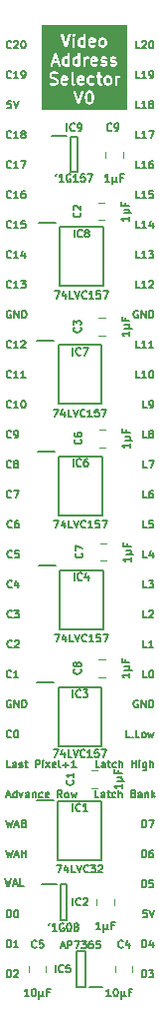
<source format=gto>
%TF.GenerationSoftware,KiCad,Pcbnew,7.0.5*%
%TF.CreationDate,2024-02-26T20:11:21+02:00*%
%TF.ProjectId,Video Address Selector,56696465-6f20-4416-9464-726573732053,rev?*%
%TF.SameCoordinates,PX6d01460PY32de760*%
%TF.FileFunction,Legend,Top*%
%TF.FilePolarity,Positive*%
%FSLAX46Y46*%
G04 Gerber Fmt 4.6, Leading zero omitted, Abs format (unit mm)*
G04 Created by KiCad (PCBNEW 7.0.5) date 2024-02-26 20:11:21*
%MOMM*%
%LPD*%
G01*
G04 APERTURE LIST*
%ADD10C,0.150000*%
%ADD11C,0.200000*%
%ADD12C,0.120000*%
G04 APERTURE END LIST*
D10*
X12728315Y-25685963D02*
X12425934Y-25685963D01*
X12425934Y-25685963D02*
X12425934Y-25050963D01*
X13272601Y-25685963D02*
X12909744Y-25685963D01*
X13091172Y-25685963D02*
X13091172Y-25050963D01*
X13091172Y-25050963D02*
X13030696Y-25141677D01*
X13030696Y-25141677D02*
X12970220Y-25202153D01*
X12970220Y-25202153D02*
X12909744Y-25232391D01*
X13877363Y-25685963D02*
X13514506Y-25685963D01*
X13695934Y-25685963D02*
X13695934Y-25050963D01*
X13695934Y-25050963D02*
X13635458Y-25141677D01*
X13635458Y-25141677D02*
X13574982Y-25202153D01*
X13574982Y-25202153D02*
X13514506Y-25232391D01*
X12728315Y-5365963D02*
X12425934Y-5365963D01*
X12425934Y-5365963D02*
X12425934Y-4730963D01*
X13272601Y-5365963D02*
X12909744Y-5365963D01*
X13091172Y-5365963D02*
X13091172Y-4730963D01*
X13091172Y-4730963D02*
X13030696Y-4821677D01*
X13030696Y-4821677D02*
X12970220Y-4882153D01*
X12970220Y-4882153D02*
X12909744Y-4912391D01*
X13635458Y-5003105D02*
X13574982Y-4972867D01*
X13574982Y-4972867D02*
X13544744Y-4942629D01*
X13544744Y-4942629D02*
X13514506Y-4882153D01*
X13514506Y-4882153D02*
X13514506Y-4851915D01*
X13514506Y-4851915D02*
X13544744Y-4791439D01*
X13544744Y-4791439D02*
X13574982Y-4761201D01*
X13574982Y-4761201D02*
X13635458Y-4730963D01*
X13635458Y-4730963D02*
X13756411Y-4730963D01*
X13756411Y-4730963D02*
X13816887Y-4761201D01*
X13816887Y-4761201D02*
X13847125Y-4791439D01*
X13847125Y-4791439D02*
X13877363Y-4851915D01*
X13877363Y-4851915D02*
X13877363Y-4882153D01*
X13877363Y-4882153D02*
X13847125Y-4942629D01*
X13847125Y-4942629D02*
X13816887Y-4972867D01*
X13816887Y-4972867D02*
X13756411Y-5003105D01*
X13756411Y-5003105D02*
X13635458Y-5003105D01*
X13635458Y-5003105D02*
X13574982Y-5033344D01*
X13574982Y-5033344D02*
X13544744Y-5063582D01*
X13544744Y-5063582D02*
X13514506Y-5124058D01*
X13514506Y-5124058D02*
X13514506Y-5245010D01*
X13514506Y-5245010D02*
X13544744Y-5305486D01*
X13544744Y-5305486D02*
X13574982Y-5335725D01*
X13574982Y-5335725D02*
X13635458Y-5365963D01*
X13635458Y-5365963D02*
X13756411Y-5365963D01*
X13756411Y-5365963D02*
X13816887Y-5335725D01*
X13816887Y-5335725D02*
X13847125Y-5305486D01*
X13847125Y-5305486D02*
X13877363Y-5245010D01*
X13877363Y-5245010D02*
X13877363Y-5124058D01*
X13877363Y-5124058D02*
X13847125Y-5063582D01*
X13847125Y-5063582D02*
X13816887Y-5033344D01*
X13816887Y-5033344D02*
X13756411Y-5003105D01*
X1755731Y-7845486D02*
X1725493Y-7875725D01*
X1725493Y-7875725D02*
X1634779Y-7905963D01*
X1634779Y-7905963D02*
X1574303Y-7905963D01*
X1574303Y-7905963D02*
X1483588Y-7875725D01*
X1483588Y-7875725D02*
X1423112Y-7815248D01*
X1423112Y-7815248D02*
X1392874Y-7754772D01*
X1392874Y-7754772D02*
X1362636Y-7633820D01*
X1362636Y-7633820D02*
X1362636Y-7543105D01*
X1362636Y-7543105D02*
X1392874Y-7422153D01*
X1392874Y-7422153D02*
X1423112Y-7361677D01*
X1423112Y-7361677D02*
X1483588Y-7301201D01*
X1483588Y-7301201D02*
X1574303Y-7270963D01*
X1574303Y-7270963D02*
X1634779Y-7270963D01*
X1634779Y-7270963D02*
X1725493Y-7301201D01*
X1725493Y-7301201D02*
X1755731Y-7331439D01*
X2360493Y-7905963D02*
X1997636Y-7905963D01*
X2179064Y-7905963D02*
X2179064Y-7270963D01*
X2179064Y-7270963D02*
X2118588Y-7361677D01*
X2118588Y-7361677D02*
X2058112Y-7422153D01*
X2058112Y-7422153D02*
X1997636Y-7452391D01*
X2723350Y-7543105D02*
X2662874Y-7512867D01*
X2662874Y-7512867D02*
X2632636Y-7482629D01*
X2632636Y-7482629D02*
X2602398Y-7422153D01*
X2602398Y-7422153D02*
X2602398Y-7391915D01*
X2602398Y-7391915D02*
X2632636Y-7331439D01*
X2632636Y-7331439D02*
X2662874Y-7301201D01*
X2662874Y-7301201D02*
X2723350Y-7270963D01*
X2723350Y-7270963D02*
X2844303Y-7270963D01*
X2844303Y-7270963D02*
X2904779Y-7301201D01*
X2904779Y-7301201D02*
X2935017Y-7331439D01*
X2935017Y-7331439D02*
X2965255Y-7391915D01*
X2965255Y-7391915D02*
X2965255Y-7422153D01*
X2965255Y-7422153D02*
X2935017Y-7482629D01*
X2935017Y-7482629D02*
X2904779Y-7512867D01*
X2904779Y-7512867D02*
X2844303Y-7543105D01*
X2844303Y-7543105D02*
X2723350Y-7543105D01*
X2723350Y-7543105D02*
X2662874Y-7573344D01*
X2662874Y-7573344D02*
X2632636Y-7603582D01*
X2632636Y-7603582D02*
X2602398Y-7664058D01*
X2602398Y-7664058D02*
X2602398Y-7785010D01*
X2602398Y-7785010D02*
X2632636Y-7845486D01*
X2632636Y-7845486D02*
X2662874Y-7875725D01*
X2662874Y-7875725D02*
X2723350Y-7905963D01*
X2723350Y-7905963D02*
X2844303Y-7905963D01*
X2844303Y-7905963D02*
X2904779Y-7875725D01*
X2904779Y-7875725D02*
X2935017Y-7845486D01*
X2935017Y-7845486D02*
X2965255Y-7785010D01*
X2965255Y-7785010D02*
X2965255Y-7664058D01*
X2965255Y-7664058D02*
X2935017Y-7603582D01*
X2935017Y-7603582D02*
X2904779Y-7573344D01*
X2904779Y-7573344D02*
X2844303Y-7543105D01*
X12546887Y-22541201D02*
X12486411Y-22510963D01*
X12486411Y-22510963D02*
X12395697Y-22510963D01*
X12395697Y-22510963D02*
X12304982Y-22541201D01*
X12304982Y-22541201D02*
X12244506Y-22601677D01*
X12244506Y-22601677D02*
X12214268Y-22662153D01*
X12214268Y-22662153D02*
X12184030Y-22783105D01*
X12184030Y-22783105D02*
X12184030Y-22873820D01*
X12184030Y-22873820D02*
X12214268Y-22994772D01*
X12214268Y-22994772D02*
X12244506Y-23055248D01*
X12244506Y-23055248D02*
X12304982Y-23115725D01*
X12304982Y-23115725D02*
X12395697Y-23145963D01*
X12395697Y-23145963D02*
X12456173Y-23145963D01*
X12456173Y-23145963D02*
X12546887Y-23115725D01*
X12546887Y-23115725D02*
X12577125Y-23085486D01*
X12577125Y-23085486D02*
X12577125Y-22873820D01*
X12577125Y-22873820D02*
X12456173Y-22873820D01*
X12849268Y-23145963D02*
X12849268Y-22510963D01*
X12849268Y-22510963D02*
X13212125Y-23145963D01*
X13212125Y-23145963D02*
X13212125Y-22510963D01*
X13514506Y-23145963D02*
X13514506Y-22510963D01*
X13514506Y-22510963D02*
X13665696Y-22510963D01*
X13665696Y-22510963D02*
X13756411Y-22541201D01*
X13756411Y-22541201D02*
X13816887Y-22601677D01*
X13816887Y-22601677D02*
X13847125Y-22662153D01*
X13847125Y-22662153D02*
X13877363Y-22783105D01*
X13877363Y-22783105D02*
X13877363Y-22873820D01*
X13877363Y-22873820D02*
X13847125Y-22994772D01*
X13847125Y-22994772D02*
X13816887Y-23055248D01*
X13816887Y-23055248D02*
X13756411Y-23115725D01*
X13756411Y-23115725D02*
X13665696Y-23145963D01*
X13665696Y-23145963D02*
X13514506Y-23145963D01*
X12728315Y-12985963D02*
X12425934Y-12985963D01*
X12425934Y-12985963D02*
X12425934Y-12350963D01*
X13272601Y-12985963D02*
X12909744Y-12985963D01*
X13091172Y-12985963D02*
X13091172Y-12350963D01*
X13091172Y-12350963D02*
X13030696Y-12441677D01*
X13030696Y-12441677D02*
X12970220Y-12502153D01*
X12970220Y-12502153D02*
X12909744Y-12532391D01*
X13847125Y-12350963D02*
X13544744Y-12350963D01*
X13544744Y-12350963D02*
X13514506Y-12653344D01*
X13514506Y-12653344D02*
X13544744Y-12623105D01*
X13544744Y-12623105D02*
X13605220Y-12592867D01*
X13605220Y-12592867D02*
X13756411Y-12592867D01*
X13756411Y-12592867D02*
X13816887Y-12623105D01*
X13816887Y-12623105D02*
X13847125Y-12653344D01*
X13847125Y-12653344D02*
X13877363Y-12713820D01*
X13877363Y-12713820D02*
X13877363Y-12865010D01*
X13877363Y-12865010D02*
X13847125Y-12925486D01*
X13847125Y-12925486D02*
X13816887Y-12955725D01*
X13816887Y-12955725D02*
X13756411Y-12985963D01*
X13756411Y-12985963D02*
X13605220Y-12985963D01*
X13605220Y-12985963D02*
X13544744Y-12955725D01*
X13544744Y-12955725D02*
X13514506Y-12925486D01*
X1362636Y-63604534D02*
X1665017Y-63604534D01*
X1302160Y-63785963D02*
X1513826Y-63150963D01*
X1513826Y-63150963D02*
X1725493Y-63785963D01*
X2209303Y-63785963D02*
X2209303Y-63150963D01*
X2209303Y-63755725D02*
X2148827Y-63785963D01*
X2148827Y-63785963D02*
X2027874Y-63785963D01*
X2027874Y-63785963D02*
X1967398Y-63755725D01*
X1967398Y-63755725D02*
X1937160Y-63725486D01*
X1937160Y-63725486D02*
X1906922Y-63665010D01*
X1906922Y-63665010D02*
X1906922Y-63483582D01*
X1906922Y-63483582D02*
X1937160Y-63423105D01*
X1937160Y-63423105D02*
X1967398Y-63392867D01*
X1967398Y-63392867D02*
X2027874Y-63362629D01*
X2027874Y-63362629D02*
X2148827Y-63362629D01*
X2148827Y-63362629D02*
X2209303Y-63392867D01*
X2451208Y-63362629D02*
X2602398Y-63785963D01*
X2602398Y-63785963D02*
X2753589Y-63362629D01*
X3267637Y-63785963D02*
X3267637Y-63453344D01*
X3267637Y-63453344D02*
X3237399Y-63392867D01*
X3237399Y-63392867D02*
X3176923Y-63362629D01*
X3176923Y-63362629D02*
X3055970Y-63362629D01*
X3055970Y-63362629D02*
X2995494Y-63392867D01*
X3267637Y-63755725D02*
X3207161Y-63785963D01*
X3207161Y-63785963D02*
X3055970Y-63785963D01*
X3055970Y-63785963D02*
X2995494Y-63755725D01*
X2995494Y-63755725D02*
X2965256Y-63695248D01*
X2965256Y-63695248D02*
X2965256Y-63634772D01*
X2965256Y-63634772D02*
X2995494Y-63574296D01*
X2995494Y-63574296D02*
X3055970Y-63544058D01*
X3055970Y-63544058D02*
X3207161Y-63544058D01*
X3207161Y-63544058D02*
X3267637Y-63513820D01*
X3570018Y-63362629D02*
X3570018Y-63785963D01*
X3570018Y-63423105D02*
X3600256Y-63392867D01*
X3600256Y-63392867D02*
X3660732Y-63362629D01*
X3660732Y-63362629D02*
X3751447Y-63362629D01*
X3751447Y-63362629D02*
X3811923Y-63392867D01*
X3811923Y-63392867D02*
X3842161Y-63453344D01*
X3842161Y-63453344D02*
X3842161Y-63785963D01*
X4416685Y-63755725D02*
X4356209Y-63785963D01*
X4356209Y-63785963D02*
X4235256Y-63785963D01*
X4235256Y-63785963D02*
X4174780Y-63755725D01*
X4174780Y-63755725D02*
X4144542Y-63725486D01*
X4144542Y-63725486D02*
X4114304Y-63665010D01*
X4114304Y-63665010D02*
X4114304Y-63483582D01*
X4114304Y-63483582D02*
X4144542Y-63423105D01*
X4144542Y-63423105D02*
X4174780Y-63392867D01*
X4174780Y-63392867D02*
X4235256Y-63362629D01*
X4235256Y-63362629D02*
X4356209Y-63362629D01*
X4356209Y-63362629D02*
X4416685Y-63392867D01*
X4930733Y-63755725D02*
X4870257Y-63785963D01*
X4870257Y-63785963D02*
X4749304Y-63785963D01*
X4749304Y-63785963D02*
X4688828Y-63755725D01*
X4688828Y-63755725D02*
X4658590Y-63695248D01*
X4658590Y-63695248D02*
X4658590Y-63453344D01*
X4658590Y-63453344D02*
X4688828Y-63392867D01*
X4688828Y-63392867D02*
X4749304Y-63362629D01*
X4749304Y-63362629D02*
X4870257Y-63362629D01*
X4870257Y-63362629D02*
X4930733Y-63392867D01*
X4930733Y-63392867D02*
X4960971Y-63453344D01*
X4960971Y-63453344D02*
X4960971Y-63513820D01*
X4960971Y-63513820D02*
X4658590Y-63574296D01*
X6079781Y-63785963D02*
X5868114Y-63483582D01*
X5716924Y-63785963D02*
X5716924Y-63150963D01*
X5716924Y-63150963D02*
X5958829Y-63150963D01*
X5958829Y-63150963D02*
X6019305Y-63181201D01*
X6019305Y-63181201D02*
X6049543Y-63211439D01*
X6049543Y-63211439D02*
X6079781Y-63271915D01*
X6079781Y-63271915D02*
X6079781Y-63362629D01*
X6079781Y-63362629D02*
X6049543Y-63423105D01*
X6049543Y-63423105D02*
X6019305Y-63453344D01*
X6019305Y-63453344D02*
X5958829Y-63483582D01*
X5958829Y-63483582D02*
X5716924Y-63483582D01*
X6442638Y-63785963D02*
X6382162Y-63755725D01*
X6382162Y-63755725D02*
X6351924Y-63725486D01*
X6351924Y-63725486D02*
X6321686Y-63665010D01*
X6321686Y-63665010D02*
X6321686Y-63483582D01*
X6321686Y-63483582D02*
X6351924Y-63423105D01*
X6351924Y-63423105D02*
X6382162Y-63392867D01*
X6382162Y-63392867D02*
X6442638Y-63362629D01*
X6442638Y-63362629D02*
X6533353Y-63362629D01*
X6533353Y-63362629D02*
X6593829Y-63392867D01*
X6593829Y-63392867D02*
X6624067Y-63423105D01*
X6624067Y-63423105D02*
X6654305Y-63483582D01*
X6654305Y-63483582D02*
X6654305Y-63665010D01*
X6654305Y-63665010D02*
X6624067Y-63725486D01*
X6624067Y-63725486D02*
X6593829Y-63755725D01*
X6593829Y-63755725D02*
X6533353Y-63785963D01*
X6533353Y-63785963D02*
X6442638Y-63785963D01*
X6865972Y-63362629D02*
X6986924Y-63785963D01*
X6986924Y-63785963D02*
X7107877Y-63483582D01*
X7107877Y-63483582D02*
X7228829Y-63785963D01*
X7228829Y-63785963D02*
X7349781Y-63362629D01*
X13333077Y-30765963D02*
X13030696Y-30765963D01*
X13030696Y-30765963D02*
X13030696Y-30130963D01*
X13574982Y-30765963D02*
X13695934Y-30765963D01*
X13695934Y-30765963D02*
X13756411Y-30735725D01*
X13756411Y-30735725D02*
X13786649Y-30705486D01*
X13786649Y-30705486D02*
X13847125Y-30614772D01*
X13847125Y-30614772D02*
X13877363Y-30493820D01*
X13877363Y-30493820D02*
X13877363Y-30251915D01*
X13877363Y-30251915D02*
X13847125Y-30191439D01*
X13847125Y-30191439D02*
X13816887Y-30161201D01*
X13816887Y-30161201D02*
X13756411Y-30130963D01*
X13756411Y-30130963D02*
X13635458Y-30130963D01*
X13635458Y-30130963D02*
X13574982Y-30161201D01*
X13574982Y-30161201D02*
X13544744Y-30191439D01*
X13544744Y-30191439D02*
X13514506Y-30251915D01*
X13514506Y-30251915D02*
X13514506Y-30403105D01*
X13514506Y-30403105D02*
X13544744Y-30463582D01*
X13544744Y-30463582D02*
X13574982Y-30493820D01*
X13574982Y-30493820D02*
X13635458Y-30524058D01*
X13635458Y-30524058D02*
X13756411Y-30524058D01*
X13756411Y-30524058D02*
X13816887Y-30493820D01*
X13816887Y-30493820D02*
X13847125Y-30463582D01*
X13847125Y-30463582D02*
X13877363Y-30403105D01*
X12728315Y-2825963D02*
X12425934Y-2825963D01*
X12425934Y-2825963D02*
X12425934Y-2190963D01*
X13272601Y-2825963D02*
X12909744Y-2825963D01*
X13091172Y-2825963D02*
X13091172Y-2190963D01*
X13091172Y-2190963D02*
X13030696Y-2281677D01*
X13030696Y-2281677D02*
X12970220Y-2342153D01*
X12970220Y-2342153D02*
X12909744Y-2372391D01*
X13574982Y-2825963D02*
X13695934Y-2825963D01*
X13695934Y-2825963D02*
X13756411Y-2795725D01*
X13756411Y-2795725D02*
X13786649Y-2765486D01*
X13786649Y-2765486D02*
X13847125Y-2674772D01*
X13847125Y-2674772D02*
X13877363Y-2553820D01*
X13877363Y-2553820D02*
X13877363Y-2311915D01*
X13877363Y-2311915D02*
X13847125Y-2251439D01*
X13847125Y-2251439D02*
X13816887Y-2221201D01*
X13816887Y-2221201D02*
X13756411Y-2190963D01*
X13756411Y-2190963D02*
X13635458Y-2190963D01*
X13635458Y-2190963D02*
X13574982Y-2221201D01*
X13574982Y-2221201D02*
X13544744Y-2251439D01*
X13544744Y-2251439D02*
X13514506Y-2311915D01*
X13514506Y-2311915D02*
X13514506Y-2463105D01*
X13514506Y-2463105D02*
X13544744Y-2523582D01*
X13544744Y-2523582D02*
X13574982Y-2553820D01*
X13574982Y-2553820D02*
X13635458Y-2584058D01*
X13635458Y-2584058D02*
X13756411Y-2584058D01*
X13756411Y-2584058D02*
X13816887Y-2553820D01*
X13816887Y-2553820D02*
X13847125Y-2523582D01*
X13847125Y-2523582D02*
X13877363Y-2463105D01*
X12909744Y-71405963D02*
X12909744Y-70770963D01*
X12909744Y-70770963D02*
X13060934Y-70770963D01*
X13060934Y-70770963D02*
X13151649Y-70801201D01*
X13151649Y-70801201D02*
X13212125Y-70861677D01*
X13212125Y-70861677D02*
X13242363Y-70922153D01*
X13242363Y-70922153D02*
X13272601Y-71043105D01*
X13272601Y-71043105D02*
X13272601Y-71133820D01*
X13272601Y-71133820D02*
X13242363Y-71254772D01*
X13242363Y-71254772D02*
X13212125Y-71315248D01*
X13212125Y-71315248D02*
X13151649Y-71375725D01*
X13151649Y-71375725D02*
X13060934Y-71405963D01*
X13060934Y-71405963D02*
X12909744Y-71405963D01*
X13847125Y-70770963D02*
X13544744Y-70770963D01*
X13544744Y-70770963D02*
X13514506Y-71073344D01*
X13514506Y-71073344D02*
X13544744Y-71043105D01*
X13544744Y-71043105D02*
X13605220Y-71012867D01*
X13605220Y-71012867D02*
X13756411Y-71012867D01*
X13756411Y-71012867D02*
X13816887Y-71043105D01*
X13816887Y-71043105D02*
X13847125Y-71073344D01*
X13847125Y-71073344D02*
X13877363Y-71133820D01*
X13877363Y-71133820D02*
X13877363Y-71285010D01*
X13877363Y-71285010D02*
X13847125Y-71345486D01*
X13847125Y-71345486D02*
X13816887Y-71375725D01*
X13816887Y-71375725D02*
X13756411Y-71405963D01*
X13756411Y-71405963D02*
X13605220Y-71405963D01*
X13605220Y-71405963D02*
X13544744Y-71375725D01*
X13544744Y-71375725D02*
X13514506Y-71345486D01*
X13333077Y-38385963D02*
X13030696Y-38385963D01*
X13030696Y-38385963D02*
X13030696Y-37750963D01*
X13816887Y-37750963D02*
X13695934Y-37750963D01*
X13695934Y-37750963D02*
X13635458Y-37781201D01*
X13635458Y-37781201D02*
X13605220Y-37811439D01*
X13605220Y-37811439D02*
X13544744Y-37902153D01*
X13544744Y-37902153D02*
X13514506Y-38023105D01*
X13514506Y-38023105D02*
X13514506Y-38265010D01*
X13514506Y-38265010D02*
X13544744Y-38325486D01*
X13544744Y-38325486D02*
X13574982Y-38355725D01*
X13574982Y-38355725D02*
X13635458Y-38385963D01*
X13635458Y-38385963D02*
X13756411Y-38385963D01*
X13756411Y-38385963D02*
X13816887Y-38355725D01*
X13816887Y-38355725D02*
X13847125Y-38325486D01*
X13847125Y-38325486D02*
X13877363Y-38265010D01*
X13877363Y-38265010D02*
X13877363Y-38113820D01*
X13877363Y-38113820D02*
X13847125Y-38053344D01*
X13847125Y-38053344D02*
X13816887Y-38023105D01*
X13816887Y-38023105D02*
X13756411Y-37992867D01*
X13756411Y-37992867D02*
X13635458Y-37992867D01*
X13635458Y-37992867D02*
X13574982Y-38023105D01*
X13574982Y-38023105D02*
X13544744Y-38053344D01*
X13544744Y-38053344D02*
X13514506Y-38113820D01*
X12909744Y-66325963D02*
X12909744Y-65690963D01*
X12909744Y-65690963D02*
X13060934Y-65690963D01*
X13060934Y-65690963D02*
X13151649Y-65721201D01*
X13151649Y-65721201D02*
X13212125Y-65781677D01*
X13212125Y-65781677D02*
X13242363Y-65842153D01*
X13242363Y-65842153D02*
X13272601Y-65963105D01*
X13272601Y-65963105D02*
X13272601Y-66053820D01*
X13272601Y-66053820D02*
X13242363Y-66174772D01*
X13242363Y-66174772D02*
X13212125Y-66235248D01*
X13212125Y-66235248D02*
X13151649Y-66295725D01*
X13151649Y-66295725D02*
X13060934Y-66325963D01*
X13060934Y-66325963D02*
X12909744Y-66325963D01*
X13484268Y-65690963D02*
X13907601Y-65690963D01*
X13907601Y-65690963D02*
X13635458Y-66325963D01*
X13333077Y-40925963D02*
X13030696Y-40925963D01*
X13030696Y-40925963D02*
X13030696Y-40290963D01*
X13847125Y-40290963D02*
X13544744Y-40290963D01*
X13544744Y-40290963D02*
X13514506Y-40593344D01*
X13514506Y-40593344D02*
X13544744Y-40563105D01*
X13544744Y-40563105D02*
X13605220Y-40532867D01*
X13605220Y-40532867D02*
X13756411Y-40532867D01*
X13756411Y-40532867D02*
X13816887Y-40563105D01*
X13816887Y-40563105D02*
X13847125Y-40593344D01*
X13847125Y-40593344D02*
X13877363Y-40653820D01*
X13877363Y-40653820D02*
X13877363Y-40805010D01*
X13877363Y-40805010D02*
X13847125Y-40865486D01*
X13847125Y-40865486D02*
X13816887Y-40895725D01*
X13816887Y-40895725D02*
X13756411Y-40925963D01*
X13756411Y-40925963D02*
X13605220Y-40925963D01*
X13605220Y-40925963D02*
X13544744Y-40895725D01*
X13544744Y-40895725D02*
X13514506Y-40865486D01*
X1806531Y-45945486D02*
X1776293Y-45975725D01*
X1776293Y-45975725D02*
X1685579Y-46005963D01*
X1685579Y-46005963D02*
X1625103Y-46005963D01*
X1625103Y-46005963D02*
X1534388Y-45975725D01*
X1534388Y-45975725D02*
X1473912Y-45915248D01*
X1473912Y-45915248D02*
X1443674Y-45854772D01*
X1443674Y-45854772D02*
X1413436Y-45733820D01*
X1413436Y-45733820D02*
X1413436Y-45643105D01*
X1413436Y-45643105D02*
X1443674Y-45522153D01*
X1443674Y-45522153D02*
X1473912Y-45461677D01*
X1473912Y-45461677D02*
X1534388Y-45401201D01*
X1534388Y-45401201D02*
X1625103Y-45370963D01*
X1625103Y-45370963D02*
X1685579Y-45370963D01*
X1685579Y-45370963D02*
X1776293Y-45401201D01*
X1776293Y-45401201D02*
X1806531Y-45431439D01*
X2350817Y-45582629D02*
X2350817Y-46005963D01*
X2199626Y-45340725D02*
X2048436Y-45794296D01*
X2048436Y-45794296D02*
X2441531Y-45794296D01*
X1806531Y-40865486D02*
X1776293Y-40895725D01*
X1776293Y-40895725D02*
X1685579Y-40925963D01*
X1685579Y-40925963D02*
X1625103Y-40925963D01*
X1625103Y-40925963D02*
X1534388Y-40895725D01*
X1534388Y-40895725D02*
X1473912Y-40835248D01*
X1473912Y-40835248D02*
X1443674Y-40774772D01*
X1443674Y-40774772D02*
X1413436Y-40653820D01*
X1413436Y-40653820D02*
X1413436Y-40563105D01*
X1413436Y-40563105D02*
X1443674Y-40442153D01*
X1443674Y-40442153D02*
X1473912Y-40381677D01*
X1473912Y-40381677D02*
X1534388Y-40321201D01*
X1534388Y-40321201D02*
X1625103Y-40290963D01*
X1625103Y-40290963D02*
X1685579Y-40290963D01*
X1685579Y-40290963D02*
X1776293Y-40321201D01*
X1776293Y-40321201D02*
X1806531Y-40351439D01*
X2350817Y-40290963D02*
X2229864Y-40290963D01*
X2229864Y-40290963D02*
X2169388Y-40321201D01*
X2169388Y-40321201D02*
X2139150Y-40351439D01*
X2139150Y-40351439D02*
X2078674Y-40442153D01*
X2078674Y-40442153D02*
X2048436Y-40563105D01*
X2048436Y-40563105D02*
X2048436Y-40805010D01*
X2048436Y-40805010D02*
X2078674Y-40865486D01*
X2078674Y-40865486D02*
X2108912Y-40895725D01*
X2108912Y-40895725D02*
X2169388Y-40925963D01*
X2169388Y-40925963D02*
X2290341Y-40925963D01*
X2290341Y-40925963D02*
X2350817Y-40895725D01*
X2350817Y-40895725D02*
X2381055Y-40865486D01*
X2381055Y-40865486D02*
X2411293Y-40805010D01*
X2411293Y-40805010D02*
X2411293Y-40653820D01*
X2411293Y-40653820D02*
X2381055Y-40593344D01*
X2381055Y-40593344D02*
X2350817Y-40563105D01*
X2350817Y-40563105D02*
X2290341Y-40532867D01*
X2290341Y-40532867D02*
X2169388Y-40532867D01*
X2169388Y-40532867D02*
X2108912Y-40563105D01*
X2108912Y-40563105D02*
X2078674Y-40593344D01*
X2078674Y-40593344D02*
X2048436Y-40653820D01*
X1725493Y-55561201D02*
X1665017Y-55530963D01*
X1665017Y-55530963D02*
X1574303Y-55530963D01*
X1574303Y-55530963D02*
X1483588Y-55561201D01*
X1483588Y-55561201D02*
X1423112Y-55621677D01*
X1423112Y-55621677D02*
X1392874Y-55682153D01*
X1392874Y-55682153D02*
X1362636Y-55803105D01*
X1362636Y-55803105D02*
X1362636Y-55893820D01*
X1362636Y-55893820D02*
X1392874Y-56014772D01*
X1392874Y-56014772D02*
X1423112Y-56075248D01*
X1423112Y-56075248D02*
X1483588Y-56135725D01*
X1483588Y-56135725D02*
X1574303Y-56165963D01*
X1574303Y-56165963D02*
X1634779Y-56165963D01*
X1634779Y-56165963D02*
X1725493Y-56135725D01*
X1725493Y-56135725D02*
X1755731Y-56105486D01*
X1755731Y-56105486D02*
X1755731Y-55893820D01*
X1755731Y-55893820D02*
X1634779Y-55893820D01*
X2027874Y-56165963D02*
X2027874Y-55530963D01*
X2027874Y-55530963D02*
X2390731Y-56165963D01*
X2390731Y-56165963D02*
X2390731Y-55530963D01*
X2693112Y-56165963D02*
X2693112Y-55530963D01*
X2693112Y-55530963D02*
X2844302Y-55530963D01*
X2844302Y-55530963D02*
X2935017Y-55561201D01*
X2935017Y-55561201D02*
X2995493Y-55621677D01*
X2995493Y-55621677D02*
X3025731Y-55682153D01*
X3025731Y-55682153D02*
X3055969Y-55803105D01*
X3055969Y-55803105D02*
X3055969Y-55893820D01*
X3055969Y-55893820D02*
X3025731Y-56014772D01*
X3025731Y-56014772D02*
X2995493Y-56075248D01*
X2995493Y-56075248D02*
X2935017Y-56135725D01*
X2935017Y-56135725D02*
X2844302Y-56165963D01*
X2844302Y-56165963D02*
X2693112Y-56165963D01*
X1755731Y-35785486D02*
X1725493Y-35815725D01*
X1725493Y-35815725D02*
X1634779Y-35845963D01*
X1634779Y-35845963D02*
X1574303Y-35845963D01*
X1574303Y-35845963D02*
X1483588Y-35815725D01*
X1483588Y-35815725D02*
X1423112Y-35755248D01*
X1423112Y-35755248D02*
X1392874Y-35694772D01*
X1392874Y-35694772D02*
X1362636Y-35573820D01*
X1362636Y-35573820D02*
X1362636Y-35483105D01*
X1362636Y-35483105D02*
X1392874Y-35362153D01*
X1392874Y-35362153D02*
X1423112Y-35301677D01*
X1423112Y-35301677D02*
X1483588Y-35241201D01*
X1483588Y-35241201D02*
X1574303Y-35210963D01*
X1574303Y-35210963D02*
X1634779Y-35210963D01*
X1634779Y-35210963D02*
X1725493Y-35241201D01*
X1725493Y-35241201D02*
X1755731Y-35271439D01*
X2118588Y-35483105D02*
X2058112Y-35452867D01*
X2058112Y-35452867D02*
X2027874Y-35422629D01*
X2027874Y-35422629D02*
X1997636Y-35362153D01*
X1997636Y-35362153D02*
X1997636Y-35331915D01*
X1997636Y-35331915D02*
X2027874Y-35271439D01*
X2027874Y-35271439D02*
X2058112Y-35241201D01*
X2058112Y-35241201D02*
X2118588Y-35210963D01*
X2118588Y-35210963D02*
X2239541Y-35210963D01*
X2239541Y-35210963D02*
X2300017Y-35241201D01*
X2300017Y-35241201D02*
X2330255Y-35271439D01*
X2330255Y-35271439D02*
X2360493Y-35331915D01*
X2360493Y-35331915D02*
X2360493Y-35362153D01*
X2360493Y-35362153D02*
X2330255Y-35422629D01*
X2330255Y-35422629D02*
X2300017Y-35452867D01*
X2300017Y-35452867D02*
X2239541Y-35483105D01*
X2239541Y-35483105D02*
X2118588Y-35483105D01*
X2118588Y-35483105D02*
X2058112Y-35513344D01*
X2058112Y-35513344D02*
X2027874Y-35543582D01*
X2027874Y-35543582D02*
X1997636Y-35604058D01*
X1997636Y-35604058D02*
X1997636Y-35725010D01*
X1997636Y-35725010D02*
X2027874Y-35785486D01*
X2027874Y-35785486D02*
X2058112Y-35815725D01*
X2058112Y-35815725D02*
X2118588Y-35845963D01*
X2118588Y-35845963D02*
X2239541Y-35845963D01*
X2239541Y-35845963D02*
X2300017Y-35815725D01*
X2300017Y-35815725D02*
X2330255Y-35785486D01*
X2330255Y-35785486D02*
X2360493Y-35725010D01*
X2360493Y-35725010D02*
X2360493Y-35604058D01*
X2360493Y-35604058D02*
X2330255Y-35543582D01*
X2330255Y-35543582D02*
X2300017Y-35513344D01*
X2300017Y-35513344D02*
X2239541Y-35483105D01*
X1806531Y-51025486D02*
X1776293Y-51055725D01*
X1776293Y-51055725D02*
X1685579Y-51085963D01*
X1685579Y-51085963D02*
X1625103Y-51085963D01*
X1625103Y-51085963D02*
X1534388Y-51055725D01*
X1534388Y-51055725D02*
X1473912Y-50995248D01*
X1473912Y-50995248D02*
X1443674Y-50934772D01*
X1443674Y-50934772D02*
X1413436Y-50813820D01*
X1413436Y-50813820D02*
X1413436Y-50723105D01*
X1413436Y-50723105D02*
X1443674Y-50602153D01*
X1443674Y-50602153D02*
X1473912Y-50541677D01*
X1473912Y-50541677D02*
X1534388Y-50481201D01*
X1534388Y-50481201D02*
X1625103Y-50450963D01*
X1625103Y-50450963D02*
X1685579Y-50450963D01*
X1685579Y-50450963D02*
X1776293Y-50481201D01*
X1776293Y-50481201D02*
X1806531Y-50511439D01*
X2048436Y-50511439D02*
X2078674Y-50481201D01*
X2078674Y-50481201D02*
X2139150Y-50450963D01*
X2139150Y-50450963D02*
X2290341Y-50450963D01*
X2290341Y-50450963D02*
X2350817Y-50481201D01*
X2350817Y-50481201D02*
X2381055Y-50511439D01*
X2381055Y-50511439D02*
X2411293Y-50571915D01*
X2411293Y-50571915D02*
X2411293Y-50632391D01*
X2411293Y-50632391D02*
X2381055Y-50723105D01*
X2381055Y-50723105D02*
X2018198Y-51085963D01*
X2018198Y-51085963D02*
X2411293Y-51085963D01*
X1755731Y-30705486D02*
X1725493Y-30735725D01*
X1725493Y-30735725D02*
X1634779Y-30765963D01*
X1634779Y-30765963D02*
X1574303Y-30765963D01*
X1574303Y-30765963D02*
X1483588Y-30735725D01*
X1483588Y-30735725D02*
X1423112Y-30675248D01*
X1423112Y-30675248D02*
X1392874Y-30614772D01*
X1392874Y-30614772D02*
X1362636Y-30493820D01*
X1362636Y-30493820D02*
X1362636Y-30403105D01*
X1362636Y-30403105D02*
X1392874Y-30282153D01*
X1392874Y-30282153D02*
X1423112Y-30221677D01*
X1423112Y-30221677D02*
X1483588Y-30161201D01*
X1483588Y-30161201D02*
X1574303Y-30130963D01*
X1574303Y-30130963D02*
X1634779Y-30130963D01*
X1634779Y-30130963D02*
X1725493Y-30161201D01*
X1725493Y-30161201D02*
X1755731Y-30191439D01*
X2360493Y-30765963D02*
X1997636Y-30765963D01*
X2179064Y-30765963D02*
X2179064Y-30130963D01*
X2179064Y-30130963D02*
X2118588Y-30221677D01*
X2118588Y-30221677D02*
X2058112Y-30282153D01*
X2058112Y-30282153D02*
X1997636Y-30312391D01*
X2753588Y-30130963D02*
X2814065Y-30130963D01*
X2814065Y-30130963D02*
X2874541Y-30161201D01*
X2874541Y-30161201D02*
X2904779Y-30191439D01*
X2904779Y-30191439D02*
X2935017Y-30251915D01*
X2935017Y-30251915D02*
X2965255Y-30372867D01*
X2965255Y-30372867D02*
X2965255Y-30524058D01*
X2965255Y-30524058D02*
X2935017Y-30645010D01*
X2935017Y-30645010D02*
X2904779Y-30705486D01*
X2904779Y-30705486D02*
X2874541Y-30735725D01*
X2874541Y-30735725D02*
X2814065Y-30765963D01*
X2814065Y-30765963D02*
X2753588Y-30765963D01*
X2753588Y-30765963D02*
X2693112Y-30735725D01*
X2693112Y-30735725D02*
X2662874Y-30705486D01*
X2662874Y-30705486D02*
X2632636Y-30645010D01*
X2632636Y-30645010D02*
X2602398Y-30524058D01*
X2602398Y-30524058D02*
X2602398Y-30372867D01*
X2602398Y-30372867D02*
X2632636Y-30251915D01*
X2632636Y-30251915D02*
X2662874Y-30191439D01*
X2662874Y-30191439D02*
X2693112Y-30161201D01*
X2693112Y-30161201D02*
X2753588Y-30130963D01*
X13333077Y-48545963D02*
X13030696Y-48545963D01*
X13030696Y-48545963D02*
X13030696Y-47910963D01*
X13514506Y-47971439D02*
X13544744Y-47941201D01*
X13544744Y-47941201D02*
X13605220Y-47910963D01*
X13605220Y-47910963D02*
X13756411Y-47910963D01*
X13756411Y-47910963D02*
X13816887Y-47941201D01*
X13816887Y-47941201D02*
X13847125Y-47971439D01*
X13847125Y-47971439D02*
X13877363Y-48031915D01*
X13877363Y-48031915D02*
X13877363Y-48092391D01*
X13877363Y-48092391D02*
X13847125Y-48183105D01*
X13847125Y-48183105D02*
X13484268Y-48545963D01*
X13484268Y-48545963D02*
X13877363Y-48545963D01*
X12728315Y-28225963D02*
X12425934Y-28225963D01*
X12425934Y-28225963D02*
X12425934Y-27590963D01*
X13272601Y-28225963D02*
X12909744Y-28225963D01*
X13091172Y-28225963D02*
X13091172Y-27590963D01*
X13091172Y-27590963D02*
X13030696Y-27681677D01*
X13030696Y-27681677D02*
X12970220Y-27742153D01*
X12970220Y-27742153D02*
X12909744Y-27772391D01*
X13665696Y-27590963D02*
X13726173Y-27590963D01*
X13726173Y-27590963D02*
X13786649Y-27621201D01*
X13786649Y-27621201D02*
X13816887Y-27651439D01*
X13816887Y-27651439D02*
X13847125Y-27711915D01*
X13847125Y-27711915D02*
X13877363Y-27832867D01*
X13877363Y-27832867D02*
X13877363Y-27984058D01*
X13877363Y-27984058D02*
X13847125Y-28105010D01*
X13847125Y-28105010D02*
X13816887Y-28165486D01*
X13816887Y-28165486D02*
X13786649Y-28195725D01*
X13786649Y-28195725D02*
X13726173Y-28225963D01*
X13726173Y-28225963D02*
X13665696Y-28225963D01*
X13665696Y-28225963D02*
X13605220Y-28195725D01*
X13605220Y-28195725D02*
X13574982Y-28165486D01*
X13574982Y-28165486D02*
X13544744Y-28105010D01*
X13544744Y-28105010D02*
X13514506Y-27984058D01*
X13514506Y-27984058D02*
X13514506Y-27832867D01*
X13514506Y-27832867D02*
X13544744Y-27711915D01*
X13544744Y-27711915D02*
X13574982Y-27651439D01*
X13574982Y-27651439D02*
X13605220Y-27621201D01*
X13605220Y-27621201D02*
X13665696Y-27590963D01*
X1755731Y-20545486D02*
X1725493Y-20575725D01*
X1725493Y-20575725D02*
X1634779Y-20605963D01*
X1634779Y-20605963D02*
X1574303Y-20605963D01*
X1574303Y-20605963D02*
X1483588Y-20575725D01*
X1483588Y-20575725D02*
X1423112Y-20515248D01*
X1423112Y-20515248D02*
X1392874Y-20454772D01*
X1392874Y-20454772D02*
X1362636Y-20333820D01*
X1362636Y-20333820D02*
X1362636Y-20243105D01*
X1362636Y-20243105D02*
X1392874Y-20122153D01*
X1392874Y-20122153D02*
X1423112Y-20061677D01*
X1423112Y-20061677D02*
X1483588Y-20001201D01*
X1483588Y-20001201D02*
X1574303Y-19970963D01*
X1574303Y-19970963D02*
X1634779Y-19970963D01*
X1634779Y-19970963D02*
X1725493Y-20001201D01*
X1725493Y-20001201D02*
X1755731Y-20031439D01*
X2360493Y-20605963D02*
X1997636Y-20605963D01*
X2179064Y-20605963D02*
X2179064Y-19970963D01*
X2179064Y-19970963D02*
X2118588Y-20061677D01*
X2118588Y-20061677D02*
X2058112Y-20122153D01*
X2058112Y-20122153D02*
X1997636Y-20152391D01*
X2572160Y-19970963D02*
X2965255Y-19970963D01*
X2965255Y-19970963D02*
X2753588Y-20212867D01*
X2753588Y-20212867D02*
X2844303Y-20212867D01*
X2844303Y-20212867D02*
X2904779Y-20243105D01*
X2904779Y-20243105D02*
X2935017Y-20273344D01*
X2935017Y-20273344D02*
X2965255Y-20333820D01*
X2965255Y-20333820D02*
X2965255Y-20485010D01*
X2965255Y-20485010D02*
X2935017Y-20545486D01*
X2935017Y-20545486D02*
X2904779Y-20575725D01*
X2904779Y-20575725D02*
X2844303Y-20605963D01*
X2844303Y-20605963D02*
X2662874Y-20605963D01*
X2662874Y-20605963D02*
X2602398Y-20575725D01*
X2602398Y-20575725D02*
X2572160Y-20545486D01*
X1392874Y-79025963D02*
X1392874Y-78390963D01*
X1392874Y-78390963D02*
X1544064Y-78390963D01*
X1544064Y-78390963D02*
X1634779Y-78421201D01*
X1634779Y-78421201D02*
X1695255Y-78481677D01*
X1695255Y-78481677D02*
X1725493Y-78542153D01*
X1725493Y-78542153D02*
X1755731Y-78663105D01*
X1755731Y-78663105D02*
X1755731Y-78753820D01*
X1755731Y-78753820D02*
X1725493Y-78874772D01*
X1725493Y-78874772D02*
X1695255Y-78935248D01*
X1695255Y-78935248D02*
X1634779Y-78995725D01*
X1634779Y-78995725D02*
X1544064Y-79025963D01*
X1544064Y-79025963D02*
X1392874Y-79025963D01*
X1997636Y-78451439D02*
X2027874Y-78421201D01*
X2027874Y-78421201D02*
X2088350Y-78390963D01*
X2088350Y-78390963D02*
X2239541Y-78390963D01*
X2239541Y-78390963D02*
X2300017Y-78421201D01*
X2300017Y-78421201D02*
X2330255Y-78451439D01*
X2330255Y-78451439D02*
X2360493Y-78511915D01*
X2360493Y-78511915D02*
X2360493Y-78572391D01*
X2360493Y-78572391D02*
X2330255Y-78663105D01*
X2330255Y-78663105D02*
X1967398Y-79025963D01*
X1967398Y-79025963D02*
X2360493Y-79025963D01*
D11*
G36*
X8513192Y-4077023D02*
G01*
X8537862Y-4101693D01*
X8573313Y-4172596D01*
X8615285Y-4340481D01*
X8615285Y-4553954D01*
X8573313Y-4721842D01*
X8537862Y-4792743D01*
X8513191Y-4817414D01*
X8453584Y-4847219D01*
X8405558Y-4847219D01*
X8345951Y-4817415D01*
X8321280Y-4792743D01*
X8285828Y-4721840D01*
X8243857Y-4553955D01*
X8243857Y-4340482D01*
X8285828Y-4172595D01*
X8321280Y-4101692D01*
X8345950Y-4077022D01*
X8405558Y-4047219D01*
X8453584Y-4047219D01*
X8513192Y-4077023D01*
G37*
G36*
X6426463Y-2792706D02*
G01*
X6443914Y-2827607D01*
X6172427Y-2881904D01*
X6172428Y-2837015D01*
X6194582Y-2792706D01*
X6238891Y-2770552D01*
X6382155Y-2770552D01*
X6426463Y-2792706D01*
G37*
G36*
X7807416Y-2792706D02*
G01*
X7824867Y-2827607D01*
X7553381Y-2881904D01*
X7553381Y-2837015D01*
X7575535Y-2792706D01*
X7619844Y-2770552D01*
X7763108Y-2770552D01*
X7807416Y-2792706D01*
G37*
G36*
X10108431Y-2800356D02*
G01*
X10133101Y-2825026D01*
X10162904Y-2884633D01*
X10162904Y-3123136D01*
X10133101Y-3182743D01*
X10108430Y-3207414D01*
X10048823Y-3237219D01*
X9953178Y-3237219D01*
X9893571Y-3207415D01*
X9868900Y-3182743D01*
X9839096Y-3123135D01*
X9839096Y-2884634D01*
X9868900Y-2825025D01*
X9893569Y-2800356D01*
X9953178Y-2770552D01*
X10048823Y-2770552D01*
X10108431Y-2800356D01*
G37*
G36*
X5647970Y-1341504D02*
G01*
X5449266Y-1341504D01*
X5548617Y-1043446D01*
X5647970Y-1341504D01*
G37*
G36*
X6543856Y-1169974D02*
G01*
X6543856Y-1617796D01*
X6525012Y-1627219D01*
X6381748Y-1627219D01*
X6322141Y-1597415D01*
X6297470Y-1572743D01*
X6267666Y-1513135D01*
X6267666Y-1274634D01*
X6297470Y-1215025D01*
X6322140Y-1190355D01*
X6381748Y-1160552D01*
X6525012Y-1160552D01*
X6543856Y-1169974D01*
G37*
G36*
X7448618Y-1169974D02*
G01*
X7448618Y-1617796D01*
X7429774Y-1627219D01*
X7286510Y-1627219D01*
X7226903Y-1597415D01*
X7202232Y-1572743D01*
X7172428Y-1513135D01*
X7172428Y-1274634D01*
X7202232Y-1215025D01*
X7226902Y-1190355D01*
X7286510Y-1160552D01*
X7429774Y-1160552D01*
X7448618Y-1169974D01*
G37*
G36*
X8950273Y-1182706D02*
G01*
X8967724Y-1217607D01*
X8696238Y-1271904D01*
X8696238Y-1227015D01*
X8718392Y-1182706D01*
X8762701Y-1160552D01*
X8905965Y-1160552D01*
X8950273Y-1182706D01*
G37*
G36*
X7900999Y440026D02*
G01*
X7900999Y-7796D01*
X7882155Y-17219D01*
X7738891Y-17219D01*
X7679284Y12585D01*
X7654613Y37257D01*
X7624809Y96865D01*
X7624809Y335366D01*
X7654613Y394975D01*
X7679283Y419645D01*
X7738891Y449448D01*
X7882155Y449448D01*
X7900999Y440026D01*
G37*
G36*
X8783606Y427294D02*
G01*
X8801057Y392393D01*
X8529571Y338096D01*
X8529571Y382985D01*
X8551725Y427294D01*
X8596034Y449448D01*
X8739298Y449448D01*
X8783606Y427294D01*
G37*
G36*
X9656049Y419644D02*
G01*
X9680719Y394974D01*
X9710523Y335366D01*
X9710523Y96864D01*
X9680719Y37257D01*
X9656048Y12586D01*
X9596441Y-17219D01*
X9500796Y-17219D01*
X9441189Y12585D01*
X9416518Y37257D01*
X9386713Y96865D01*
X9386713Y335366D01*
X9416518Y394975D01*
X9441187Y419644D01*
X9500796Y449448D01*
X9596441Y449448D01*
X9656049Y419644D01*
G37*
G36*
X11665287Y-5522857D02*
G01*
X4336714Y-5522857D01*
X4336714Y-3950986D01*
X7087322Y-3950986D01*
X7424220Y-4961679D01*
X7423813Y-4972949D01*
X7433328Y-4989002D01*
X7434488Y-4992482D01*
X7440622Y-5001309D01*
X7453756Y-5023467D01*
X7457232Y-5025209D01*
X7459450Y-5028400D01*
X7483241Y-5038242D01*
X7506258Y-5049776D01*
X7510121Y-5049362D01*
X7513715Y-5050849D01*
X7539045Y-5046266D01*
X7564650Y-5043526D01*
X7567680Y-5041086D01*
X7571502Y-5040395D01*
X7590328Y-5022851D01*
X7610392Y-5006698D01*
X7611621Y-5003009D01*
X7614465Y-5000360D01*
X7620821Y-4975409D01*
X7758613Y-4562033D01*
X8039721Y-4562033D01*
X8043857Y-4578576D01*
X8043857Y-4580645D01*
X8047336Y-4592495D01*
X8090141Y-4763715D01*
X8088902Y-4775200D01*
X8097123Y-4791643D01*
X8097949Y-4794945D01*
X8103534Y-4804465D01*
X8144044Y-4885484D01*
X8147621Y-4901927D01*
X8167104Y-4921410D01*
X8185873Y-4941588D01*
X8187765Y-4942071D01*
X8207137Y-4961444D01*
X8215730Y-4975911D01*
X8240368Y-4988230D01*
X8264559Y-5001440D01*
X8266508Y-5001300D01*
X8332413Y-5034253D01*
X8352589Y-5047219D01*
X8373024Y-5047219D01*
X8393140Y-5050839D01*
X8401868Y-5047219D01*
X8471805Y-5047219D01*
X8495648Y-5049793D01*
X8513924Y-5040654D01*
X8533537Y-5034896D01*
X8539725Y-5027754D01*
X8605933Y-4994650D01*
X8622377Y-4991073D01*
X8641862Y-4971587D01*
X8662036Y-4952822D01*
X8662520Y-4950928D01*
X8681893Y-4931555D01*
X8696358Y-4922964D01*
X8708675Y-4898329D01*
X8721887Y-4874133D01*
X8721747Y-4872185D01*
X8749142Y-4817395D01*
X8757559Y-4809482D01*
X8762018Y-4791643D01*
X8763539Y-4788603D01*
X8765492Y-4777748D01*
X8808308Y-4606485D01*
X8815285Y-4595629D01*
X8815285Y-4578577D01*
X8815787Y-4576570D01*
X8815285Y-4564223D01*
X8815285Y-4344629D01*
X8819421Y-4332404D01*
X8815285Y-4315859D01*
X8815285Y-4313792D01*
X8811805Y-4301941D01*
X8769000Y-4130720D01*
X8770240Y-4119236D01*
X8762018Y-4102792D01*
X8761193Y-4099492D01*
X8755609Y-4089975D01*
X8715096Y-4008949D01*
X8711520Y-3992509D01*
X8692045Y-3973034D01*
X8673269Y-3952848D01*
X8671374Y-3952363D01*
X8652004Y-3932993D01*
X8643412Y-3918527D01*
X8618777Y-3906209D01*
X8594582Y-3892998D01*
X8592632Y-3893137D01*
X8526731Y-3860186D01*
X8506553Y-3847219D01*
X8486117Y-3847219D01*
X8466002Y-3843599D01*
X8457274Y-3847219D01*
X8387336Y-3847219D01*
X8363493Y-3844645D01*
X8345215Y-3853783D01*
X8325605Y-3859542D01*
X8319417Y-3866683D01*
X8253206Y-3899788D01*
X8236766Y-3903365D01*
X8217291Y-3922839D01*
X8197105Y-3941616D01*
X8196620Y-3943510D01*
X8177250Y-3962880D01*
X8162784Y-3971473D01*
X8150466Y-3996107D01*
X8137255Y-4020303D01*
X8137394Y-4022252D01*
X8110000Y-4077040D01*
X8101583Y-4084955D01*
X8097122Y-4102795D01*
X8095603Y-4105835D01*
X8093650Y-4116686D01*
X8050833Y-4287951D01*
X8043857Y-4298808D01*
X8043857Y-4315859D01*
X8043355Y-4317867D01*
X8043857Y-4330213D01*
X8043857Y-4549807D01*
X8039721Y-4562033D01*
X7758613Y-4562033D01*
X7957557Y-3965201D01*
X7959138Y-3921490D01*
X7929195Y-3870972D01*
X7876693Y-3844662D01*
X7818301Y-3850913D01*
X7772559Y-3887740D01*
X7524809Y-4630990D01*
X7281797Y-3901955D01*
X7256835Y-3866038D01*
X7202570Y-3843589D01*
X7144783Y-3854042D01*
X7101819Y-3894078D01*
X7087322Y-3950986D01*
X4336714Y-3950986D01*
X4336714Y-2538883D01*
X5016427Y-2538883D01*
X5020047Y-2547611D01*
X5020047Y-2617547D01*
X5017473Y-2641391D01*
X5026611Y-2659667D01*
X5032370Y-2679280D01*
X5039511Y-2685468D01*
X5072615Y-2751676D01*
X5076193Y-2768119D01*
X5095672Y-2787598D01*
X5114444Y-2807779D01*
X5116337Y-2808263D01*
X5135708Y-2827634D01*
X5144301Y-2842101D01*
X5168937Y-2854419D01*
X5193131Y-2867630D01*
X5195079Y-2867490D01*
X5249869Y-2894885D01*
X5257783Y-2903302D01*
X5275621Y-2907761D01*
X5278662Y-2909282D01*
X5289516Y-2911235D01*
X5466098Y-2955380D01*
X5537001Y-2990832D01*
X5561670Y-3015501D01*
X5591475Y-3075110D01*
X5591475Y-3123136D01*
X5561671Y-3182743D01*
X5537000Y-3207414D01*
X5477393Y-3237219D01*
X5279131Y-3237219D01*
X5138029Y-3190185D01*
X5094317Y-3188604D01*
X5043799Y-3218547D01*
X5017490Y-3271048D01*
X5023740Y-3329441D01*
X5060568Y-3375183D01*
X5219385Y-3428121D01*
X5233541Y-3437219D01*
X5261096Y-3437219D01*
X5288633Y-3438215D01*
X5290313Y-3437219D01*
X5495614Y-3437219D01*
X5519457Y-3439793D01*
X5537733Y-3430654D01*
X5557346Y-3424896D01*
X5563534Y-3417754D01*
X5629742Y-3384650D01*
X5646186Y-3381073D01*
X5665671Y-3361587D01*
X5685845Y-3342822D01*
X5686329Y-3340928D01*
X5705702Y-3321555D01*
X5720167Y-3312964D01*
X5732484Y-3288329D01*
X5745696Y-3264133D01*
X5745556Y-3262185D01*
X5778509Y-3196280D01*
X5791475Y-3176105D01*
X5791475Y-3155669D01*
X5795095Y-3135554D01*
X5791474Y-3126825D01*
X5791475Y-3056888D01*
X5794049Y-3033045D01*
X5784910Y-3014767D01*
X5779152Y-2995157D01*
X5772010Y-2988969D01*
X5738905Y-2922758D01*
X5735329Y-2906318D01*
X5715854Y-2886843D01*
X5697078Y-2866657D01*
X5695183Y-2866172D01*
X5675813Y-2846802D01*
X5667221Y-2832336D01*
X5651744Y-2824597D01*
X5968808Y-2824597D01*
X5972428Y-2833325D01*
X5972428Y-2977463D01*
X5970974Y-2980023D01*
X5972428Y-3006625D01*
X5972428Y-3188975D01*
X5969854Y-3212819D01*
X5978992Y-3231096D01*
X5984751Y-3250708D01*
X5991891Y-3256895D01*
X6019211Y-3311535D01*
X6019074Y-3315420D01*
X6032218Y-3337550D01*
X6037034Y-3347182D01*
X6039537Y-3349873D01*
X6049063Y-3365911D01*
X6059145Y-3370952D01*
X6066825Y-3379208D01*
X6084901Y-3383830D01*
X6165746Y-3424253D01*
X6185922Y-3437219D01*
X6206357Y-3437219D01*
X6226473Y-3440839D01*
X6235201Y-3437219D01*
X6400376Y-3437219D01*
X6424219Y-3439793D01*
X6442495Y-3430654D01*
X6462108Y-3424896D01*
X6468296Y-3417754D01*
X6558581Y-3372612D01*
X6590607Y-3342822D01*
X6605156Y-3285927D01*
X6586636Y-3230199D01*
X6565089Y-3212819D01*
X6874616Y-3212819D01*
X6883754Y-3231096D01*
X6889513Y-3250708D01*
X6896653Y-3256895D01*
X6923973Y-3311535D01*
X6923836Y-3315420D01*
X6936980Y-3337550D01*
X6941796Y-3347182D01*
X6944299Y-3349873D01*
X6953825Y-3365911D01*
X6963907Y-3370952D01*
X6971587Y-3379208D01*
X6989663Y-3383830D01*
X7088186Y-3433092D01*
X7131235Y-3440839D01*
X7185480Y-3418341D01*
X7218950Y-3370088D01*
X7221020Y-3311399D01*
X7191031Y-3260908D01*
X7099344Y-3215064D01*
X7077190Y-3170755D01*
X7077190Y-2824597D01*
X7349761Y-2824597D01*
X7353381Y-2833325D01*
X7353381Y-2977463D01*
X7351927Y-2980023D01*
X7353381Y-3006625D01*
X7353381Y-3188975D01*
X7350807Y-3212819D01*
X7359945Y-3231096D01*
X7365704Y-3250708D01*
X7372844Y-3256895D01*
X7400164Y-3311535D01*
X7400027Y-3315420D01*
X7413171Y-3337550D01*
X7417987Y-3347182D01*
X7420490Y-3349873D01*
X7430016Y-3365911D01*
X7440098Y-3370952D01*
X7447778Y-3379208D01*
X7465854Y-3383830D01*
X7546699Y-3424253D01*
X7566875Y-3437219D01*
X7587310Y-3437219D01*
X7607426Y-3440839D01*
X7616154Y-3437219D01*
X7781329Y-3437219D01*
X7805172Y-3439793D01*
X7823448Y-3430654D01*
X7843061Y-3424896D01*
X7849249Y-3417754D01*
X7939534Y-3372612D01*
X7971560Y-3342822D01*
X7986109Y-3285927D01*
X7967589Y-3230199D01*
X7921879Y-3193329D01*
X7863493Y-3187026D01*
X7763108Y-3237219D01*
X7619844Y-3237219D01*
X7575535Y-3215064D01*
X7553381Y-3170755D01*
X7553381Y-3085865D01*
X7932339Y-3010073D01*
X7944403Y-3011808D01*
X7960560Y-3004429D01*
X7963282Y-3003885D01*
X7973592Y-2998477D01*
X7997822Y-2987413D01*
X7999413Y-2984937D01*
X8002018Y-2983571D01*
X8015168Y-2960421D01*
X8029571Y-2938010D01*
X8029571Y-2935066D01*
X8031024Y-2932509D01*
X8029571Y-2905925D01*
X8029571Y-2872216D01*
X8206904Y-2872216D01*
X8210524Y-2880944D01*
X8210524Y-3141356D01*
X8207950Y-3165200D01*
X8217088Y-3183476D01*
X8222847Y-3203089D01*
X8229988Y-3209277D01*
X8263092Y-3275484D01*
X8266669Y-3291927D01*
X8286152Y-3311410D01*
X8304921Y-3331588D01*
X8306813Y-3332071D01*
X8326185Y-3351444D01*
X8334778Y-3365911D01*
X8359416Y-3378230D01*
X8383607Y-3391440D01*
X8385556Y-3391300D01*
X8451461Y-3424253D01*
X8471637Y-3437219D01*
X8492072Y-3437219D01*
X8512188Y-3440839D01*
X8520916Y-3437219D01*
X8686091Y-3437219D01*
X8709934Y-3439793D01*
X8728210Y-3430654D01*
X8747823Y-3424896D01*
X8754011Y-3417754D01*
X8844296Y-3372612D01*
X8876322Y-3342822D01*
X8890871Y-3285927D01*
X8872351Y-3230199D01*
X8826641Y-3193329D01*
X8768255Y-3187026D01*
X8667870Y-3237219D01*
X8524606Y-3237219D01*
X8464999Y-3207415D01*
X8440328Y-3182743D01*
X8410524Y-3123135D01*
X8410524Y-2884634D01*
X8440328Y-2825025D01*
X8464998Y-2800356D01*
X8524606Y-2770552D01*
X8667870Y-2770552D01*
X8754853Y-2814044D01*
X8797902Y-2821791D01*
X8852147Y-2799293D01*
X8885617Y-2751040D01*
X8887687Y-2692351D01*
X8883549Y-2685384D01*
X8969268Y-2685384D01*
X8993663Y-2738803D01*
X9043066Y-2770552D01*
X9115286Y-2770552D01*
X9115286Y-3188975D01*
X9112712Y-3212819D01*
X9121850Y-3231096D01*
X9127609Y-3250708D01*
X9134749Y-3256895D01*
X9162069Y-3311535D01*
X9161932Y-3315420D01*
X9175076Y-3337550D01*
X9179892Y-3347182D01*
X9182395Y-3349873D01*
X9191921Y-3365911D01*
X9202003Y-3370952D01*
X9209683Y-3379208D01*
X9227759Y-3383830D01*
X9308604Y-3424253D01*
X9328780Y-3437219D01*
X9349215Y-3437219D01*
X9369331Y-3440839D01*
X9378059Y-3437219D01*
X9467760Y-3437219D01*
X9509728Y-3424896D01*
X9548185Y-3380514D01*
X9556542Y-3322387D01*
X9532147Y-3268968D01*
X9482744Y-3237219D01*
X9381749Y-3237219D01*
X9337440Y-3215064D01*
X9315285Y-3170755D01*
X9315286Y-2872216D01*
X9635476Y-2872216D01*
X9639096Y-2880944D01*
X9639096Y-3141356D01*
X9636522Y-3165200D01*
X9645660Y-3183476D01*
X9651419Y-3203089D01*
X9658560Y-3209277D01*
X9691664Y-3275484D01*
X9695241Y-3291927D01*
X9714724Y-3311410D01*
X9733493Y-3331588D01*
X9735385Y-3332071D01*
X9754757Y-3351444D01*
X9763350Y-3365911D01*
X9787988Y-3378230D01*
X9812179Y-3391440D01*
X9814128Y-3391300D01*
X9880033Y-3424253D01*
X9900209Y-3437219D01*
X9920644Y-3437219D01*
X9940760Y-3440839D01*
X9949488Y-3437219D01*
X10067044Y-3437219D01*
X10090887Y-3439793D01*
X10109163Y-3430654D01*
X10128776Y-3424896D01*
X10134964Y-3417754D01*
X10201172Y-3384650D01*
X10217616Y-3381073D01*
X10237101Y-3361587D01*
X10257275Y-3342822D01*
X10257759Y-3340928D01*
X10277132Y-3321555D01*
X10291597Y-3312964D01*
X10303914Y-3288329D01*
X10317126Y-3264133D01*
X10316986Y-3262185D01*
X10349939Y-3196280D01*
X10362905Y-3176105D01*
X10362905Y-3155669D01*
X10366525Y-3135554D01*
X10362905Y-3126825D01*
X10362904Y-2872216D01*
X10587857Y-2872216D01*
X10591477Y-2880944D01*
X10591477Y-3351598D01*
X10603800Y-3393566D01*
X10648182Y-3432023D01*
X10706309Y-3440380D01*
X10759728Y-3415985D01*
X10791477Y-3366582D01*
X10791476Y-2884634D01*
X10821281Y-2825025D01*
X10845950Y-2800356D01*
X10905559Y-2770552D01*
X10991570Y-2770552D01*
X11033538Y-2758229D01*
X11071995Y-2713847D01*
X11080352Y-2655720D01*
X11055957Y-2602301D01*
X11006554Y-2570552D01*
X10887337Y-2570552D01*
X10863494Y-2567978D01*
X10845216Y-2577116D01*
X10825606Y-2582875D01*
X10819418Y-2590016D01*
X10776185Y-2611632D01*
X10734772Y-2575748D01*
X10676645Y-2567391D01*
X10623226Y-2591786D01*
X10591477Y-2641189D01*
X10591476Y-2852100D01*
X10587857Y-2872216D01*
X10362904Y-2872216D01*
X10362904Y-2866412D01*
X10365479Y-2842569D01*
X10356340Y-2824291D01*
X10350582Y-2804681D01*
X10343440Y-2798493D01*
X10310335Y-2732282D01*
X10306759Y-2715842D01*
X10287284Y-2696367D01*
X10268508Y-2676181D01*
X10266613Y-2675696D01*
X10247243Y-2656326D01*
X10238651Y-2641860D01*
X10214016Y-2629542D01*
X10189821Y-2616331D01*
X10187871Y-2616470D01*
X10121970Y-2583519D01*
X10101792Y-2570552D01*
X10081356Y-2570552D01*
X10061241Y-2566932D01*
X10052513Y-2570552D01*
X9934956Y-2570552D01*
X9911113Y-2567978D01*
X9892835Y-2577116D01*
X9873225Y-2582875D01*
X9867037Y-2590016D01*
X9800826Y-2623121D01*
X9784386Y-2626698D01*
X9764911Y-2646172D01*
X9744725Y-2664949D01*
X9744240Y-2666843D01*
X9724870Y-2686213D01*
X9710404Y-2694806D01*
X9698086Y-2719440D01*
X9684875Y-2743636D01*
X9685014Y-2745585D01*
X9652063Y-2811486D01*
X9639096Y-2831665D01*
X9639096Y-2852100D01*
X9635476Y-2872216D01*
X9315286Y-2872216D01*
X9315286Y-2770552D01*
X9467760Y-2770552D01*
X9509728Y-2758229D01*
X9548185Y-2713847D01*
X9556542Y-2655720D01*
X9532147Y-2602301D01*
X9482744Y-2570552D01*
X9315286Y-2570552D01*
X9315286Y-2322840D01*
X9302963Y-2280872D01*
X9258581Y-2242415D01*
X9200454Y-2234058D01*
X9147035Y-2258453D01*
X9115286Y-2307856D01*
X9115286Y-2570552D01*
X9058050Y-2570552D01*
X9016082Y-2582875D01*
X8977625Y-2627257D01*
X8969268Y-2685384D01*
X8883549Y-2685384D01*
X8857698Y-2641860D01*
X8741017Y-2583519D01*
X8720839Y-2570552D01*
X8700403Y-2570552D01*
X8680288Y-2566932D01*
X8671560Y-2570552D01*
X8506384Y-2570552D01*
X8482541Y-2567978D01*
X8464263Y-2577116D01*
X8444653Y-2582875D01*
X8438465Y-2590016D01*
X8372254Y-2623121D01*
X8355814Y-2626698D01*
X8336339Y-2646172D01*
X8316153Y-2664949D01*
X8315668Y-2666843D01*
X8296298Y-2686213D01*
X8281832Y-2694806D01*
X8269514Y-2719440D01*
X8256303Y-2743636D01*
X8256442Y-2745585D01*
X8223491Y-2811486D01*
X8210524Y-2831665D01*
X8210524Y-2852100D01*
X8206904Y-2872216D01*
X8029571Y-2872216D01*
X8029571Y-2818793D01*
X8032145Y-2794950D01*
X8023006Y-2776672D01*
X8017248Y-2757062D01*
X8010106Y-2750874D01*
X7982787Y-2696236D01*
X7982925Y-2692351D01*
X7969775Y-2670211D01*
X7964964Y-2660589D01*
X7962463Y-2657900D01*
X7952936Y-2641860D01*
X7942854Y-2636819D01*
X7935174Y-2628562D01*
X7917093Y-2623938D01*
X7836255Y-2583519D01*
X7816077Y-2570552D01*
X7795641Y-2570552D01*
X7775526Y-2566932D01*
X7766798Y-2570552D01*
X7601622Y-2570552D01*
X7577779Y-2567978D01*
X7559501Y-2577116D01*
X7539891Y-2582875D01*
X7533703Y-2590016D01*
X7479065Y-2617335D01*
X7475180Y-2617198D01*
X7453040Y-2630347D01*
X7443418Y-2635159D01*
X7440729Y-2637659D01*
X7424689Y-2647187D01*
X7419648Y-2657268D01*
X7411391Y-2664949D01*
X7406767Y-2683029D01*
X7366348Y-2763867D01*
X7353381Y-2784046D01*
X7353381Y-2804481D01*
X7349761Y-2824597D01*
X7077190Y-2824597D01*
X7077190Y-2322840D01*
X7064867Y-2280872D01*
X7020485Y-2242415D01*
X6962358Y-2234058D01*
X6908939Y-2258453D01*
X6877190Y-2307856D01*
X6877190Y-3188975D01*
X6874616Y-3212819D01*
X6565089Y-3212819D01*
X6540926Y-3193329D01*
X6482540Y-3187026D01*
X6382155Y-3237219D01*
X6238891Y-3237219D01*
X6194582Y-3215064D01*
X6172428Y-3170755D01*
X6172427Y-3085865D01*
X6551386Y-3010073D01*
X6563450Y-3011808D01*
X6579607Y-3004429D01*
X6582329Y-3003885D01*
X6592639Y-2998477D01*
X6616869Y-2987413D01*
X6618460Y-2984937D01*
X6621065Y-2983571D01*
X6634215Y-2960421D01*
X6648618Y-2938010D01*
X6648618Y-2935066D01*
X6650071Y-2932509D01*
X6648618Y-2905925D01*
X6648618Y-2818793D01*
X6651192Y-2794950D01*
X6642053Y-2776672D01*
X6636295Y-2757062D01*
X6629153Y-2750874D01*
X6601834Y-2696236D01*
X6601972Y-2692351D01*
X6588822Y-2670211D01*
X6584011Y-2660589D01*
X6581510Y-2657900D01*
X6571983Y-2641860D01*
X6561901Y-2636819D01*
X6554221Y-2628562D01*
X6536140Y-2623938D01*
X6455302Y-2583519D01*
X6435124Y-2570552D01*
X6414688Y-2570552D01*
X6394573Y-2566932D01*
X6385845Y-2570552D01*
X6220669Y-2570552D01*
X6196826Y-2567978D01*
X6178548Y-2577116D01*
X6158938Y-2582875D01*
X6152750Y-2590016D01*
X6098112Y-2617335D01*
X6094227Y-2617198D01*
X6072087Y-2630347D01*
X6062465Y-2635159D01*
X6059776Y-2637659D01*
X6043736Y-2647187D01*
X6038695Y-2657268D01*
X6030438Y-2664949D01*
X6025814Y-2683029D01*
X5985395Y-2763867D01*
X5972428Y-2784046D01*
X5972428Y-2804481D01*
X5968808Y-2824597D01*
X5651744Y-2824597D01*
X5642586Y-2820018D01*
X5618391Y-2806807D01*
X5616441Y-2806946D01*
X5561653Y-2779552D01*
X5553739Y-2771135D01*
X5535899Y-2766675D01*
X5532859Y-2765155D01*
X5522007Y-2763202D01*
X5345423Y-2719056D01*
X5274520Y-2683604D01*
X5249851Y-2658935D01*
X5220047Y-2599326D01*
X5220047Y-2551301D01*
X5249851Y-2491692D01*
X5274520Y-2467023D01*
X5334129Y-2437219D01*
X5532390Y-2437219D01*
X5673493Y-2484253D01*
X5717204Y-2485834D01*
X5767722Y-2455891D01*
X5794032Y-2403389D01*
X5787781Y-2344997D01*
X5750953Y-2299255D01*
X5592136Y-2246316D01*
X5577981Y-2237219D01*
X5550426Y-2237219D01*
X5522888Y-2236223D01*
X5521208Y-2237219D01*
X5315907Y-2237219D01*
X5292064Y-2234645D01*
X5273786Y-2243783D01*
X5254176Y-2249542D01*
X5247988Y-2256683D01*
X5181777Y-2289788D01*
X5165337Y-2293365D01*
X5145862Y-2312839D01*
X5125676Y-2331616D01*
X5125191Y-2333510D01*
X5105821Y-2352880D01*
X5091355Y-2361473D01*
X5079037Y-2386107D01*
X5065826Y-2410303D01*
X5065965Y-2412252D01*
X5033014Y-2478153D01*
X5020047Y-2498332D01*
X5020047Y-2518767D01*
X5016427Y-2538883D01*
X4336714Y-2538883D01*
X4336714Y-1752949D01*
X5114289Y-1752949D01*
X5144232Y-1803467D01*
X5196734Y-1829776D01*
X5255126Y-1823526D01*
X5300868Y-1786698D01*
X5382599Y-1541504D01*
X5714637Y-1541504D01*
X5791630Y-1772482D01*
X5816592Y-1808400D01*
X5870857Y-1830849D01*
X5928644Y-1820395D01*
X5971607Y-1780360D01*
X5986105Y-1723452D01*
X5889061Y-1432322D01*
X5889874Y-1426672D01*
X5879892Y-1404815D01*
X5832359Y-1262216D01*
X6064046Y-1262216D01*
X6067666Y-1270944D01*
X6067666Y-1531356D01*
X6065092Y-1555200D01*
X6074230Y-1573476D01*
X6079989Y-1593089D01*
X6087130Y-1599277D01*
X6120234Y-1665484D01*
X6123811Y-1681927D01*
X6143294Y-1701410D01*
X6162063Y-1721588D01*
X6163955Y-1722071D01*
X6183327Y-1741444D01*
X6191920Y-1755911D01*
X6216558Y-1768230D01*
X6240749Y-1781440D01*
X6242698Y-1781300D01*
X6308603Y-1814253D01*
X6328779Y-1827219D01*
X6349214Y-1827219D01*
X6369330Y-1830839D01*
X6378058Y-1827219D01*
X6543233Y-1827219D01*
X6567076Y-1829793D01*
X6585352Y-1820654D01*
X6595532Y-1817665D01*
X6600561Y-1822023D01*
X6658688Y-1830380D01*
X6712107Y-1805985D01*
X6743856Y-1756582D01*
X6743856Y-1692183D01*
X6748013Y-1675927D01*
X6743855Y-1663418D01*
X6743856Y-1262216D01*
X6968808Y-1262216D01*
X6972428Y-1270944D01*
X6972428Y-1531356D01*
X6969854Y-1555200D01*
X6978992Y-1573476D01*
X6984751Y-1593089D01*
X6991892Y-1599277D01*
X7024996Y-1665484D01*
X7028573Y-1681927D01*
X7048056Y-1701410D01*
X7066825Y-1721588D01*
X7068717Y-1722071D01*
X7088089Y-1741444D01*
X7096682Y-1755911D01*
X7121320Y-1768230D01*
X7145511Y-1781440D01*
X7147460Y-1781300D01*
X7213365Y-1814253D01*
X7233541Y-1827219D01*
X7253976Y-1827219D01*
X7274092Y-1830839D01*
X7282820Y-1827219D01*
X7447995Y-1827219D01*
X7471838Y-1829793D01*
X7490114Y-1820654D01*
X7500294Y-1817665D01*
X7505323Y-1822023D01*
X7563450Y-1830380D01*
X7616869Y-1805985D01*
X7648618Y-1756582D01*
X7648618Y-1692183D01*
X7652775Y-1675927D01*
X7648618Y-1663418D01*
X7648618Y-1262216D01*
X7921189Y-1262216D01*
X7924809Y-1270944D01*
X7924809Y-1741598D01*
X7937132Y-1783566D01*
X7981514Y-1822023D01*
X8039641Y-1830380D01*
X8093060Y-1805985D01*
X8124809Y-1756582D01*
X8124809Y-1274634D01*
X8154613Y-1215025D01*
X8155041Y-1214597D01*
X8492618Y-1214597D01*
X8496237Y-1223325D01*
X8496238Y-1367463D01*
X8494784Y-1370023D01*
X8496238Y-1396625D01*
X8496238Y-1578975D01*
X8493664Y-1602819D01*
X8502802Y-1621096D01*
X8508561Y-1640708D01*
X8515701Y-1646895D01*
X8543021Y-1701535D01*
X8542884Y-1705420D01*
X8556028Y-1727550D01*
X8560844Y-1737182D01*
X8563347Y-1739873D01*
X8572873Y-1755911D01*
X8582955Y-1760952D01*
X8590635Y-1769208D01*
X8608711Y-1773830D01*
X8689556Y-1814253D01*
X8709732Y-1827219D01*
X8730167Y-1827219D01*
X8750283Y-1830839D01*
X8759011Y-1827219D01*
X8924186Y-1827219D01*
X8948029Y-1829793D01*
X8966305Y-1820654D01*
X8985918Y-1814896D01*
X8992106Y-1807754D01*
X9082391Y-1762612D01*
X9114417Y-1732822D01*
X9128966Y-1675927D01*
X9110446Y-1620199D01*
X9064736Y-1583329D01*
X9006350Y-1577026D01*
X8905965Y-1627219D01*
X8762701Y-1627219D01*
X8718392Y-1605064D01*
X8696238Y-1560755D01*
X8696238Y-1475865D01*
X9075196Y-1400073D01*
X9087260Y-1401808D01*
X9103417Y-1394429D01*
X9106139Y-1393885D01*
X9116449Y-1388477D01*
X9140679Y-1377413D01*
X9142270Y-1374937D01*
X9144875Y-1373571D01*
X9158025Y-1350421D01*
X9172428Y-1328010D01*
X9172427Y-1325066D01*
X9173881Y-1322509D01*
X9172428Y-1295925D01*
X9172428Y-1214597D01*
X9349761Y-1214597D01*
X9353381Y-1223325D01*
X9353381Y-1245642D01*
X9350807Y-1269486D01*
X9359945Y-1287762D01*
X9365704Y-1307375D01*
X9372845Y-1313563D01*
X9400164Y-1368200D01*
X9400027Y-1372086D01*
X9413177Y-1394226D01*
X9417988Y-1403848D01*
X9420488Y-1406536D01*
X9430016Y-1422577D01*
X9440098Y-1427618D01*
X9447778Y-1435874D01*
X9465854Y-1440496D01*
X9546699Y-1480919D01*
X9566875Y-1493885D01*
X9587310Y-1493885D01*
X9607426Y-1497505D01*
X9616154Y-1493885D01*
X9715489Y-1493885D01*
X9759797Y-1516039D01*
X9781952Y-1560347D01*
X9781952Y-1560754D01*
X9759797Y-1605064D01*
X9715489Y-1627219D01*
X9572225Y-1627219D01*
X9485241Y-1583727D01*
X9442193Y-1575980D01*
X9387948Y-1598478D01*
X9354478Y-1646731D01*
X9352408Y-1705420D01*
X9382397Y-1755911D01*
X9499080Y-1814253D01*
X9519256Y-1827219D01*
X9539691Y-1827219D01*
X9559807Y-1830839D01*
X9568535Y-1827219D01*
X9733710Y-1827219D01*
X9757553Y-1829793D01*
X9775829Y-1820654D01*
X9795442Y-1814896D01*
X9801630Y-1807754D01*
X9856267Y-1780435D01*
X9860154Y-1780573D01*
X9882296Y-1767421D01*
X9891915Y-1762612D01*
X9894602Y-1760111D01*
X9910644Y-1750584D01*
X9915685Y-1740501D01*
X9923941Y-1732822D01*
X9928563Y-1714744D01*
X9968984Y-1633901D01*
X9981952Y-1613724D01*
X9981952Y-1593288D01*
X9985572Y-1573173D01*
X9981952Y-1564445D01*
X9981952Y-1542126D01*
X9984526Y-1518283D01*
X9975387Y-1500005D01*
X9969629Y-1480395D01*
X9962487Y-1474207D01*
X9935168Y-1419569D01*
X9935306Y-1415684D01*
X9922156Y-1393544D01*
X9917345Y-1383922D01*
X9914844Y-1381233D01*
X9905317Y-1365193D01*
X9895235Y-1360152D01*
X9887555Y-1351895D01*
X9869474Y-1347271D01*
X9788636Y-1306852D01*
X9768458Y-1293885D01*
X9748022Y-1293885D01*
X9727907Y-1290265D01*
X9719179Y-1293885D01*
X9619844Y-1293885D01*
X9575535Y-1271730D01*
X9553381Y-1227421D01*
X9553381Y-1227015D01*
X9559590Y-1214597D01*
X10159285Y-1214597D01*
X10162905Y-1223325D01*
X10162905Y-1245642D01*
X10160331Y-1269486D01*
X10169469Y-1287762D01*
X10175228Y-1307375D01*
X10182369Y-1313563D01*
X10209688Y-1368200D01*
X10209551Y-1372086D01*
X10222701Y-1394226D01*
X10227512Y-1403848D01*
X10230012Y-1406536D01*
X10239540Y-1422577D01*
X10249622Y-1427618D01*
X10257302Y-1435874D01*
X10275378Y-1440496D01*
X10356223Y-1480919D01*
X10376399Y-1493885D01*
X10396834Y-1493885D01*
X10416950Y-1497505D01*
X10425678Y-1493885D01*
X10525013Y-1493885D01*
X10569321Y-1516039D01*
X10591476Y-1560348D01*
X10591476Y-1560754D01*
X10569321Y-1605064D01*
X10525013Y-1627219D01*
X10381749Y-1627219D01*
X10294765Y-1583727D01*
X10251717Y-1575980D01*
X10197472Y-1598478D01*
X10164002Y-1646731D01*
X10161932Y-1705420D01*
X10191921Y-1755911D01*
X10308604Y-1814253D01*
X10328780Y-1827219D01*
X10349215Y-1827219D01*
X10369331Y-1830839D01*
X10378059Y-1827219D01*
X10543234Y-1827219D01*
X10567077Y-1829793D01*
X10585353Y-1820654D01*
X10604966Y-1814896D01*
X10611154Y-1807754D01*
X10665791Y-1780435D01*
X10669678Y-1780573D01*
X10691820Y-1767421D01*
X10701439Y-1762612D01*
X10704126Y-1760111D01*
X10720168Y-1750584D01*
X10725209Y-1740501D01*
X10733465Y-1732822D01*
X10738087Y-1714744D01*
X10778508Y-1633901D01*
X10791476Y-1613724D01*
X10791476Y-1593288D01*
X10795096Y-1573173D01*
X10791476Y-1564445D01*
X10791476Y-1542126D01*
X10794050Y-1518283D01*
X10784911Y-1500005D01*
X10779153Y-1480395D01*
X10772011Y-1474207D01*
X10744692Y-1419569D01*
X10744830Y-1415684D01*
X10731680Y-1393544D01*
X10726869Y-1383922D01*
X10724368Y-1381233D01*
X10714841Y-1365193D01*
X10704759Y-1360152D01*
X10697079Y-1351895D01*
X10678998Y-1347271D01*
X10598160Y-1306852D01*
X10577982Y-1293885D01*
X10557546Y-1293885D01*
X10537431Y-1290265D01*
X10528703Y-1293885D01*
X10429368Y-1293885D01*
X10385059Y-1271730D01*
X10362905Y-1227421D01*
X10362905Y-1227015D01*
X10385059Y-1182706D01*
X10429368Y-1160552D01*
X10525013Y-1160552D01*
X10611996Y-1204044D01*
X10655045Y-1211791D01*
X10709290Y-1189293D01*
X10742760Y-1141040D01*
X10744830Y-1082351D01*
X10714841Y-1031860D01*
X10598160Y-973519D01*
X10577982Y-960552D01*
X10557546Y-960552D01*
X10537431Y-956932D01*
X10528703Y-960552D01*
X10411146Y-960552D01*
X10387303Y-957978D01*
X10369025Y-967116D01*
X10349415Y-972875D01*
X10343227Y-980016D01*
X10288589Y-1007335D01*
X10284704Y-1007198D01*
X10262564Y-1020347D01*
X10252942Y-1025159D01*
X10250253Y-1027659D01*
X10234213Y-1037187D01*
X10229172Y-1047268D01*
X10220915Y-1054949D01*
X10216291Y-1073029D01*
X10175872Y-1153867D01*
X10162905Y-1174046D01*
X10162905Y-1194481D01*
X10159285Y-1214597D01*
X9559590Y-1214597D01*
X9575535Y-1182706D01*
X9619844Y-1160552D01*
X9715489Y-1160552D01*
X9802472Y-1204044D01*
X9845521Y-1211791D01*
X9899766Y-1189293D01*
X9933236Y-1141040D01*
X9935306Y-1082351D01*
X9905317Y-1031860D01*
X9788636Y-973519D01*
X9768458Y-960552D01*
X9748022Y-960552D01*
X9727907Y-956932D01*
X9719179Y-960552D01*
X9601622Y-960552D01*
X9577779Y-957978D01*
X9559501Y-967116D01*
X9539891Y-972875D01*
X9533703Y-980016D01*
X9479065Y-1007335D01*
X9475180Y-1007198D01*
X9453040Y-1020347D01*
X9443418Y-1025159D01*
X9440729Y-1027659D01*
X9424689Y-1037187D01*
X9419648Y-1047268D01*
X9411391Y-1054949D01*
X9406767Y-1073029D01*
X9366348Y-1153867D01*
X9353381Y-1174046D01*
X9353381Y-1194481D01*
X9349761Y-1214597D01*
X9172428Y-1214597D01*
X9172428Y-1208793D01*
X9175002Y-1184950D01*
X9165863Y-1166672D01*
X9160105Y-1147062D01*
X9152963Y-1140874D01*
X9125644Y-1086236D01*
X9125782Y-1082351D01*
X9112632Y-1060211D01*
X9107821Y-1050589D01*
X9105320Y-1047900D01*
X9095793Y-1031860D01*
X9085711Y-1026819D01*
X9078031Y-1018562D01*
X9059950Y-1013938D01*
X8979112Y-973519D01*
X8958934Y-960552D01*
X8938498Y-960552D01*
X8918383Y-956932D01*
X8909655Y-960552D01*
X8744479Y-960552D01*
X8720636Y-957978D01*
X8702358Y-967116D01*
X8682748Y-972875D01*
X8676560Y-980016D01*
X8621922Y-1007335D01*
X8618037Y-1007198D01*
X8595897Y-1020347D01*
X8586275Y-1025159D01*
X8583586Y-1027659D01*
X8567546Y-1037187D01*
X8562505Y-1047268D01*
X8554248Y-1054949D01*
X8549624Y-1073029D01*
X8509205Y-1153867D01*
X8496238Y-1174046D01*
X8496237Y-1194481D01*
X8492618Y-1214597D01*
X8155041Y-1214597D01*
X8179282Y-1190356D01*
X8238891Y-1160552D01*
X8324902Y-1160552D01*
X8366870Y-1148229D01*
X8405327Y-1103847D01*
X8413684Y-1045720D01*
X8389289Y-992301D01*
X8339886Y-960552D01*
X8220669Y-960552D01*
X8196826Y-957978D01*
X8178548Y-967116D01*
X8158938Y-972875D01*
X8152750Y-980016D01*
X8109517Y-1001632D01*
X8068104Y-965748D01*
X8009977Y-957391D01*
X7956558Y-981786D01*
X7924809Y-1031189D01*
X7924809Y-1242100D01*
X7921189Y-1262216D01*
X7648618Y-1262216D01*
X7648618Y-1109937D01*
X7649591Y-1082351D01*
X7648618Y-1080712D01*
X7648618Y-712840D01*
X7636295Y-670872D01*
X7591913Y-632415D01*
X7533786Y-624058D01*
X7480367Y-648453D01*
X7448618Y-697856D01*
X7448618Y-958088D01*
X7442192Y-956932D01*
X7433464Y-960552D01*
X7268288Y-960552D01*
X7244445Y-957978D01*
X7226167Y-967116D01*
X7206557Y-972875D01*
X7200369Y-980016D01*
X7134158Y-1013121D01*
X7117718Y-1016698D01*
X7098243Y-1036172D01*
X7078057Y-1054949D01*
X7077572Y-1056843D01*
X7058202Y-1076213D01*
X7043736Y-1084806D01*
X7031418Y-1109440D01*
X7018207Y-1133636D01*
X7018346Y-1135585D01*
X6985395Y-1201486D01*
X6972428Y-1221665D01*
X6972428Y-1242100D01*
X6968808Y-1262216D01*
X6743856Y-1262216D01*
X6743856Y-1109937D01*
X6744829Y-1082351D01*
X6743856Y-1080712D01*
X6743856Y-712840D01*
X6731533Y-670872D01*
X6687151Y-632415D01*
X6629024Y-624058D01*
X6575605Y-648453D01*
X6543856Y-697856D01*
X6543856Y-958088D01*
X6537430Y-956932D01*
X6528702Y-960552D01*
X6363526Y-960552D01*
X6339683Y-957978D01*
X6321405Y-967116D01*
X6301795Y-972875D01*
X6295607Y-980016D01*
X6229396Y-1013121D01*
X6212956Y-1016698D01*
X6193481Y-1036172D01*
X6173295Y-1054949D01*
X6172810Y-1056843D01*
X6153440Y-1076213D01*
X6138974Y-1084806D01*
X6126656Y-1109440D01*
X6113445Y-1133636D01*
X6113584Y-1135585D01*
X6080633Y-1201486D01*
X6067666Y-1221665D01*
X6067665Y-1242100D01*
X6064046Y-1262216D01*
X5832359Y-1262216D01*
X5649206Y-712757D01*
X5649614Y-701490D01*
X5640100Y-685439D01*
X5638939Y-681955D01*
X5632797Y-673118D01*
X5619671Y-650972D01*
X5616195Y-649230D01*
X5613977Y-646038D01*
X5590180Y-636193D01*
X5567169Y-624662D01*
X5563305Y-625075D01*
X5559712Y-623589D01*
X5534368Y-628173D01*
X5508777Y-630913D01*
X5505749Y-633350D01*
X5501925Y-634042D01*
X5483087Y-651595D01*
X5463035Y-667740D01*
X5461806Y-671426D01*
X5458961Y-674078D01*
X5452603Y-699035D01*
X5221938Y-1391031D01*
X5215719Y-1398209D01*
X5212816Y-1418396D01*
X5115870Y-1709237D01*
X5114289Y-1752949D01*
X4336714Y-1752949D01*
X4336714Y879014D01*
X5992084Y879014D01*
X6328982Y-131679D01*
X6328575Y-142949D01*
X6338090Y-159002D01*
X6339250Y-162482D01*
X6345384Y-171309D01*
X6358518Y-193467D01*
X6361994Y-195209D01*
X6364212Y-198400D01*
X6388003Y-208242D01*
X6411020Y-219776D01*
X6414883Y-219362D01*
X6418477Y-220849D01*
X6443807Y-216266D01*
X6469412Y-213526D01*
X6472442Y-211086D01*
X6476264Y-210395D01*
X6495090Y-192851D01*
X6515154Y-176698D01*
X6516383Y-173009D01*
X6519227Y-170360D01*
X6525583Y-145409D01*
X6530187Y-131598D01*
X6996238Y-131598D01*
X7008561Y-173566D01*
X7052943Y-212023D01*
X7111070Y-220380D01*
X7164489Y-195985D01*
X7196238Y-146582D01*
X7196238Y347784D01*
X7421189Y347784D01*
X7424809Y339056D01*
X7424808Y78644D01*
X7422235Y54800D01*
X7431373Y36524D01*
X7437132Y16911D01*
X7444273Y10723D01*
X7477377Y-55484D01*
X7480954Y-71927D01*
X7500437Y-91410D01*
X7519206Y-111588D01*
X7521098Y-112071D01*
X7540470Y-131444D01*
X7549063Y-145911D01*
X7573701Y-158230D01*
X7597892Y-171440D01*
X7599841Y-171300D01*
X7665746Y-204253D01*
X7685922Y-217219D01*
X7706357Y-217219D01*
X7726473Y-220839D01*
X7735201Y-217219D01*
X7900376Y-217219D01*
X7924219Y-219793D01*
X7942495Y-210654D01*
X7952675Y-207665D01*
X7957704Y-212023D01*
X8015831Y-220380D01*
X8069250Y-195985D01*
X8100999Y-146582D01*
X8100999Y-82183D01*
X8105156Y-65927D01*
X8100999Y-53418D01*
X8100999Y395403D01*
X8325951Y395403D01*
X8329571Y386675D01*
X8329571Y242537D01*
X8328117Y239977D01*
X8329571Y213375D01*
X8329570Y31025D01*
X8326997Y7181D01*
X8336135Y-11096D01*
X8341894Y-30708D01*
X8349034Y-36895D01*
X8376354Y-91535D01*
X8376217Y-95420D01*
X8389361Y-117550D01*
X8394177Y-127182D01*
X8396680Y-129873D01*
X8406206Y-145911D01*
X8416288Y-150952D01*
X8423968Y-159208D01*
X8442044Y-163830D01*
X8522889Y-204253D01*
X8543065Y-217219D01*
X8563500Y-217219D01*
X8583616Y-220839D01*
X8592344Y-217219D01*
X8757519Y-217219D01*
X8781362Y-219793D01*
X8799638Y-210654D01*
X8819251Y-204896D01*
X8825439Y-197754D01*
X8915724Y-152612D01*
X8947750Y-122822D01*
X8962299Y-65927D01*
X8943779Y-10199D01*
X8898069Y26671D01*
X8839683Y32974D01*
X8739298Y-17219D01*
X8596034Y-17219D01*
X8551725Y4936D01*
X8529571Y49245D01*
X8529571Y134135D01*
X8908529Y209927D01*
X8920593Y208192D01*
X8936750Y215571D01*
X8939472Y216115D01*
X8949782Y221523D01*
X8974012Y232587D01*
X8975603Y235063D01*
X8978208Y236429D01*
X8991358Y259579D01*
X9005761Y281990D01*
X9005761Y284934D01*
X9007214Y287491D01*
X9005760Y314075D01*
X9005760Y347784D01*
X9183094Y347784D01*
X9186714Y339056D01*
X9186714Y78644D01*
X9184140Y54800D01*
X9193278Y36524D01*
X9199037Y16911D01*
X9206178Y10723D01*
X9239282Y-55484D01*
X9242859Y-71927D01*
X9262342Y-91410D01*
X9281111Y-111588D01*
X9283003Y-112071D01*
X9302375Y-131444D01*
X9310968Y-145911D01*
X9335606Y-158230D01*
X9359797Y-171440D01*
X9361746Y-171300D01*
X9427651Y-204253D01*
X9447827Y-217219D01*
X9468262Y-217219D01*
X9488378Y-220839D01*
X9497106Y-217219D01*
X9614662Y-217219D01*
X9638505Y-219793D01*
X9656781Y-210654D01*
X9676394Y-204896D01*
X9682582Y-197754D01*
X9748790Y-164650D01*
X9765234Y-161073D01*
X9784719Y-141587D01*
X9804893Y-122822D01*
X9805377Y-120928D01*
X9824750Y-101555D01*
X9839215Y-92964D01*
X9851532Y-68329D01*
X9864744Y-44133D01*
X9864604Y-42185D01*
X9897557Y23720D01*
X9910523Y43895D01*
X9910523Y64331D01*
X9914143Y84446D01*
X9910523Y93175D01*
X9910523Y353588D01*
X9913097Y377431D01*
X9903958Y395709D01*
X9898200Y415319D01*
X9891058Y421507D01*
X9857953Y487718D01*
X9854377Y504158D01*
X9834902Y523633D01*
X9816126Y543819D01*
X9814231Y544304D01*
X9794861Y563674D01*
X9786269Y578140D01*
X9761634Y590458D01*
X9737439Y603669D01*
X9735489Y603530D01*
X9669588Y636481D01*
X9649410Y649448D01*
X9628974Y649448D01*
X9608859Y653068D01*
X9600131Y649448D01*
X9482574Y649448D01*
X9458731Y652022D01*
X9440453Y642884D01*
X9420843Y637125D01*
X9414655Y629984D01*
X9348444Y596879D01*
X9332004Y593302D01*
X9312529Y573828D01*
X9292343Y555051D01*
X9291858Y553157D01*
X9272488Y533787D01*
X9258022Y525194D01*
X9245704Y500560D01*
X9232493Y476364D01*
X9232632Y474415D01*
X9199681Y408514D01*
X9186714Y388335D01*
X9186713Y367900D01*
X9183094Y347784D01*
X9005760Y347784D01*
X9005761Y401207D01*
X9008335Y425050D01*
X8999196Y443328D01*
X8993438Y462938D01*
X8986296Y469126D01*
X8958977Y523764D01*
X8959115Y527649D01*
X8945965Y549789D01*
X8941154Y559411D01*
X8938653Y562100D01*
X8929126Y578140D01*
X8919044Y583181D01*
X8911364Y591438D01*
X8893283Y596062D01*
X8812445Y636481D01*
X8792267Y649448D01*
X8771831Y649448D01*
X8751716Y653068D01*
X8742988Y649448D01*
X8577812Y649448D01*
X8553969Y652022D01*
X8535691Y642884D01*
X8516081Y637125D01*
X8509893Y629984D01*
X8455255Y602665D01*
X8451370Y602802D01*
X8429230Y589653D01*
X8419608Y584841D01*
X8416919Y582341D01*
X8400879Y572813D01*
X8395838Y562732D01*
X8387581Y555051D01*
X8382957Y536971D01*
X8342538Y456133D01*
X8329571Y435954D01*
X8329571Y415519D01*
X8325951Y395403D01*
X8100999Y395403D01*
X8100999Y500063D01*
X8101972Y527649D01*
X8100999Y529288D01*
X8100999Y897160D01*
X8088676Y939128D01*
X8044294Y977585D01*
X7986167Y985942D01*
X7932748Y961547D01*
X7900999Y912144D01*
X7900999Y651912D01*
X7894573Y653068D01*
X7885845Y649448D01*
X7720669Y649448D01*
X7696826Y652022D01*
X7678548Y642884D01*
X7658938Y637125D01*
X7652750Y629984D01*
X7586539Y596879D01*
X7570099Y593302D01*
X7550624Y573828D01*
X7530438Y555051D01*
X7529953Y553157D01*
X7510583Y533787D01*
X7496117Y525194D01*
X7483799Y500560D01*
X7470588Y476364D01*
X7470727Y474415D01*
X7437776Y408514D01*
X7424809Y388335D01*
X7424809Y367900D01*
X7421189Y347784D01*
X7196238Y347784D01*
X7196238Y563827D01*
X7183915Y605795D01*
X7139533Y644252D01*
X7081406Y652609D01*
X7027987Y628214D01*
X6996238Y578811D01*
X6996238Y-131598D01*
X6530187Y-131598D01*
X6854918Y842597D01*
X6944662Y842597D01*
X6949383Y820894D01*
X6950968Y798740D01*
X6955528Y792648D01*
X6957146Y785214D01*
X6972847Y769513D01*
X6986161Y751728D01*
X6993291Y749069D01*
X7007478Y734882D01*
X7008561Y731196D01*
X7022626Y719009D01*
X7033780Y704109D01*
X7044387Y700153D01*
X7052943Y692739D01*
X7064149Y691128D01*
X7074084Y685703D01*
X7081672Y686246D01*
X7088803Y683586D01*
X7099865Y685993D01*
X7111070Y684382D01*
X7121369Y689086D01*
X7132660Y689893D01*
X7138750Y694453D01*
X7146186Y696070D01*
X7154189Y704074D01*
X7164489Y708777D01*
X7170610Y718303D01*
X7179671Y725085D01*
X7182330Y732215D01*
X7209510Y759395D01*
X7227290Y772704D01*
X7235050Y793511D01*
X7245697Y813008D01*
X7245154Y820599D01*
X7247813Y827727D01*
X7243091Y849431D01*
X7241507Y871584D01*
X7236947Y877675D01*
X7235330Y885110D01*
X7219624Y900816D01*
X7206315Y918595D01*
X7199185Y921255D01*
X7184997Y935443D01*
X7183915Y939128D01*
X7169847Y951318D01*
X7158696Y966214D01*
X7148090Y970170D01*
X7139533Y977585D01*
X7128326Y979197D01*
X7118392Y984621D01*
X7110801Y984079D01*
X7103673Y986737D01*
X7092612Y984331D01*
X7081406Y985942D01*
X7071108Y981240D01*
X7059816Y980432D01*
X7053723Y975872D01*
X7046290Y974254D01*
X7038286Y966251D01*
X7027987Y961547D01*
X7021866Y952024D01*
X7012804Y945239D01*
X7010144Y938109D01*
X6982969Y910934D01*
X6965185Y897620D01*
X6957422Y876808D01*
X6946779Y857316D01*
X6947321Y849728D01*
X6944662Y842597D01*
X6854918Y842597D01*
X6862319Y864799D01*
X6863900Y908510D01*
X6833957Y959028D01*
X6781455Y985338D01*
X6723063Y979087D01*
X6677321Y942260D01*
X6429571Y199010D01*
X6186559Y928045D01*
X6161597Y963962D01*
X6107332Y986411D01*
X6049545Y975958D01*
X6006581Y935922D01*
X5992084Y879014D01*
X4336714Y879014D01*
X4336714Y1692857D01*
X11665287Y1692857D01*
X11665287Y-5522857D01*
G37*
D10*
X1755731Y-12925486D02*
X1725493Y-12955725D01*
X1725493Y-12955725D02*
X1634779Y-12985963D01*
X1634779Y-12985963D02*
X1574303Y-12985963D01*
X1574303Y-12985963D02*
X1483588Y-12955725D01*
X1483588Y-12955725D02*
X1423112Y-12895248D01*
X1423112Y-12895248D02*
X1392874Y-12834772D01*
X1392874Y-12834772D02*
X1362636Y-12713820D01*
X1362636Y-12713820D02*
X1362636Y-12623105D01*
X1362636Y-12623105D02*
X1392874Y-12502153D01*
X1392874Y-12502153D02*
X1423112Y-12441677D01*
X1423112Y-12441677D02*
X1483588Y-12381201D01*
X1483588Y-12381201D02*
X1574303Y-12350963D01*
X1574303Y-12350963D02*
X1634779Y-12350963D01*
X1634779Y-12350963D02*
X1725493Y-12381201D01*
X1725493Y-12381201D02*
X1755731Y-12411439D01*
X2360493Y-12985963D02*
X1997636Y-12985963D01*
X2179064Y-12985963D02*
X2179064Y-12350963D01*
X2179064Y-12350963D02*
X2118588Y-12441677D01*
X2118588Y-12441677D02*
X2058112Y-12502153D01*
X2058112Y-12502153D02*
X1997636Y-12532391D01*
X2904779Y-12350963D02*
X2783826Y-12350963D01*
X2783826Y-12350963D02*
X2723350Y-12381201D01*
X2723350Y-12381201D02*
X2693112Y-12411439D01*
X2693112Y-12411439D02*
X2632636Y-12502153D01*
X2632636Y-12502153D02*
X2602398Y-12623105D01*
X2602398Y-12623105D02*
X2602398Y-12865010D01*
X2602398Y-12865010D02*
X2632636Y-12925486D01*
X2632636Y-12925486D02*
X2662874Y-12955725D01*
X2662874Y-12955725D02*
X2723350Y-12985963D01*
X2723350Y-12985963D02*
X2844303Y-12985963D01*
X2844303Y-12985963D02*
X2904779Y-12955725D01*
X2904779Y-12955725D02*
X2935017Y-12925486D01*
X2935017Y-12925486D02*
X2965255Y-12865010D01*
X2965255Y-12865010D02*
X2965255Y-12713820D01*
X2965255Y-12713820D02*
X2935017Y-12653344D01*
X2935017Y-12653344D02*
X2904779Y-12623105D01*
X2904779Y-12623105D02*
X2844303Y-12592867D01*
X2844303Y-12592867D02*
X2723350Y-12592867D01*
X2723350Y-12592867D02*
X2662874Y-12623105D01*
X2662874Y-12623105D02*
X2632636Y-12653344D01*
X2632636Y-12653344D02*
X2602398Y-12713820D01*
X13333077Y-33305963D02*
X13030696Y-33305963D01*
X13030696Y-33305963D02*
X13030696Y-32670963D01*
X13635458Y-32943105D02*
X13574982Y-32912867D01*
X13574982Y-32912867D02*
X13544744Y-32882629D01*
X13544744Y-32882629D02*
X13514506Y-32822153D01*
X13514506Y-32822153D02*
X13514506Y-32791915D01*
X13514506Y-32791915D02*
X13544744Y-32731439D01*
X13544744Y-32731439D02*
X13574982Y-32701201D01*
X13574982Y-32701201D02*
X13635458Y-32670963D01*
X13635458Y-32670963D02*
X13756411Y-32670963D01*
X13756411Y-32670963D02*
X13816887Y-32701201D01*
X13816887Y-32701201D02*
X13847125Y-32731439D01*
X13847125Y-32731439D02*
X13877363Y-32791915D01*
X13877363Y-32791915D02*
X13877363Y-32822153D01*
X13877363Y-32822153D02*
X13847125Y-32882629D01*
X13847125Y-32882629D02*
X13816887Y-32912867D01*
X13816887Y-32912867D02*
X13756411Y-32943105D01*
X13756411Y-32943105D02*
X13635458Y-32943105D01*
X13635458Y-32943105D02*
X13574982Y-32973344D01*
X13574982Y-32973344D02*
X13544744Y-33003582D01*
X13544744Y-33003582D02*
X13514506Y-33064058D01*
X13514506Y-33064058D02*
X13514506Y-33185010D01*
X13514506Y-33185010D02*
X13544744Y-33245486D01*
X13544744Y-33245486D02*
X13574982Y-33275725D01*
X13574982Y-33275725D02*
X13635458Y-33305963D01*
X13635458Y-33305963D02*
X13756411Y-33305963D01*
X13756411Y-33305963D02*
X13816887Y-33275725D01*
X13816887Y-33275725D02*
X13847125Y-33245486D01*
X13847125Y-33245486D02*
X13877363Y-33185010D01*
X13877363Y-33185010D02*
X13877363Y-33064058D01*
X13877363Y-33064058D02*
X13847125Y-33003582D01*
X13847125Y-33003582D02*
X13816887Y-32973344D01*
X13816887Y-32973344D02*
X13756411Y-32943105D01*
X13333077Y-35845963D02*
X13030696Y-35845963D01*
X13030696Y-35845963D02*
X13030696Y-35210963D01*
X13484268Y-35210963D02*
X13907601Y-35210963D01*
X13907601Y-35210963D02*
X13635458Y-35845963D01*
X1392874Y-76485963D02*
X1392874Y-75850963D01*
X1392874Y-75850963D02*
X1544064Y-75850963D01*
X1544064Y-75850963D02*
X1634779Y-75881201D01*
X1634779Y-75881201D02*
X1695255Y-75941677D01*
X1695255Y-75941677D02*
X1725493Y-76002153D01*
X1725493Y-76002153D02*
X1755731Y-76123105D01*
X1755731Y-76123105D02*
X1755731Y-76213820D01*
X1755731Y-76213820D02*
X1725493Y-76334772D01*
X1725493Y-76334772D02*
X1695255Y-76395248D01*
X1695255Y-76395248D02*
X1634779Y-76455725D01*
X1634779Y-76455725D02*
X1544064Y-76485963D01*
X1544064Y-76485963D02*
X1392874Y-76485963D01*
X2360493Y-76485963D02*
X1997636Y-76485963D01*
X2179064Y-76485963D02*
X2179064Y-75850963D01*
X2179064Y-75850963D02*
X2118588Y-75941677D01*
X2118588Y-75941677D02*
X2058112Y-76002153D01*
X2058112Y-76002153D02*
X1997636Y-76032391D01*
X1332398Y-65690963D02*
X1483588Y-66325963D01*
X1483588Y-66325963D02*
X1604541Y-65872391D01*
X1604541Y-65872391D02*
X1725493Y-66325963D01*
X1725493Y-66325963D02*
X1876684Y-65690963D01*
X2088350Y-66144534D02*
X2390731Y-66144534D01*
X2027874Y-66325963D02*
X2239540Y-65690963D01*
X2239540Y-65690963D02*
X2451207Y-66325963D01*
X2874541Y-65993344D02*
X2965255Y-66023582D01*
X2965255Y-66023582D02*
X2995493Y-66053820D01*
X2995493Y-66053820D02*
X3025731Y-66114296D01*
X3025731Y-66114296D02*
X3025731Y-66205010D01*
X3025731Y-66205010D02*
X2995493Y-66265486D01*
X2995493Y-66265486D02*
X2965255Y-66295725D01*
X2965255Y-66295725D02*
X2904779Y-66325963D01*
X2904779Y-66325963D02*
X2662874Y-66325963D01*
X2662874Y-66325963D02*
X2662874Y-65690963D01*
X2662874Y-65690963D02*
X2874541Y-65690963D01*
X2874541Y-65690963D02*
X2935017Y-65721201D01*
X2935017Y-65721201D02*
X2965255Y-65751439D01*
X2965255Y-65751439D02*
X2995493Y-65811915D01*
X2995493Y-65811915D02*
X2995493Y-65872391D01*
X2995493Y-65872391D02*
X2965255Y-65932867D01*
X2965255Y-65932867D02*
X2935017Y-65963105D01*
X2935017Y-65963105D02*
X2874541Y-65993344D01*
X2874541Y-65993344D02*
X2662874Y-65993344D01*
X12728315Y-15525963D02*
X12425934Y-15525963D01*
X12425934Y-15525963D02*
X12425934Y-14890963D01*
X13272601Y-15525963D02*
X12909744Y-15525963D01*
X13091172Y-15525963D02*
X13091172Y-14890963D01*
X13091172Y-14890963D02*
X13030696Y-14981677D01*
X13030696Y-14981677D02*
X12970220Y-15042153D01*
X12970220Y-15042153D02*
X12909744Y-15072391D01*
X13816887Y-15102629D02*
X13816887Y-15525963D01*
X13665696Y-14860725D02*
X13514506Y-15314296D01*
X13514506Y-15314296D02*
X13907601Y-15314296D01*
X9226742Y-63785963D02*
X8924361Y-63785963D01*
X8924361Y-63785963D02*
X8924361Y-63150963D01*
X9710552Y-63785963D02*
X9710552Y-63453344D01*
X9710552Y-63453344D02*
X9680314Y-63392867D01*
X9680314Y-63392867D02*
X9619838Y-63362629D01*
X9619838Y-63362629D02*
X9498885Y-63362629D01*
X9498885Y-63362629D02*
X9438409Y-63392867D01*
X9710552Y-63755725D02*
X9650076Y-63785963D01*
X9650076Y-63785963D02*
X9498885Y-63785963D01*
X9498885Y-63785963D02*
X9438409Y-63755725D01*
X9438409Y-63755725D02*
X9408171Y-63695248D01*
X9408171Y-63695248D02*
X9408171Y-63634772D01*
X9408171Y-63634772D02*
X9438409Y-63574296D01*
X9438409Y-63574296D02*
X9498885Y-63544058D01*
X9498885Y-63544058D02*
X9650076Y-63544058D01*
X9650076Y-63544058D02*
X9710552Y-63513820D01*
X9922219Y-63362629D02*
X10164123Y-63362629D01*
X10012933Y-63150963D02*
X10012933Y-63695248D01*
X10012933Y-63695248D02*
X10043171Y-63755725D01*
X10043171Y-63755725D02*
X10103647Y-63785963D01*
X10103647Y-63785963D02*
X10164123Y-63785963D01*
X10647933Y-63755725D02*
X10587457Y-63785963D01*
X10587457Y-63785963D02*
X10466504Y-63785963D01*
X10466504Y-63785963D02*
X10406028Y-63755725D01*
X10406028Y-63755725D02*
X10375790Y-63725486D01*
X10375790Y-63725486D02*
X10345552Y-63665010D01*
X10345552Y-63665010D02*
X10345552Y-63483582D01*
X10345552Y-63483582D02*
X10375790Y-63423105D01*
X10375790Y-63423105D02*
X10406028Y-63392867D01*
X10406028Y-63392867D02*
X10466504Y-63362629D01*
X10466504Y-63362629D02*
X10587457Y-63362629D01*
X10587457Y-63362629D02*
X10647933Y-63392867D01*
X10920076Y-63785963D02*
X10920076Y-63150963D01*
X11192219Y-63785963D02*
X11192219Y-63453344D01*
X11192219Y-63453344D02*
X11161981Y-63392867D01*
X11161981Y-63392867D02*
X11101505Y-63362629D01*
X11101505Y-63362629D02*
X11010790Y-63362629D01*
X11010790Y-63362629D02*
X10950314Y-63392867D01*
X10950314Y-63392867D02*
X10920076Y-63423105D01*
X12190077Y-63453344D02*
X12280791Y-63483582D01*
X12280791Y-63483582D02*
X12311029Y-63513820D01*
X12311029Y-63513820D02*
X12341267Y-63574296D01*
X12341267Y-63574296D02*
X12341267Y-63665010D01*
X12341267Y-63665010D02*
X12311029Y-63725486D01*
X12311029Y-63725486D02*
X12280791Y-63755725D01*
X12280791Y-63755725D02*
X12220315Y-63785963D01*
X12220315Y-63785963D02*
X11978410Y-63785963D01*
X11978410Y-63785963D02*
X11978410Y-63150963D01*
X11978410Y-63150963D02*
X12190077Y-63150963D01*
X12190077Y-63150963D02*
X12250553Y-63181201D01*
X12250553Y-63181201D02*
X12280791Y-63211439D01*
X12280791Y-63211439D02*
X12311029Y-63271915D01*
X12311029Y-63271915D02*
X12311029Y-63332391D01*
X12311029Y-63332391D02*
X12280791Y-63392867D01*
X12280791Y-63392867D02*
X12250553Y-63423105D01*
X12250553Y-63423105D02*
X12190077Y-63453344D01*
X12190077Y-63453344D02*
X11978410Y-63453344D01*
X12885553Y-63785963D02*
X12885553Y-63453344D01*
X12885553Y-63453344D02*
X12855315Y-63392867D01*
X12855315Y-63392867D02*
X12794839Y-63362629D01*
X12794839Y-63362629D02*
X12673886Y-63362629D01*
X12673886Y-63362629D02*
X12613410Y-63392867D01*
X12885553Y-63755725D02*
X12825077Y-63785963D01*
X12825077Y-63785963D02*
X12673886Y-63785963D01*
X12673886Y-63785963D02*
X12613410Y-63755725D01*
X12613410Y-63755725D02*
X12583172Y-63695248D01*
X12583172Y-63695248D02*
X12583172Y-63634772D01*
X12583172Y-63634772D02*
X12613410Y-63574296D01*
X12613410Y-63574296D02*
X12673886Y-63544058D01*
X12673886Y-63544058D02*
X12825077Y-63544058D01*
X12825077Y-63544058D02*
X12885553Y-63513820D01*
X13187934Y-63362629D02*
X13187934Y-63785963D01*
X13187934Y-63423105D02*
X13218172Y-63392867D01*
X13218172Y-63392867D02*
X13278648Y-63362629D01*
X13278648Y-63362629D02*
X13369363Y-63362629D01*
X13369363Y-63362629D02*
X13429839Y-63392867D01*
X13429839Y-63392867D02*
X13460077Y-63453344D01*
X13460077Y-63453344D02*
X13460077Y-63785963D01*
X13762458Y-63785963D02*
X13762458Y-63150963D01*
X13822934Y-63544058D02*
X14004363Y-63785963D01*
X14004363Y-63362629D02*
X13762458Y-63604534D01*
X1755731Y-225486D02*
X1725493Y-255725D01*
X1725493Y-255725D02*
X1634779Y-285963D01*
X1634779Y-285963D02*
X1574303Y-285963D01*
X1574303Y-285963D02*
X1483588Y-255725D01*
X1483588Y-255725D02*
X1423112Y-195248D01*
X1423112Y-195248D02*
X1392874Y-134772D01*
X1392874Y-134772D02*
X1362636Y-13820D01*
X1362636Y-13820D02*
X1362636Y76895D01*
X1362636Y76895D02*
X1392874Y197847D01*
X1392874Y197847D02*
X1423112Y258323D01*
X1423112Y258323D02*
X1483588Y318799D01*
X1483588Y318799D02*
X1574303Y349037D01*
X1574303Y349037D02*
X1634779Y349037D01*
X1634779Y349037D02*
X1725493Y318799D01*
X1725493Y318799D02*
X1755731Y288561D01*
X1997636Y288561D02*
X2027874Y318799D01*
X2027874Y318799D02*
X2088350Y349037D01*
X2088350Y349037D02*
X2239541Y349037D01*
X2239541Y349037D02*
X2300017Y318799D01*
X2300017Y318799D02*
X2330255Y288561D01*
X2330255Y288561D02*
X2360493Y228085D01*
X2360493Y228085D02*
X2360493Y167609D01*
X2360493Y167609D02*
X2330255Y76895D01*
X2330255Y76895D02*
X1967398Y-285963D01*
X1967398Y-285963D02*
X2360493Y-285963D01*
X2753588Y349037D02*
X2814065Y349037D01*
X2814065Y349037D02*
X2874541Y318799D01*
X2874541Y318799D02*
X2904779Y288561D01*
X2904779Y288561D02*
X2935017Y228085D01*
X2935017Y228085D02*
X2965255Y107133D01*
X2965255Y107133D02*
X2965255Y-44058D01*
X2965255Y-44058D02*
X2935017Y-165010D01*
X2935017Y-165010D02*
X2904779Y-225486D01*
X2904779Y-225486D02*
X2874541Y-255725D01*
X2874541Y-255725D02*
X2814065Y-285963D01*
X2814065Y-285963D02*
X2753588Y-285963D01*
X2753588Y-285963D02*
X2693112Y-255725D01*
X2693112Y-255725D02*
X2662874Y-225486D01*
X2662874Y-225486D02*
X2632636Y-165010D01*
X2632636Y-165010D02*
X2602398Y-44058D01*
X2602398Y-44058D02*
X2602398Y107133D01*
X2602398Y107133D02*
X2632636Y228085D01*
X2632636Y228085D02*
X2662874Y288561D01*
X2662874Y288561D02*
X2693112Y318799D01*
X2693112Y318799D02*
X2753588Y349037D01*
X1746055Y-4730963D02*
X1443674Y-4730963D01*
X1443674Y-4730963D02*
X1413436Y-5033344D01*
X1413436Y-5033344D02*
X1443674Y-5003105D01*
X1443674Y-5003105D02*
X1504150Y-4972867D01*
X1504150Y-4972867D02*
X1655341Y-4972867D01*
X1655341Y-4972867D02*
X1715817Y-5003105D01*
X1715817Y-5003105D02*
X1746055Y-5033344D01*
X1746055Y-5033344D02*
X1776293Y-5093820D01*
X1776293Y-5093820D02*
X1776293Y-5245010D01*
X1776293Y-5245010D02*
X1746055Y-5305486D01*
X1746055Y-5305486D02*
X1715817Y-5335725D01*
X1715817Y-5335725D02*
X1655341Y-5365963D01*
X1655341Y-5365963D02*
X1504150Y-5365963D01*
X1504150Y-5365963D02*
X1443674Y-5335725D01*
X1443674Y-5335725D02*
X1413436Y-5305486D01*
X1957722Y-4730963D02*
X2169388Y-5365963D01*
X2169388Y-5365963D02*
X2381055Y-4730963D01*
X13302839Y-73310963D02*
X13000458Y-73310963D01*
X13000458Y-73310963D02*
X12970220Y-73613344D01*
X12970220Y-73613344D02*
X13000458Y-73583105D01*
X13000458Y-73583105D02*
X13060934Y-73552867D01*
X13060934Y-73552867D02*
X13212125Y-73552867D01*
X13212125Y-73552867D02*
X13272601Y-73583105D01*
X13272601Y-73583105D02*
X13302839Y-73613344D01*
X13302839Y-73613344D02*
X13333077Y-73673820D01*
X13333077Y-73673820D02*
X13333077Y-73825010D01*
X13333077Y-73825010D02*
X13302839Y-73885486D01*
X13302839Y-73885486D02*
X13272601Y-73915725D01*
X13272601Y-73915725D02*
X13212125Y-73945963D01*
X13212125Y-73945963D02*
X13060934Y-73945963D01*
X13060934Y-73945963D02*
X13000458Y-73915725D01*
X13000458Y-73915725D02*
X12970220Y-73885486D01*
X13514506Y-73310963D02*
X13726172Y-73945963D01*
X13726172Y-73945963D02*
X13937839Y-73310963D01*
X1695255Y-61245963D02*
X1392874Y-61245963D01*
X1392874Y-61245963D02*
X1392874Y-60610963D01*
X2179065Y-61245963D02*
X2179065Y-60913344D01*
X2179065Y-60913344D02*
X2148827Y-60852867D01*
X2148827Y-60852867D02*
X2088351Y-60822629D01*
X2088351Y-60822629D02*
X1967398Y-60822629D01*
X1967398Y-60822629D02*
X1906922Y-60852867D01*
X2179065Y-61215725D02*
X2118589Y-61245963D01*
X2118589Y-61245963D02*
X1967398Y-61245963D01*
X1967398Y-61245963D02*
X1906922Y-61215725D01*
X1906922Y-61215725D02*
X1876684Y-61155248D01*
X1876684Y-61155248D02*
X1876684Y-61094772D01*
X1876684Y-61094772D02*
X1906922Y-61034296D01*
X1906922Y-61034296D02*
X1967398Y-61004058D01*
X1967398Y-61004058D02*
X2118589Y-61004058D01*
X2118589Y-61004058D02*
X2179065Y-60973820D01*
X2451208Y-61215725D02*
X2511684Y-61245963D01*
X2511684Y-61245963D02*
X2632636Y-61245963D01*
X2632636Y-61245963D02*
X2693113Y-61215725D01*
X2693113Y-61215725D02*
X2723351Y-61155248D01*
X2723351Y-61155248D02*
X2723351Y-61125010D01*
X2723351Y-61125010D02*
X2693113Y-61064534D01*
X2693113Y-61064534D02*
X2632636Y-61034296D01*
X2632636Y-61034296D02*
X2541922Y-61034296D01*
X2541922Y-61034296D02*
X2481446Y-61004058D01*
X2481446Y-61004058D02*
X2451208Y-60943582D01*
X2451208Y-60943582D02*
X2451208Y-60913344D01*
X2451208Y-60913344D02*
X2481446Y-60852867D01*
X2481446Y-60852867D02*
X2541922Y-60822629D01*
X2541922Y-60822629D02*
X2632636Y-60822629D01*
X2632636Y-60822629D02*
X2693113Y-60852867D01*
X2904780Y-60822629D02*
X3146684Y-60822629D01*
X2995494Y-60610963D02*
X2995494Y-61155248D01*
X2995494Y-61155248D02*
X3025732Y-61215725D01*
X3025732Y-61215725D02*
X3086208Y-61245963D01*
X3086208Y-61245963D02*
X3146684Y-61245963D01*
X3842161Y-61245963D02*
X3842161Y-60610963D01*
X3842161Y-60610963D02*
X4084066Y-60610963D01*
X4084066Y-60610963D02*
X4144542Y-60641201D01*
X4144542Y-60641201D02*
X4174780Y-60671439D01*
X4174780Y-60671439D02*
X4205018Y-60731915D01*
X4205018Y-60731915D02*
X4205018Y-60822629D01*
X4205018Y-60822629D02*
X4174780Y-60883105D01*
X4174780Y-60883105D02*
X4144542Y-60913344D01*
X4144542Y-60913344D02*
X4084066Y-60943582D01*
X4084066Y-60943582D02*
X3842161Y-60943582D01*
X4477161Y-61245963D02*
X4477161Y-60822629D01*
X4477161Y-60610963D02*
X4446923Y-60641201D01*
X4446923Y-60641201D02*
X4477161Y-60671439D01*
X4477161Y-60671439D02*
X4507399Y-60641201D01*
X4507399Y-60641201D02*
X4477161Y-60610963D01*
X4477161Y-60610963D02*
X4477161Y-60671439D01*
X4719066Y-61245963D02*
X5051685Y-60822629D01*
X4719066Y-60822629D02*
X5051685Y-61245963D01*
X5535495Y-61215725D02*
X5475019Y-61245963D01*
X5475019Y-61245963D02*
X5354066Y-61245963D01*
X5354066Y-61245963D02*
X5293590Y-61215725D01*
X5293590Y-61215725D02*
X5263352Y-61155248D01*
X5263352Y-61155248D02*
X5263352Y-60913344D01*
X5263352Y-60913344D02*
X5293590Y-60852867D01*
X5293590Y-60852867D02*
X5354066Y-60822629D01*
X5354066Y-60822629D02*
X5475019Y-60822629D01*
X5475019Y-60822629D02*
X5535495Y-60852867D01*
X5535495Y-60852867D02*
X5565733Y-60913344D01*
X5565733Y-60913344D02*
X5565733Y-60973820D01*
X5565733Y-60973820D02*
X5263352Y-61034296D01*
X5928590Y-61245963D02*
X5868114Y-61215725D01*
X5868114Y-61215725D02*
X5837876Y-61155248D01*
X5837876Y-61155248D02*
X5837876Y-60610963D01*
X6170495Y-61004058D02*
X6654305Y-61004058D01*
X6412400Y-61245963D02*
X6412400Y-60762153D01*
X7289304Y-61245963D02*
X6926447Y-61245963D01*
X7107875Y-61245963D02*
X7107875Y-60610963D01*
X7107875Y-60610963D02*
X7047399Y-60701677D01*
X7047399Y-60701677D02*
X6986923Y-60762153D01*
X6986923Y-60762153D02*
X6926447Y-60792391D01*
X12909744Y-79025963D02*
X12909744Y-78390963D01*
X12909744Y-78390963D02*
X13060934Y-78390963D01*
X13060934Y-78390963D02*
X13151649Y-78421201D01*
X13151649Y-78421201D02*
X13212125Y-78481677D01*
X13212125Y-78481677D02*
X13242363Y-78542153D01*
X13242363Y-78542153D02*
X13272601Y-78663105D01*
X13272601Y-78663105D02*
X13272601Y-78753820D01*
X13272601Y-78753820D02*
X13242363Y-78874772D01*
X13242363Y-78874772D02*
X13212125Y-78935248D01*
X13212125Y-78935248D02*
X13151649Y-78995725D01*
X13151649Y-78995725D02*
X13060934Y-79025963D01*
X13060934Y-79025963D02*
X12909744Y-79025963D01*
X13484268Y-78390963D02*
X13877363Y-78390963D01*
X13877363Y-78390963D02*
X13665696Y-78632867D01*
X13665696Y-78632867D02*
X13756411Y-78632867D01*
X13756411Y-78632867D02*
X13816887Y-78663105D01*
X13816887Y-78663105D02*
X13847125Y-78693344D01*
X13847125Y-78693344D02*
X13877363Y-78753820D01*
X13877363Y-78753820D02*
X13877363Y-78905010D01*
X13877363Y-78905010D02*
X13847125Y-78965486D01*
X13847125Y-78965486D02*
X13816887Y-78995725D01*
X13816887Y-78995725D02*
X13756411Y-79025963D01*
X13756411Y-79025963D02*
X13574982Y-79025963D01*
X13574982Y-79025963D02*
X13514506Y-78995725D01*
X13514506Y-78995725D02*
X13484268Y-78965486D01*
X1755731Y-33245486D02*
X1725493Y-33275725D01*
X1725493Y-33275725D02*
X1634779Y-33305963D01*
X1634779Y-33305963D02*
X1574303Y-33305963D01*
X1574303Y-33305963D02*
X1483588Y-33275725D01*
X1483588Y-33275725D02*
X1423112Y-33215248D01*
X1423112Y-33215248D02*
X1392874Y-33154772D01*
X1392874Y-33154772D02*
X1362636Y-33033820D01*
X1362636Y-33033820D02*
X1362636Y-32943105D01*
X1362636Y-32943105D02*
X1392874Y-32822153D01*
X1392874Y-32822153D02*
X1423112Y-32761677D01*
X1423112Y-32761677D02*
X1483588Y-32701201D01*
X1483588Y-32701201D02*
X1574303Y-32670963D01*
X1574303Y-32670963D02*
X1634779Y-32670963D01*
X1634779Y-32670963D02*
X1725493Y-32701201D01*
X1725493Y-32701201D02*
X1755731Y-32731439D01*
X2058112Y-33305963D02*
X2179064Y-33305963D01*
X2179064Y-33305963D02*
X2239541Y-33275725D01*
X2239541Y-33275725D02*
X2269779Y-33245486D01*
X2269779Y-33245486D02*
X2330255Y-33154772D01*
X2330255Y-33154772D02*
X2360493Y-33033820D01*
X2360493Y-33033820D02*
X2360493Y-32791915D01*
X2360493Y-32791915D02*
X2330255Y-32731439D01*
X2330255Y-32731439D02*
X2300017Y-32701201D01*
X2300017Y-32701201D02*
X2239541Y-32670963D01*
X2239541Y-32670963D02*
X2118588Y-32670963D01*
X2118588Y-32670963D02*
X2058112Y-32701201D01*
X2058112Y-32701201D02*
X2027874Y-32731439D01*
X2027874Y-32731439D02*
X1997636Y-32791915D01*
X1997636Y-32791915D02*
X1997636Y-32943105D01*
X1997636Y-32943105D02*
X2027874Y-33003582D01*
X2027874Y-33003582D02*
X2058112Y-33033820D01*
X2058112Y-33033820D02*
X2118588Y-33064058D01*
X2118588Y-33064058D02*
X2239541Y-33064058D01*
X2239541Y-33064058D02*
X2300017Y-33033820D01*
X2300017Y-33033820D02*
X2330255Y-33003582D01*
X2330255Y-33003582D02*
X2360493Y-32943105D01*
X13333077Y-53625963D02*
X13030696Y-53625963D01*
X13030696Y-53625963D02*
X13030696Y-52990963D01*
X13665696Y-52990963D02*
X13726173Y-52990963D01*
X13726173Y-52990963D02*
X13786649Y-53021201D01*
X13786649Y-53021201D02*
X13816887Y-53051439D01*
X13816887Y-53051439D02*
X13847125Y-53111915D01*
X13847125Y-53111915D02*
X13877363Y-53232867D01*
X13877363Y-53232867D02*
X13877363Y-53384058D01*
X13877363Y-53384058D02*
X13847125Y-53505010D01*
X13847125Y-53505010D02*
X13816887Y-53565486D01*
X13816887Y-53565486D02*
X13786649Y-53595725D01*
X13786649Y-53595725D02*
X13726173Y-53625963D01*
X13726173Y-53625963D02*
X13665696Y-53625963D01*
X13665696Y-53625963D02*
X13605220Y-53595725D01*
X13605220Y-53595725D02*
X13574982Y-53565486D01*
X13574982Y-53565486D02*
X13544744Y-53505010D01*
X13544744Y-53505010D02*
X13514506Y-53384058D01*
X13514506Y-53384058D02*
X13514506Y-53232867D01*
X13514506Y-53232867D02*
X13544744Y-53111915D01*
X13544744Y-53111915D02*
X13574982Y-53051439D01*
X13574982Y-53051439D02*
X13605220Y-53021201D01*
X13605220Y-53021201D02*
X13665696Y-52990963D01*
X1806531Y-43405486D02*
X1776293Y-43435725D01*
X1776293Y-43435725D02*
X1685579Y-43465963D01*
X1685579Y-43465963D02*
X1625103Y-43465963D01*
X1625103Y-43465963D02*
X1534388Y-43435725D01*
X1534388Y-43435725D02*
X1473912Y-43375248D01*
X1473912Y-43375248D02*
X1443674Y-43314772D01*
X1443674Y-43314772D02*
X1413436Y-43193820D01*
X1413436Y-43193820D02*
X1413436Y-43103105D01*
X1413436Y-43103105D02*
X1443674Y-42982153D01*
X1443674Y-42982153D02*
X1473912Y-42921677D01*
X1473912Y-42921677D02*
X1534388Y-42861201D01*
X1534388Y-42861201D02*
X1625103Y-42830963D01*
X1625103Y-42830963D02*
X1685579Y-42830963D01*
X1685579Y-42830963D02*
X1776293Y-42861201D01*
X1776293Y-42861201D02*
X1806531Y-42891439D01*
X2381055Y-42830963D02*
X2078674Y-42830963D01*
X2078674Y-42830963D02*
X2048436Y-43133344D01*
X2048436Y-43133344D02*
X2078674Y-43103105D01*
X2078674Y-43103105D02*
X2139150Y-43072867D01*
X2139150Y-43072867D02*
X2290341Y-43072867D01*
X2290341Y-43072867D02*
X2350817Y-43103105D01*
X2350817Y-43103105D02*
X2381055Y-43133344D01*
X2381055Y-43133344D02*
X2411293Y-43193820D01*
X2411293Y-43193820D02*
X2411293Y-43345010D01*
X2411293Y-43345010D02*
X2381055Y-43405486D01*
X2381055Y-43405486D02*
X2350817Y-43435725D01*
X2350817Y-43435725D02*
X2290341Y-43465963D01*
X2290341Y-43465963D02*
X2139150Y-43465963D01*
X2139150Y-43465963D02*
X2078674Y-43435725D01*
X2078674Y-43435725D02*
X2048436Y-43405486D01*
X1205398Y-70643963D02*
X1356588Y-71278963D01*
X1356588Y-71278963D02*
X1477541Y-70825391D01*
X1477541Y-70825391D02*
X1598493Y-71278963D01*
X1598493Y-71278963D02*
X1749684Y-70643963D01*
X1961350Y-71097534D02*
X2263731Y-71097534D01*
X1900874Y-71278963D02*
X2112540Y-70643963D01*
X2112540Y-70643963D02*
X2324207Y-71278963D01*
X2838255Y-71278963D02*
X2535874Y-71278963D01*
X2535874Y-71278963D02*
X2535874Y-70643963D01*
X1755731Y-38325486D02*
X1725493Y-38355725D01*
X1725493Y-38355725D02*
X1634779Y-38385963D01*
X1634779Y-38385963D02*
X1574303Y-38385963D01*
X1574303Y-38385963D02*
X1483588Y-38355725D01*
X1483588Y-38355725D02*
X1423112Y-38295248D01*
X1423112Y-38295248D02*
X1392874Y-38234772D01*
X1392874Y-38234772D02*
X1362636Y-38113820D01*
X1362636Y-38113820D02*
X1362636Y-38023105D01*
X1362636Y-38023105D02*
X1392874Y-37902153D01*
X1392874Y-37902153D02*
X1423112Y-37841677D01*
X1423112Y-37841677D02*
X1483588Y-37781201D01*
X1483588Y-37781201D02*
X1574303Y-37750963D01*
X1574303Y-37750963D02*
X1634779Y-37750963D01*
X1634779Y-37750963D02*
X1725493Y-37781201D01*
X1725493Y-37781201D02*
X1755731Y-37811439D01*
X1967398Y-37750963D02*
X2390731Y-37750963D01*
X2390731Y-37750963D02*
X2118588Y-38385963D01*
X12909744Y-76485963D02*
X12909744Y-75850963D01*
X12909744Y-75850963D02*
X13060934Y-75850963D01*
X13060934Y-75850963D02*
X13151649Y-75881201D01*
X13151649Y-75881201D02*
X13212125Y-75941677D01*
X13212125Y-75941677D02*
X13242363Y-76002153D01*
X13242363Y-76002153D02*
X13272601Y-76123105D01*
X13272601Y-76123105D02*
X13272601Y-76213820D01*
X13272601Y-76213820D02*
X13242363Y-76334772D01*
X13242363Y-76334772D02*
X13212125Y-76395248D01*
X13212125Y-76395248D02*
X13151649Y-76455725D01*
X13151649Y-76455725D02*
X13060934Y-76485963D01*
X13060934Y-76485963D02*
X12909744Y-76485963D01*
X13816887Y-76062629D02*
X13816887Y-76485963D01*
X13665696Y-75820725D02*
X13514506Y-76274296D01*
X13514506Y-76274296D02*
X13907601Y-76274296D01*
X1725493Y-22541201D02*
X1665017Y-22510963D01*
X1665017Y-22510963D02*
X1574303Y-22510963D01*
X1574303Y-22510963D02*
X1483588Y-22541201D01*
X1483588Y-22541201D02*
X1423112Y-22601677D01*
X1423112Y-22601677D02*
X1392874Y-22662153D01*
X1392874Y-22662153D02*
X1362636Y-22783105D01*
X1362636Y-22783105D02*
X1362636Y-22873820D01*
X1362636Y-22873820D02*
X1392874Y-22994772D01*
X1392874Y-22994772D02*
X1423112Y-23055248D01*
X1423112Y-23055248D02*
X1483588Y-23115725D01*
X1483588Y-23115725D02*
X1574303Y-23145963D01*
X1574303Y-23145963D02*
X1634779Y-23145963D01*
X1634779Y-23145963D02*
X1725493Y-23115725D01*
X1725493Y-23115725D02*
X1755731Y-23085486D01*
X1755731Y-23085486D02*
X1755731Y-22873820D01*
X1755731Y-22873820D02*
X1634779Y-22873820D01*
X2027874Y-23145963D02*
X2027874Y-22510963D01*
X2027874Y-22510963D02*
X2390731Y-23145963D01*
X2390731Y-23145963D02*
X2390731Y-22510963D01*
X2693112Y-23145963D02*
X2693112Y-22510963D01*
X2693112Y-22510963D02*
X2844302Y-22510963D01*
X2844302Y-22510963D02*
X2935017Y-22541201D01*
X2935017Y-22541201D02*
X2995493Y-22601677D01*
X2995493Y-22601677D02*
X3025731Y-22662153D01*
X3025731Y-22662153D02*
X3055969Y-22783105D01*
X3055969Y-22783105D02*
X3055969Y-22873820D01*
X3055969Y-22873820D02*
X3025731Y-22994772D01*
X3025731Y-22994772D02*
X2995493Y-23055248D01*
X2995493Y-23055248D02*
X2935017Y-23115725D01*
X2935017Y-23115725D02*
X2844302Y-23145963D01*
X2844302Y-23145963D02*
X2693112Y-23145963D01*
X12728315Y-285963D02*
X12425934Y-285963D01*
X12425934Y-285963D02*
X12425934Y349037D01*
X12909744Y288561D02*
X12939982Y318799D01*
X12939982Y318799D02*
X13000458Y349037D01*
X13000458Y349037D02*
X13151649Y349037D01*
X13151649Y349037D02*
X13212125Y318799D01*
X13212125Y318799D02*
X13242363Y288561D01*
X13242363Y288561D02*
X13272601Y228085D01*
X13272601Y228085D02*
X13272601Y167609D01*
X13272601Y167609D02*
X13242363Y76895D01*
X13242363Y76895D02*
X12879506Y-285963D01*
X12879506Y-285963D02*
X13272601Y-285963D01*
X13665696Y349037D02*
X13726173Y349037D01*
X13726173Y349037D02*
X13786649Y318799D01*
X13786649Y318799D02*
X13816887Y288561D01*
X13816887Y288561D02*
X13847125Y228085D01*
X13847125Y228085D02*
X13877363Y107133D01*
X13877363Y107133D02*
X13877363Y-44058D01*
X13877363Y-44058D02*
X13847125Y-165010D01*
X13847125Y-165010D02*
X13816887Y-225486D01*
X13816887Y-225486D02*
X13786649Y-255725D01*
X13786649Y-255725D02*
X13726173Y-285963D01*
X13726173Y-285963D02*
X13665696Y-285963D01*
X13665696Y-285963D02*
X13605220Y-255725D01*
X13605220Y-255725D02*
X13574982Y-225486D01*
X13574982Y-225486D02*
X13544744Y-165010D01*
X13544744Y-165010D02*
X13514506Y-44058D01*
X13514506Y-44058D02*
X13514506Y107133D01*
X13514506Y107133D02*
X13544744Y228085D01*
X13544744Y228085D02*
X13574982Y288561D01*
X13574982Y288561D02*
X13605220Y318799D01*
X13605220Y318799D02*
X13665696Y349037D01*
X9281171Y-61245963D02*
X8978790Y-61245963D01*
X8978790Y-61245963D02*
X8978790Y-60610963D01*
X9764981Y-61245963D02*
X9764981Y-60913344D01*
X9764981Y-60913344D02*
X9734743Y-60852867D01*
X9734743Y-60852867D02*
X9674267Y-60822629D01*
X9674267Y-60822629D02*
X9553314Y-60822629D01*
X9553314Y-60822629D02*
X9492838Y-60852867D01*
X9764981Y-61215725D02*
X9704505Y-61245963D01*
X9704505Y-61245963D02*
X9553314Y-61245963D01*
X9553314Y-61245963D02*
X9492838Y-61215725D01*
X9492838Y-61215725D02*
X9462600Y-61155248D01*
X9462600Y-61155248D02*
X9462600Y-61094772D01*
X9462600Y-61094772D02*
X9492838Y-61034296D01*
X9492838Y-61034296D02*
X9553314Y-61004058D01*
X9553314Y-61004058D02*
X9704505Y-61004058D01*
X9704505Y-61004058D02*
X9764981Y-60973820D01*
X9976648Y-60822629D02*
X10218552Y-60822629D01*
X10067362Y-60610963D02*
X10067362Y-61155248D01*
X10067362Y-61155248D02*
X10097600Y-61215725D01*
X10097600Y-61215725D02*
X10158076Y-61245963D01*
X10158076Y-61245963D02*
X10218552Y-61245963D01*
X10702362Y-61215725D02*
X10641886Y-61245963D01*
X10641886Y-61245963D02*
X10520933Y-61245963D01*
X10520933Y-61245963D02*
X10460457Y-61215725D01*
X10460457Y-61215725D02*
X10430219Y-61185486D01*
X10430219Y-61185486D02*
X10399981Y-61125010D01*
X10399981Y-61125010D02*
X10399981Y-60943582D01*
X10399981Y-60943582D02*
X10430219Y-60883105D01*
X10430219Y-60883105D02*
X10460457Y-60852867D01*
X10460457Y-60852867D02*
X10520933Y-60822629D01*
X10520933Y-60822629D02*
X10641886Y-60822629D01*
X10641886Y-60822629D02*
X10702362Y-60852867D01*
X10974505Y-61245963D02*
X10974505Y-60610963D01*
X11246648Y-61245963D02*
X11246648Y-60913344D01*
X11246648Y-60913344D02*
X11216410Y-60852867D01*
X11216410Y-60852867D02*
X11155934Y-60822629D01*
X11155934Y-60822629D02*
X11065219Y-60822629D01*
X11065219Y-60822629D02*
X11004743Y-60852867D01*
X11004743Y-60852867D02*
X10974505Y-60883105D01*
X12032839Y-61245963D02*
X12032839Y-60610963D01*
X12032839Y-60913344D02*
X12395696Y-60913344D01*
X12395696Y-61245963D02*
X12395696Y-60610963D01*
X12698077Y-61245963D02*
X12698077Y-60822629D01*
X12698077Y-60610963D02*
X12667839Y-60641201D01*
X12667839Y-60641201D02*
X12698077Y-60671439D01*
X12698077Y-60671439D02*
X12728315Y-60641201D01*
X12728315Y-60641201D02*
X12698077Y-60610963D01*
X12698077Y-60610963D02*
X12698077Y-60671439D01*
X13272601Y-60822629D02*
X13272601Y-61336677D01*
X13272601Y-61336677D02*
X13242363Y-61397153D01*
X13242363Y-61397153D02*
X13212125Y-61427391D01*
X13212125Y-61427391D02*
X13151648Y-61457629D01*
X13151648Y-61457629D02*
X13060934Y-61457629D01*
X13060934Y-61457629D02*
X13000458Y-61427391D01*
X13272601Y-61215725D02*
X13212125Y-61245963D01*
X13212125Y-61245963D02*
X13091172Y-61245963D01*
X13091172Y-61245963D02*
X13030696Y-61215725D01*
X13030696Y-61215725D02*
X13000458Y-61185486D01*
X13000458Y-61185486D02*
X12970220Y-61125010D01*
X12970220Y-61125010D02*
X12970220Y-60943582D01*
X12970220Y-60943582D02*
X13000458Y-60883105D01*
X13000458Y-60883105D02*
X13030696Y-60852867D01*
X13030696Y-60852867D02*
X13091172Y-60822629D01*
X13091172Y-60822629D02*
X13212125Y-60822629D01*
X13212125Y-60822629D02*
X13272601Y-60852867D01*
X13574982Y-61245963D02*
X13574982Y-60610963D01*
X13847125Y-61245963D02*
X13847125Y-60913344D01*
X13847125Y-60913344D02*
X13816887Y-60852867D01*
X13816887Y-60852867D02*
X13756411Y-60822629D01*
X13756411Y-60822629D02*
X13665696Y-60822629D01*
X13665696Y-60822629D02*
X13605220Y-60852867D01*
X13605220Y-60852867D02*
X13574982Y-60883105D01*
X1755731Y-2765486D02*
X1725493Y-2795725D01*
X1725493Y-2795725D02*
X1634779Y-2825963D01*
X1634779Y-2825963D02*
X1574303Y-2825963D01*
X1574303Y-2825963D02*
X1483588Y-2795725D01*
X1483588Y-2795725D02*
X1423112Y-2735248D01*
X1423112Y-2735248D02*
X1392874Y-2674772D01*
X1392874Y-2674772D02*
X1362636Y-2553820D01*
X1362636Y-2553820D02*
X1362636Y-2463105D01*
X1362636Y-2463105D02*
X1392874Y-2342153D01*
X1392874Y-2342153D02*
X1423112Y-2281677D01*
X1423112Y-2281677D02*
X1483588Y-2221201D01*
X1483588Y-2221201D02*
X1574303Y-2190963D01*
X1574303Y-2190963D02*
X1634779Y-2190963D01*
X1634779Y-2190963D02*
X1725493Y-2221201D01*
X1725493Y-2221201D02*
X1755731Y-2251439D01*
X2360493Y-2825963D02*
X1997636Y-2825963D01*
X2179064Y-2825963D02*
X2179064Y-2190963D01*
X2179064Y-2190963D02*
X2118588Y-2281677D01*
X2118588Y-2281677D02*
X2058112Y-2342153D01*
X2058112Y-2342153D02*
X1997636Y-2372391D01*
X2662874Y-2825963D02*
X2783826Y-2825963D01*
X2783826Y-2825963D02*
X2844303Y-2795725D01*
X2844303Y-2795725D02*
X2874541Y-2765486D01*
X2874541Y-2765486D02*
X2935017Y-2674772D01*
X2935017Y-2674772D02*
X2965255Y-2553820D01*
X2965255Y-2553820D02*
X2965255Y-2311915D01*
X2965255Y-2311915D02*
X2935017Y-2251439D01*
X2935017Y-2251439D02*
X2904779Y-2221201D01*
X2904779Y-2221201D02*
X2844303Y-2190963D01*
X2844303Y-2190963D02*
X2723350Y-2190963D01*
X2723350Y-2190963D02*
X2662874Y-2221201D01*
X2662874Y-2221201D02*
X2632636Y-2251439D01*
X2632636Y-2251439D02*
X2602398Y-2311915D01*
X2602398Y-2311915D02*
X2602398Y-2463105D01*
X2602398Y-2463105D02*
X2632636Y-2523582D01*
X2632636Y-2523582D02*
X2662874Y-2553820D01*
X2662874Y-2553820D02*
X2723350Y-2584058D01*
X2723350Y-2584058D02*
X2844303Y-2584058D01*
X2844303Y-2584058D02*
X2904779Y-2553820D01*
X2904779Y-2553820D02*
X2935017Y-2523582D01*
X2935017Y-2523582D02*
X2965255Y-2463105D01*
X1755731Y-15465486D02*
X1725493Y-15495725D01*
X1725493Y-15495725D02*
X1634779Y-15525963D01*
X1634779Y-15525963D02*
X1574303Y-15525963D01*
X1574303Y-15525963D02*
X1483588Y-15495725D01*
X1483588Y-15495725D02*
X1423112Y-15435248D01*
X1423112Y-15435248D02*
X1392874Y-15374772D01*
X1392874Y-15374772D02*
X1362636Y-15253820D01*
X1362636Y-15253820D02*
X1362636Y-15163105D01*
X1362636Y-15163105D02*
X1392874Y-15042153D01*
X1392874Y-15042153D02*
X1423112Y-14981677D01*
X1423112Y-14981677D02*
X1483588Y-14921201D01*
X1483588Y-14921201D02*
X1574303Y-14890963D01*
X1574303Y-14890963D02*
X1634779Y-14890963D01*
X1634779Y-14890963D02*
X1725493Y-14921201D01*
X1725493Y-14921201D02*
X1755731Y-14951439D01*
X2360493Y-15525963D02*
X1997636Y-15525963D01*
X2179064Y-15525963D02*
X2179064Y-14890963D01*
X2179064Y-14890963D02*
X2118588Y-14981677D01*
X2118588Y-14981677D02*
X2058112Y-15042153D01*
X2058112Y-15042153D02*
X1997636Y-15072391D01*
X2935017Y-14890963D02*
X2632636Y-14890963D01*
X2632636Y-14890963D02*
X2602398Y-15193344D01*
X2602398Y-15193344D02*
X2632636Y-15163105D01*
X2632636Y-15163105D02*
X2693112Y-15132867D01*
X2693112Y-15132867D02*
X2844303Y-15132867D01*
X2844303Y-15132867D02*
X2904779Y-15163105D01*
X2904779Y-15163105D02*
X2935017Y-15193344D01*
X2935017Y-15193344D02*
X2965255Y-15253820D01*
X2965255Y-15253820D02*
X2965255Y-15405010D01*
X2965255Y-15405010D02*
X2935017Y-15465486D01*
X2935017Y-15465486D02*
X2904779Y-15495725D01*
X2904779Y-15495725D02*
X2844303Y-15525963D01*
X2844303Y-15525963D02*
X2693112Y-15525963D01*
X2693112Y-15525963D02*
X2632636Y-15495725D01*
X2632636Y-15495725D02*
X2602398Y-15465486D01*
X1755731Y-58645486D02*
X1725493Y-58675725D01*
X1725493Y-58675725D02*
X1634779Y-58705963D01*
X1634779Y-58705963D02*
X1574303Y-58705963D01*
X1574303Y-58705963D02*
X1483588Y-58675725D01*
X1483588Y-58675725D02*
X1423112Y-58615248D01*
X1423112Y-58615248D02*
X1392874Y-58554772D01*
X1392874Y-58554772D02*
X1362636Y-58433820D01*
X1362636Y-58433820D02*
X1362636Y-58343105D01*
X1362636Y-58343105D02*
X1392874Y-58222153D01*
X1392874Y-58222153D02*
X1423112Y-58161677D01*
X1423112Y-58161677D02*
X1483588Y-58101201D01*
X1483588Y-58101201D02*
X1574303Y-58070963D01*
X1574303Y-58070963D02*
X1634779Y-58070963D01*
X1634779Y-58070963D02*
X1725493Y-58101201D01*
X1725493Y-58101201D02*
X1755731Y-58131439D01*
X2148826Y-58070963D02*
X2209303Y-58070963D01*
X2209303Y-58070963D02*
X2269779Y-58101201D01*
X2269779Y-58101201D02*
X2300017Y-58131439D01*
X2300017Y-58131439D02*
X2330255Y-58191915D01*
X2330255Y-58191915D02*
X2360493Y-58312867D01*
X2360493Y-58312867D02*
X2360493Y-58464058D01*
X2360493Y-58464058D02*
X2330255Y-58585010D01*
X2330255Y-58585010D02*
X2300017Y-58645486D01*
X2300017Y-58645486D02*
X2269779Y-58675725D01*
X2269779Y-58675725D02*
X2209303Y-58705963D01*
X2209303Y-58705963D02*
X2148826Y-58705963D01*
X2148826Y-58705963D02*
X2088350Y-58675725D01*
X2088350Y-58675725D02*
X2058112Y-58645486D01*
X2058112Y-58645486D02*
X2027874Y-58585010D01*
X2027874Y-58585010D02*
X1997636Y-58464058D01*
X1997636Y-58464058D02*
X1997636Y-58312867D01*
X1997636Y-58312867D02*
X2027874Y-58191915D01*
X2027874Y-58191915D02*
X2058112Y-58131439D01*
X2058112Y-58131439D02*
X2088350Y-58101201D01*
X2088350Y-58101201D02*
X2148826Y-58070963D01*
X12909744Y-68865963D02*
X12909744Y-68230963D01*
X12909744Y-68230963D02*
X13060934Y-68230963D01*
X13060934Y-68230963D02*
X13151649Y-68261201D01*
X13151649Y-68261201D02*
X13212125Y-68321677D01*
X13212125Y-68321677D02*
X13242363Y-68382153D01*
X13242363Y-68382153D02*
X13272601Y-68503105D01*
X13272601Y-68503105D02*
X13272601Y-68593820D01*
X13272601Y-68593820D02*
X13242363Y-68714772D01*
X13242363Y-68714772D02*
X13212125Y-68775248D01*
X13212125Y-68775248D02*
X13151649Y-68835725D01*
X13151649Y-68835725D02*
X13060934Y-68865963D01*
X13060934Y-68865963D02*
X12909744Y-68865963D01*
X13816887Y-68230963D02*
X13695934Y-68230963D01*
X13695934Y-68230963D02*
X13635458Y-68261201D01*
X13635458Y-68261201D02*
X13605220Y-68291439D01*
X13605220Y-68291439D02*
X13544744Y-68382153D01*
X13544744Y-68382153D02*
X13514506Y-68503105D01*
X13514506Y-68503105D02*
X13514506Y-68745010D01*
X13514506Y-68745010D02*
X13544744Y-68805486D01*
X13544744Y-68805486D02*
X13574982Y-68835725D01*
X13574982Y-68835725D02*
X13635458Y-68865963D01*
X13635458Y-68865963D02*
X13756411Y-68865963D01*
X13756411Y-68865963D02*
X13816887Y-68835725D01*
X13816887Y-68835725D02*
X13847125Y-68805486D01*
X13847125Y-68805486D02*
X13877363Y-68745010D01*
X13877363Y-68745010D02*
X13877363Y-68593820D01*
X13877363Y-68593820D02*
X13847125Y-68533344D01*
X13847125Y-68533344D02*
X13816887Y-68503105D01*
X13816887Y-68503105D02*
X13756411Y-68472867D01*
X13756411Y-68472867D02*
X13635458Y-68472867D01*
X13635458Y-68472867D02*
X13574982Y-68503105D01*
X13574982Y-68503105D02*
X13544744Y-68533344D01*
X13544744Y-68533344D02*
X13514506Y-68593820D01*
X12728315Y-18065963D02*
X12425934Y-18065963D01*
X12425934Y-18065963D02*
X12425934Y-17430963D01*
X13272601Y-18065963D02*
X12909744Y-18065963D01*
X13091172Y-18065963D02*
X13091172Y-17430963D01*
X13091172Y-17430963D02*
X13030696Y-17521677D01*
X13030696Y-17521677D02*
X12970220Y-17582153D01*
X12970220Y-17582153D02*
X12909744Y-17612391D01*
X13484268Y-17430963D02*
X13877363Y-17430963D01*
X13877363Y-17430963D02*
X13665696Y-17672867D01*
X13665696Y-17672867D02*
X13756411Y-17672867D01*
X13756411Y-17672867D02*
X13816887Y-17703105D01*
X13816887Y-17703105D02*
X13847125Y-17733344D01*
X13847125Y-17733344D02*
X13877363Y-17793820D01*
X13877363Y-17793820D02*
X13877363Y-17945010D01*
X13877363Y-17945010D02*
X13847125Y-18005486D01*
X13847125Y-18005486D02*
X13816887Y-18035725D01*
X13816887Y-18035725D02*
X13756411Y-18065963D01*
X13756411Y-18065963D02*
X13574982Y-18065963D01*
X13574982Y-18065963D02*
X13514506Y-18035725D01*
X13514506Y-18035725D02*
X13484268Y-18005486D01*
X1392874Y-73945963D02*
X1392874Y-73310963D01*
X1392874Y-73310963D02*
X1544064Y-73310963D01*
X1544064Y-73310963D02*
X1634779Y-73341201D01*
X1634779Y-73341201D02*
X1695255Y-73401677D01*
X1695255Y-73401677D02*
X1725493Y-73462153D01*
X1725493Y-73462153D02*
X1755731Y-73583105D01*
X1755731Y-73583105D02*
X1755731Y-73673820D01*
X1755731Y-73673820D02*
X1725493Y-73794772D01*
X1725493Y-73794772D02*
X1695255Y-73855248D01*
X1695255Y-73855248D02*
X1634779Y-73915725D01*
X1634779Y-73915725D02*
X1544064Y-73945963D01*
X1544064Y-73945963D02*
X1392874Y-73945963D01*
X2148826Y-73310963D02*
X2209303Y-73310963D01*
X2209303Y-73310963D02*
X2269779Y-73341201D01*
X2269779Y-73341201D02*
X2300017Y-73371439D01*
X2300017Y-73371439D02*
X2330255Y-73431915D01*
X2330255Y-73431915D02*
X2360493Y-73552867D01*
X2360493Y-73552867D02*
X2360493Y-73704058D01*
X2360493Y-73704058D02*
X2330255Y-73825010D01*
X2330255Y-73825010D02*
X2300017Y-73885486D01*
X2300017Y-73885486D02*
X2269779Y-73915725D01*
X2269779Y-73915725D02*
X2209303Y-73945963D01*
X2209303Y-73945963D02*
X2148826Y-73945963D01*
X2148826Y-73945963D02*
X2088350Y-73915725D01*
X2088350Y-73915725D02*
X2058112Y-73885486D01*
X2058112Y-73885486D02*
X2027874Y-73825010D01*
X2027874Y-73825010D02*
X1997636Y-73704058D01*
X1997636Y-73704058D02*
X1997636Y-73552867D01*
X1997636Y-73552867D02*
X2027874Y-73431915D01*
X2027874Y-73431915D02*
X2058112Y-73371439D01*
X2058112Y-73371439D02*
X2088350Y-73341201D01*
X2088350Y-73341201D02*
X2148826Y-73310963D01*
X12728315Y-10445963D02*
X12425934Y-10445963D01*
X12425934Y-10445963D02*
X12425934Y-9810963D01*
X13272601Y-10445963D02*
X12909744Y-10445963D01*
X13091172Y-10445963D02*
X13091172Y-9810963D01*
X13091172Y-9810963D02*
X13030696Y-9901677D01*
X13030696Y-9901677D02*
X12970220Y-9962153D01*
X12970220Y-9962153D02*
X12909744Y-9992391D01*
X13816887Y-9810963D02*
X13695934Y-9810963D01*
X13695934Y-9810963D02*
X13635458Y-9841201D01*
X13635458Y-9841201D02*
X13605220Y-9871439D01*
X13605220Y-9871439D02*
X13544744Y-9962153D01*
X13544744Y-9962153D02*
X13514506Y-10083105D01*
X13514506Y-10083105D02*
X13514506Y-10325010D01*
X13514506Y-10325010D02*
X13544744Y-10385486D01*
X13544744Y-10385486D02*
X13574982Y-10415725D01*
X13574982Y-10415725D02*
X13635458Y-10445963D01*
X13635458Y-10445963D02*
X13756411Y-10445963D01*
X13756411Y-10445963D02*
X13816887Y-10415725D01*
X13816887Y-10415725D02*
X13847125Y-10385486D01*
X13847125Y-10385486D02*
X13877363Y-10325010D01*
X13877363Y-10325010D02*
X13877363Y-10173820D01*
X13877363Y-10173820D02*
X13847125Y-10113344D01*
X13847125Y-10113344D02*
X13816887Y-10083105D01*
X13816887Y-10083105D02*
X13756411Y-10052867D01*
X13756411Y-10052867D02*
X13635458Y-10052867D01*
X13635458Y-10052867D02*
X13574982Y-10083105D01*
X13574982Y-10083105D02*
X13544744Y-10113344D01*
X13544744Y-10113344D02*
X13514506Y-10173820D01*
X1806531Y-48485486D02*
X1776293Y-48515725D01*
X1776293Y-48515725D02*
X1685579Y-48545963D01*
X1685579Y-48545963D02*
X1625103Y-48545963D01*
X1625103Y-48545963D02*
X1534388Y-48515725D01*
X1534388Y-48515725D02*
X1473912Y-48455248D01*
X1473912Y-48455248D02*
X1443674Y-48394772D01*
X1443674Y-48394772D02*
X1413436Y-48273820D01*
X1413436Y-48273820D02*
X1413436Y-48183105D01*
X1413436Y-48183105D02*
X1443674Y-48062153D01*
X1443674Y-48062153D02*
X1473912Y-48001677D01*
X1473912Y-48001677D02*
X1534388Y-47941201D01*
X1534388Y-47941201D02*
X1625103Y-47910963D01*
X1625103Y-47910963D02*
X1685579Y-47910963D01*
X1685579Y-47910963D02*
X1776293Y-47941201D01*
X1776293Y-47941201D02*
X1806531Y-47971439D01*
X2018198Y-47910963D02*
X2411293Y-47910963D01*
X2411293Y-47910963D02*
X2199626Y-48152867D01*
X2199626Y-48152867D02*
X2290341Y-48152867D01*
X2290341Y-48152867D02*
X2350817Y-48183105D01*
X2350817Y-48183105D02*
X2381055Y-48213344D01*
X2381055Y-48213344D02*
X2411293Y-48273820D01*
X2411293Y-48273820D02*
X2411293Y-48425010D01*
X2411293Y-48425010D02*
X2381055Y-48485486D01*
X2381055Y-48485486D02*
X2350817Y-48515725D01*
X2350817Y-48515725D02*
X2290341Y-48545963D01*
X2290341Y-48545963D02*
X2108912Y-48545963D01*
X2108912Y-48545963D02*
X2048436Y-48515725D01*
X2048436Y-48515725D02*
X2018198Y-48485486D01*
X13333077Y-43465963D02*
X13030696Y-43465963D01*
X13030696Y-43465963D02*
X13030696Y-42830963D01*
X13816887Y-43042629D02*
X13816887Y-43465963D01*
X13665696Y-42800725D02*
X13514506Y-43254296D01*
X13514506Y-43254296D02*
X13907601Y-43254296D01*
X1755731Y-28165486D02*
X1725493Y-28195725D01*
X1725493Y-28195725D02*
X1634779Y-28225963D01*
X1634779Y-28225963D02*
X1574303Y-28225963D01*
X1574303Y-28225963D02*
X1483588Y-28195725D01*
X1483588Y-28195725D02*
X1423112Y-28135248D01*
X1423112Y-28135248D02*
X1392874Y-28074772D01*
X1392874Y-28074772D02*
X1362636Y-27953820D01*
X1362636Y-27953820D02*
X1362636Y-27863105D01*
X1362636Y-27863105D02*
X1392874Y-27742153D01*
X1392874Y-27742153D02*
X1423112Y-27681677D01*
X1423112Y-27681677D02*
X1483588Y-27621201D01*
X1483588Y-27621201D02*
X1574303Y-27590963D01*
X1574303Y-27590963D02*
X1634779Y-27590963D01*
X1634779Y-27590963D02*
X1725493Y-27621201D01*
X1725493Y-27621201D02*
X1755731Y-27651439D01*
X2360493Y-28225963D02*
X1997636Y-28225963D01*
X2179064Y-28225963D02*
X2179064Y-27590963D01*
X2179064Y-27590963D02*
X2118588Y-27681677D01*
X2118588Y-27681677D02*
X2058112Y-27742153D01*
X2058112Y-27742153D02*
X1997636Y-27772391D01*
X2965255Y-28225963D02*
X2602398Y-28225963D01*
X2783826Y-28225963D02*
X2783826Y-27590963D01*
X2783826Y-27590963D02*
X2723350Y-27681677D01*
X2723350Y-27681677D02*
X2662874Y-27742153D01*
X2662874Y-27742153D02*
X2602398Y-27772391D01*
X13333077Y-46005963D02*
X13030696Y-46005963D01*
X13030696Y-46005963D02*
X13030696Y-45370963D01*
X13484268Y-45370963D02*
X13877363Y-45370963D01*
X13877363Y-45370963D02*
X13665696Y-45612867D01*
X13665696Y-45612867D02*
X13756411Y-45612867D01*
X13756411Y-45612867D02*
X13816887Y-45643105D01*
X13816887Y-45643105D02*
X13847125Y-45673344D01*
X13847125Y-45673344D02*
X13877363Y-45733820D01*
X13877363Y-45733820D02*
X13877363Y-45885010D01*
X13877363Y-45885010D02*
X13847125Y-45945486D01*
X13847125Y-45945486D02*
X13816887Y-45975725D01*
X13816887Y-45975725D02*
X13756411Y-46005963D01*
X13756411Y-46005963D02*
X13574982Y-46005963D01*
X13574982Y-46005963D02*
X13514506Y-45975725D01*
X13514506Y-45975725D02*
X13484268Y-45945486D01*
X1755731Y-25625486D02*
X1725493Y-25655725D01*
X1725493Y-25655725D02*
X1634779Y-25685963D01*
X1634779Y-25685963D02*
X1574303Y-25685963D01*
X1574303Y-25685963D02*
X1483588Y-25655725D01*
X1483588Y-25655725D02*
X1423112Y-25595248D01*
X1423112Y-25595248D02*
X1392874Y-25534772D01*
X1392874Y-25534772D02*
X1362636Y-25413820D01*
X1362636Y-25413820D02*
X1362636Y-25323105D01*
X1362636Y-25323105D02*
X1392874Y-25202153D01*
X1392874Y-25202153D02*
X1423112Y-25141677D01*
X1423112Y-25141677D02*
X1483588Y-25081201D01*
X1483588Y-25081201D02*
X1574303Y-25050963D01*
X1574303Y-25050963D02*
X1634779Y-25050963D01*
X1634779Y-25050963D02*
X1725493Y-25081201D01*
X1725493Y-25081201D02*
X1755731Y-25111439D01*
X2360493Y-25685963D02*
X1997636Y-25685963D01*
X2179064Y-25685963D02*
X2179064Y-25050963D01*
X2179064Y-25050963D02*
X2118588Y-25141677D01*
X2118588Y-25141677D02*
X2058112Y-25202153D01*
X2058112Y-25202153D02*
X1997636Y-25232391D01*
X2602398Y-25111439D02*
X2632636Y-25081201D01*
X2632636Y-25081201D02*
X2693112Y-25050963D01*
X2693112Y-25050963D02*
X2844303Y-25050963D01*
X2844303Y-25050963D02*
X2904779Y-25081201D01*
X2904779Y-25081201D02*
X2935017Y-25111439D01*
X2935017Y-25111439D02*
X2965255Y-25171915D01*
X2965255Y-25171915D02*
X2965255Y-25232391D01*
X2965255Y-25232391D02*
X2935017Y-25323105D01*
X2935017Y-25323105D02*
X2572160Y-25685963D01*
X2572160Y-25685963D02*
X2965255Y-25685963D01*
X1755731Y-18005486D02*
X1725493Y-18035725D01*
X1725493Y-18035725D02*
X1634779Y-18065963D01*
X1634779Y-18065963D02*
X1574303Y-18065963D01*
X1574303Y-18065963D02*
X1483588Y-18035725D01*
X1483588Y-18035725D02*
X1423112Y-17975248D01*
X1423112Y-17975248D02*
X1392874Y-17914772D01*
X1392874Y-17914772D02*
X1362636Y-17793820D01*
X1362636Y-17793820D02*
X1362636Y-17703105D01*
X1362636Y-17703105D02*
X1392874Y-17582153D01*
X1392874Y-17582153D02*
X1423112Y-17521677D01*
X1423112Y-17521677D02*
X1483588Y-17461201D01*
X1483588Y-17461201D02*
X1574303Y-17430963D01*
X1574303Y-17430963D02*
X1634779Y-17430963D01*
X1634779Y-17430963D02*
X1725493Y-17461201D01*
X1725493Y-17461201D02*
X1755731Y-17491439D01*
X2360493Y-18065963D02*
X1997636Y-18065963D01*
X2179064Y-18065963D02*
X2179064Y-17430963D01*
X2179064Y-17430963D02*
X2118588Y-17521677D01*
X2118588Y-17521677D02*
X2058112Y-17582153D01*
X2058112Y-17582153D02*
X1997636Y-17612391D01*
X2904779Y-17642629D02*
X2904779Y-18065963D01*
X2753588Y-17400725D02*
X2602398Y-17854296D01*
X2602398Y-17854296D02*
X2995493Y-17854296D01*
X11881648Y-58705963D02*
X11579267Y-58705963D01*
X11579267Y-58705963D02*
X11579267Y-58070963D01*
X12093315Y-58645486D02*
X12123553Y-58675725D01*
X12123553Y-58675725D02*
X12093315Y-58705963D01*
X12093315Y-58705963D02*
X12063077Y-58675725D01*
X12063077Y-58675725D02*
X12093315Y-58645486D01*
X12093315Y-58645486D02*
X12093315Y-58705963D01*
X12698077Y-58705963D02*
X12395696Y-58705963D01*
X12395696Y-58705963D02*
X12395696Y-58070963D01*
X13000458Y-58705963D02*
X12939982Y-58675725D01*
X12939982Y-58675725D02*
X12909744Y-58645486D01*
X12909744Y-58645486D02*
X12879506Y-58585010D01*
X12879506Y-58585010D02*
X12879506Y-58403582D01*
X12879506Y-58403582D02*
X12909744Y-58343105D01*
X12909744Y-58343105D02*
X12939982Y-58312867D01*
X12939982Y-58312867D02*
X13000458Y-58282629D01*
X13000458Y-58282629D02*
X13091173Y-58282629D01*
X13091173Y-58282629D02*
X13151649Y-58312867D01*
X13151649Y-58312867D02*
X13181887Y-58343105D01*
X13181887Y-58343105D02*
X13212125Y-58403582D01*
X13212125Y-58403582D02*
X13212125Y-58585010D01*
X13212125Y-58585010D02*
X13181887Y-58645486D01*
X13181887Y-58645486D02*
X13151649Y-58675725D01*
X13151649Y-58675725D02*
X13091173Y-58705963D01*
X13091173Y-58705963D02*
X13000458Y-58705963D01*
X13423792Y-58282629D02*
X13544744Y-58705963D01*
X13544744Y-58705963D02*
X13665697Y-58403582D01*
X13665697Y-58403582D02*
X13786649Y-58705963D01*
X13786649Y-58705963D02*
X13907601Y-58282629D01*
X13333077Y-51085963D02*
X13030696Y-51085963D01*
X13030696Y-51085963D02*
X13030696Y-50450963D01*
X13877363Y-51085963D02*
X13514506Y-51085963D01*
X13695934Y-51085963D02*
X13695934Y-50450963D01*
X13695934Y-50450963D02*
X13635458Y-50541677D01*
X13635458Y-50541677D02*
X13574982Y-50602153D01*
X13574982Y-50602153D02*
X13514506Y-50632391D01*
X12546887Y-55561201D02*
X12486411Y-55530963D01*
X12486411Y-55530963D02*
X12395697Y-55530963D01*
X12395697Y-55530963D02*
X12304982Y-55561201D01*
X12304982Y-55561201D02*
X12244506Y-55621677D01*
X12244506Y-55621677D02*
X12214268Y-55682153D01*
X12214268Y-55682153D02*
X12184030Y-55803105D01*
X12184030Y-55803105D02*
X12184030Y-55893820D01*
X12184030Y-55893820D02*
X12214268Y-56014772D01*
X12214268Y-56014772D02*
X12244506Y-56075248D01*
X12244506Y-56075248D02*
X12304982Y-56135725D01*
X12304982Y-56135725D02*
X12395697Y-56165963D01*
X12395697Y-56165963D02*
X12456173Y-56165963D01*
X12456173Y-56165963D02*
X12546887Y-56135725D01*
X12546887Y-56135725D02*
X12577125Y-56105486D01*
X12577125Y-56105486D02*
X12577125Y-55893820D01*
X12577125Y-55893820D02*
X12456173Y-55893820D01*
X12849268Y-56165963D02*
X12849268Y-55530963D01*
X12849268Y-55530963D02*
X13212125Y-56165963D01*
X13212125Y-56165963D02*
X13212125Y-55530963D01*
X13514506Y-56165963D02*
X13514506Y-55530963D01*
X13514506Y-55530963D02*
X13665696Y-55530963D01*
X13665696Y-55530963D02*
X13756411Y-55561201D01*
X13756411Y-55561201D02*
X13816887Y-55621677D01*
X13816887Y-55621677D02*
X13847125Y-55682153D01*
X13847125Y-55682153D02*
X13877363Y-55803105D01*
X13877363Y-55803105D02*
X13877363Y-55893820D01*
X13877363Y-55893820D02*
X13847125Y-56014772D01*
X13847125Y-56014772D02*
X13816887Y-56075248D01*
X13816887Y-56075248D02*
X13756411Y-56135725D01*
X13756411Y-56135725D02*
X13665696Y-56165963D01*
X13665696Y-56165963D02*
X13514506Y-56165963D01*
X12728315Y-20605963D02*
X12425934Y-20605963D01*
X12425934Y-20605963D02*
X12425934Y-19970963D01*
X13272601Y-20605963D02*
X12909744Y-20605963D01*
X13091172Y-20605963D02*
X13091172Y-19970963D01*
X13091172Y-19970963D02*
X13030696Y-20061677D01*
X13030696Y-20061677D02*
X12970220Y-20122153D01*
X12970220Y-20122153D02*
X12909744Y-20152391D01*
X13514506Y-20031439D02*
X13544744Y-20001201D01*
X13544744Y-20001201D02*
X13605220Y-19970963D01*
X13605220Y-19970963D02*
X13756411Y-19970963D01*
X13756411Y-19970963D02*
X13816887Y-20001201D01*
X13816887Y-20001201D02*
X13847125Y-20031439D01*
X13847125Y-20031439D02*
X13877363Y-20091915D01*
X13877363Y-20091915D02*
X13877363Y-20152391D01*
X13877363Y-20152391D02*
X13847125Y-20243105D01*
X13847125Y-20243105D02*
X13484268Y-20605963D01*
X13484268Y-20605963D02*
X13877363Y-20605963D01*
X1332398Y-68230963D02*
X1483588Y-68865963D01*
X1483588Y-68865963D02*
X1604541Y-68412391D01*
X1604541Y-68412391D02*
X1725493Y-68865963D01*
X1725493Y-68865963D02*
X1876684Y-68230963D01*
X2088350Y-68684534D02*
X2390731Y-68684534D01*
X2027874Y-68865963D02*
X2239540Y-68230963D01*
X2239540Y-68230963D02*
X2451207Y-68865963D01*
X2662874Y-68865963D02*
X2662874Y-68230963D01*
X2662874Y-68533344D02*
X3025731Y-68533344D01*
X3025731Y-68865963D02*
X3025731Y-68230963D01*
X12728315Y-7905963D02*
X12425934Y-7905963D01*
X12425934Y-7905963D02*
X12425934Y-7270963D01*
X13272601Y-7905963D02*
X12909744Y-7905963D01*
X13091172Y-7905963D02*
X13091172Y-7270963D01*
X13091172Y-7270963D02*
X13030696Y-7361677D01*
X13030696Y-7361677D02*
X12970220Y-7422153D01*
X12970220Y-7422153D02*
X12909744Y-7452391D01*
X13484268Y-7270963D02*
X13907601Y-7270963D01*
X13907601Y-7270963D02*
X13635458Y-7905963D01*
X1755731Y-10385486D02*
X1725493Y-10415725D01*
X1725493Y-10415725D02*
X1634779Y-10445963D01*
X1634779Y-10445963D02*
X1574303Y-10445963D01*
X1574303Y-10445963D02*
X1483588Y-10415725D01*
X1483588Y-10415725D02*
X1423112Y-10355248D01*
X1423112Y-10355248D02*
X1392874Y-10294772D01*
X1392874Y-10294772D02*
X1362636Y-10173820D01*
X1362636Y-10173820D02*
X1362636Y-10083105D01*
X1362636Y-10083105D02*
X1392874Y-9962153D01*
X1392874Y-9962153D02*
X1423112Y-9901677D01*
X1423112Y-9901677D02*
X1483588Y-9841201D01*
X1483588Y-9841201D02*
X1574303Y-9810963D01*
X1574303Y-9810963D02*
X1634779Y-9810963D01*
X1634779Y-9810963D02*
X1725493Y-9841201D01*
X1725493Y-9841201D02*
X1755731Y-9871439D01*
X2360493Y-10445963D02*
X1997636Y-10445963D01*
X2179064Y-10445963D02*
X2179064Y-9810963D01*
X2179064Y-9810963D02*
X2118588Y-9901677D01*
X2118588Y-9901677D02*
X2058112Y-9962153D01*
X2058112Y-9962153D02*
X1997636Y-9992391D01*
X2572160Y-9810963D02*
X2995493Y-9810963D01*
X2995493Y-9810963D02*
X2723350Y-10445963D01*
X1755731Y-53565486D02*
X1725493Y-53595725D01*
X1725493Y-53595725D02*
X1634779Y-53625963D01*
X1634779Y-53625963D02*
X1574303Y-53625963D01*
X1574303Y-53625963D02*
X1483588Y-53595725D01*
X1483588Y-53595725D02*
X1423112Y-53535248D01*
X1423112Y-53535248D02*
X1392874Y-53474772D01*
X1392874Y-53474772D02*
X1362636Y-53353820D01*
X1362636Y-53353820D02*
X1362636Y-53263105D01*
X1362636Y-53263105D02*
X1392874Y-53142153D01*
X1392874Y-53142153D02*
X1423112Y-53081677D01*
X1423112Y-53081677D02*
X1483588Y-53021201D01*
X1483588Y-53021201D02*
X1574303Y-52990963D01*
X1574303Y-52990963D02*
X1634779Y-52990963D01*
X1634779Y-52990963D02*
X1725493Y-53021201D01*
X1725493Y-53021201D02*
X1755731Y-53051439D01*
X2360493Y-53625963D02*
X1997636Y-53625963D01*
X2179064Y-53625963D02*
X2179064Y-52990963D01*
X2179064Y-52990963D02*
X2118588Y-53081677D01*
X2118588Y-53081677D02*
X2058112Y-53142153D01*
X2058112Y-53142153D02*
X1997636Y-53172391D01*
%TO.C,C6*%
X7700886Y-33423953D02*
X7731125Y-33454191D01*
X7731125Y-33454191D02*
X7761363Y-33544905D01*
X7761363Y-33544905D02*
X7761363Y-33605381D01*
X7761363Y-33605381D02*
X7731125Y-33696096D01*
X7731125Y-33696096D02*
X7670648Y-33756572D01*
X7670648Y-33756572D02*
X7610172Y-33786810D01*
X7610172Y-33786810D02*
X7489220Y-33817048D01*
X7489220Y-33817048D02*
X7398505Y-33817048D01*
X7398505Y-33817048D02*
X7277553Y-33786810D01*
X7277553Y-33786810D02*
X7217077Y-33756572D01*
X7217077Y-33756572D02*
X7156601Y-33696096D01*
X7156601Y-33696096D02*
X7126363Y-33605381D01*
X7126363Y-33605381D02*
X7126363Y-33544905D01*
X7126363Y-33544905D02*
X7156601Y-33454191D01*
X7156601Y-33454191D02*
X7186839Y-33423953D01*
X7126363Y-32879667D02*
X7126363Y-33000620D01*
X7126363Y-33000620D02*
X7156601Y-33061096D01*
X7156601Y-33061096D02*
X7186839Y-33091334D01*
X7186839Y-33091334D02*
X7277553Y-33151810D01*
X7277553Y-33151810D02*
X7398505Y-33182048D01*
X7398505Y-33182048D02*
X7640410Y-33182048D01*
X7640410Y-33182048D02*
X7700886Y-33151810D01*
X7700886Y-33151810D02*
X7731125Y-33121572D01*
X7731125Y-33121572D02*
X7761363Y-33061096D01*
X7761363Y-33061096D02*
X7761363Y-32940143D01*
X7761363Y-32940143D02*
X7731125Y-32879667D01*
X7731125Y-32879667D02*
X7700886Y-32849429D01*
X7700886Y-32849429D02*
X7640410Y-32819191D01*
X7640410Y-32819191D02*
X7489220Y-32819191D01*
X7489220Y-32819191D02*
X7428744Y-32849429D01*
X7428744Y-32849429D02*
X7398505Y-32879667D01*
X7398505Y-32879667D02*
X7368267Y-32940143D01*
X7368267Y-32940143D02*
X7368267Y-33061096D01*
X7368267Y-33061096D02*
X7398505Y-33121572D01*
X7398505Y-33121572D02*
X7428744Y-33151810D01*
X7428744Y-33151810D02*
X7489220Y-33182048D01*
X11868363Y-33768453D02*
X11868363Y-34131310D01*
X11868363Y-33949882D02*
X11233363Y-33949882D01*
X11233363Y-33949882D02*
X11324077Y-34010358D01*
X11324077Y-34010358D02*
X11384553Y-34070834D01*
X11384553Y-34070834D02*
X11414791Y-34131310D01*
X11445029Y-33496310D02*
X12080029Y-33496310D01*
X11777648Y-33193929D02*
X11838125Y-33163691D01*
X11838125Y-33163691D02*
X11868363Y-33103215D01*
X11777648Y-33496310D02*
X11838125Y-33466072D01*
X11838125Y-33466072D02*
X11868363Y-33405596D01*
X11868363Y-33405596D02*
X11868363Y-33284643D01*
X11868363Y-33284643D02*
X11838125Y-33224167D01*
X11838125Y-33224167D02*
X11777648Y-33193929D01*
X11777648Y-33193929D02*
X11445029Y-33193929D01*
X11535744Y-32619405D02*
X11535744Y-32831072D01*
X11868363Y-32831072D02*
X11233363Y-32831072D01*
X11233363Y-32831072D02*
X11233363Y-32528691D01*
%TO.C,IC9*%
X6492119Y-7270963D02*
X6492119Y-6635963D01*
X7157357Y-7210486D02*
X7127119Y-7240725D01*
X7127119Y-7240725D02*
X7036405Y-7270963D01*
X7036405Y-7270963D02*
X6975929Y-7270963D01*
X6975929Y-7270963D02*
X6885214Y-7240725D01*
X6885214Y-7240725D02*
X6824738Y-7180248D01*
X6824738Y-7180248D02*
X6794500Y-7119772D01*
X6794500Y-7119772D02*
X6764262Y-6998820D01*
X6764262Y-6998820D02*
X6764262Y-6908105D01*
X6764262Y-6908105D02*
X6794500Y-6787153D01*
X6794500Y-6787153D02*
X6824738Y-6726677D01*
X6824738Y-6726677D02*
X6885214Y-6666201D01*
X6885214Y-6666201D02*
X6975929Y-6635963D01*
X6975929Y-6635963D02*
X7036405Y-6635963D01*
X7036405Y-6635963D02*
X7127119Y-6666201D01*
X7127119Y-6666201D02*
X7157357Y-6696439D01*
X7459738Y-7270963D02*
X7580690Y-7270963D01*
X7580690Y-7270963D02*
X7641167Y-7240725D01*
X7641167Y-7240725D02*
X7671405Y-7210486D01*
X7671405Y-7210486D02*
X7731881Y-7119772D01*
X7731881Y-7119772D02*
X7762119Y-6998820D01*
X7762119Y-6998820D02*
X7762119Y-6756915D01*
X7762119Y-6756915D02*
X7731881Y-6696439D01*
X7731881Y-6696439D02*
X7701643Y-6666201D01*
X7701643Y-6666201D02*
X7641167Y-6635963D01*
X7641167Y-6635963D02*
X7520214Y-6635963D01*
X7520214Y-6635963D02*
X7459738Y-6666201D01*
X7459738Y-6666201D02*
X7429500Y-6696439D01*
X7429500Y-6696439D02*
X7399262Y-6756915D01*
X7399262Y-6756915D02*
X7399262Y-6908105D01*
X7399262Y-6908105D02*
X7429500Y-6968582D01*
X7429500Y-6968582D02*
X7459738Y-6998820D01*
X7459738Y-6998820D02*
X7520214Y-7029058D01*
X7520214Y-7029058D02*
X7641167Y-7029058D01*
X7641167Y-7029058D02*
X7701643Y-6998820D01*
X7701643Y-6998820D02*
X7731881Y-6968582D01*
X7731881Y-6968582D02*
X7762119Y-6908105D01*
X5615214Y-10953963D02*
X5554738Y-11074915D01*
X6219976Y-11588963D02*
X5857119Y-11588963D01*
X6038547Y-11588963D02*
X6038547Y-10953963D01*
X6038547Y-10953963D02*
X5978071Y-11044677D01*
X5978071Y-11044677D02*
X5917595Y-11105153D01*
X5917595Y-11105153D02*
X5857119Y-11135391D01*
X6824738Y-10984201D02*
X6764262Y-10953963D01*
X6764262Y-10953963D02*
X6673548Y-10953963D01*
X6673548Y-10953963D02*
X6582833Y-10984201D01*
X6582833Y-10984201D02*
X6522357Y-11044677D01*
X6522357Y-11044677D02*
X6492119Y-11105153D01*
X6492119Y-11105153D02*
X6461881Y-11226105D01*
X6461881Y-11226105D02*
X6461881Y-11316820D01*
X6461881Y-11316820D02*
X6492119Y-11437772D01*
X6492119Y-11437772D02*
X6522357Y-11498248D01*
X6522357Y-11498248D02*
X6582833Y-11558725D01*
X6582833Y-11558725D02*
X6673548Y-11588963D01*
X6673548Y-11588963D02*
X6734024Y-11588963D01*
X6734024Y-11588963D02*
X6824738Y-11558725D01*
X6824738Y-11558725D02*
X6854976Y-11528486D01*
X6854976Y-11528486D02*
X6854976Y-11316820D01*
X6854976Y-11316820D02*
X6734024Y-11316820D01*
X7459738Y-11588963D02*
X7096881Y-11588963D01*
X7278309Y-11588963D02*
X7278309Y-10953963D01*
X7278309Y-10953963D02*
X7217833Y-11044677D01*
X7217833Y-11044677D02*
X7157357Y-11105153D01*
X7157357Y-11105153D02*
X7096881Y-11135391D01*
X8034262Y-10953963D02*
X7731881Y-10953963D01*
X7731881Y-10953963D02*
X7701643Y-11256344D01*
X7701643Y-11256344D02*
X7731881Y-11226105D01*
X7731881Y-11226105D02*
X7792357Y-11195867D01*
X7792357Y-11195867D02*
X7943548Y-11195867D01*
X7943548Y-11195867D02*
X8004024Y-11226105D01*
X8004024Y-11226105D02*
X8034262Y-11256344D01*
X8034262Y-11256344D02*
X8064500Y-11316820D01*
X8064500Y-11316820D02*
X8064500Y-11468010D01*
X8064500Y-11468010D02*
X8034262Y-11528486D01*
X8034262Y-11528486D02*
X8004024Y-11558725D01*
X8004024Y-11558725D02*
X7943548Y-11588963D01*
X7943548Y-11588963D02*
X7792357Y-11588963D01*
X7792357Y-11588963D02*
X7731881Y-11558725D01*
X7731881Y-11558725D02*
X7701643Y-11528486D01*
X8276167Y-10953963D02*
X8699500Y-10953963D01*
X8699500Y-10953963D02*
X8427357Y-11588963D01*
%TO.C,IC8*%
X7127119Y-16287963D02*
X7127119Y-15652963D01*
X7792357Y-16227486D02*
X7762119Y-16257725D01*
X7762119Y-16257725D02*
X7671405Y-16287963D01*
X7671405Y-16287963D02*
X7610929Y-16287963D01*
X7610929Y-16287963D02*
X7520214Y-16257725D01*
X7520214Y-16257725D02*
X7459738Y-16197248D01*
X7459738Y-16197248D02*
X7429500Y-16136772D01*
X7429500Y-16136772D02*
X7399262Y-16015820D01*
X7399262Y-16015820D02*
X7399262Y-15925105D01*
X7399262Y-15925105D02*
X7429500Y-15804153D01*
X7429500Y-15804153D02*
X7459738Y-15743677D01*
X7459738Y-15743677D02*
X7520214Y-15683201D01*
X7520214Y-15683201D02*
X7610929Y-15652963D01*
X7610929Y-15652963D02*
X7671405Y-15652963D01*
X7671405Y-15652963D02*
X7762119Y-15683201D01*
X7762119Y-15683201D02*
X7792357Y-15713439D01*
X8155214Y-15925105D02*
X8094738Y-15894867D01*
X8094738Y-15894867D02*
X8064500Y-15864629D01*
X8064500Y-15864629D02*
X8034262Y-15804153D01*
X8034262Y-15804153D02*
X8034262Y-15773915D01*
X8034262Y-15773915D02*
X8064500Y-15713439D01*
X8064500Y-15713439D02*
X8094738Y-15683201D01*
X8094738Y-15683201D02*
X8155214Y-15652963D01*
X8155214Y-15652963D02*
X8276167Y-15652963D01*
X8276167Y-15652963D02*
X8336643Y-15683201D01*
X8336643Y-15683201D02*
X8366881Y-15713439D01*
X8366881Y-15713439D02*
X8397119Y-15773915D01*
X8397119Y-15773915D02*
X8397119Y-15804153D01*
X8397119Y-15804153D02*
X8366881Y-15864629D01*
X8366881Y-15864629D02*
X8336643Y-15894867D01*
X8336643Y-15894867D02*
X8276167Y-15925105D01*
X8276167Y-15925105D02*
X8155214Y-15925105D01*
X8155214Y-15925105D02*
X8094738Y-15955344D01*
X8094738Y-15955344D02*
X8064500Y-15985582D01*
X8064500Y-15985582D02*
X8034262Y-16046058D01*
X8034262Y-16046058D02*
X8034262Y-16167010D01*
X8034262Y-16167010D02*
X8064500Y-16227486D01*
X8064500Y-16227486D02*
X8094738Y-16257725D01*
X8094738Y-16257725D02*
X8155214Y-16287963D01*
X8155214Y-16287963D02*
X8276167Y-16287963D01*
X8276167Y-16287963D02*
X8336643Y-16257725D01*
X8336643Y-16257725D02*
X8366881Y-16227486D01*
X8366881Y-16227486D02*
X8397119Y-16167010D01*
X8397119Y-16167010D02*
X8397119Y-16046058D01*
X8397119Y-16046058D02*
X8366881Y-15985582D01*
X8366881Y-15985582D02*
X8336643Y-15955344D01*
X8336643Y-15955344D02*
X8276167Y-15925105D01*
X5479142Y-20859963D02*
X5902475Y-20859963D01*
X5902475Y-20859963D02*
X5630332Y-21494963D01*
X6416523Y-21071629D02*
X6416523Y-21494963D01*
X6265332Y-20829725D02*
X6114142Y-21283296D01*
X6114142Y-21283296D02*
X6507237Y-21283296D01*
X7051523Y-21494963D02*
X6749142Y-21494963D01*
X6749142Y-21494963D02*
X6749142Y-20859963D01*
X7172476Y-20859963D02*
X7384142Y-21494963D01*
X7384142Y-21494963D02*
X7595809Y-20859963D01*
X8170333Y-21434486D02*
X8140095Y-21464725D01*
X8140095Y-21464725D02*
X8049381Y-21494963D01*
X8049381Y-21494963D02*
X7988905Y-21494963D01*
X7988905Y-21494963D02*
X7898190Y-21464725D01*
X7898190Y-21464725D02*
X7837714Y-21404248D01*
X7837714Y-21404248D02*
X7807476Y-21343772D01*
X7807476Y-21343772D02*
X7777238Y-21222820D01*
X7777238Y-21222820D02*
X7777238Y-21132105D01*
X7777238Y-21132105D02*
X7807476Y-21011153D01*
X7807476Y-21011153D02*
X7837714Y-20950677D01*
X7837714Y-20950677D02*
X7898190Y-20890201D01*
X7898190Y-20890201D02*
X7988905Y-20859963D01*
X7988905Y-20859963D02*
X8049381Y-20859963D01*
X8049381Y-20859963D02*
X8140095Y-20890201D01*
X8140095Y-20890201D02*
X8170333Y-20920439D01*
X8775095Y-21494963D02*
X8412238Y-21494963D01*
X8593666Y-21494963D02*
X8593666Y-20859963D01*
X8593666Y-20859963D02*
X8533190Y-20950677D01*
X8533190Y-20950677D02*
X8472714Y-21011153D01*
X8472714Y-21011153D02*
X8412238Y-21041391D01*
X9349619Y-20859963D02*
X9047238Y-20859963D01*
X9047238Y-20859963D02*
X9017000Y-21162344D01*
X9017000Y-21162344D02*
X9047238Y-21132105D01*
X9047238Y-21132105D02*
X9107714Y-21101867D01*
X9107714Y-21101867D02*
X9258905Y-21101867D01*
X9258905Y-21101867D02*
X9319381Y-21132105D01*
X9319381Y-21132105D02*
X9349619Y-21162344D01*
X9349619Y-21162344D02*
X9379857Y-21222820D01*
X9379857Y-21222820D02*
X9379857Y-21374010D01*
X9379857Y-21374010D02*
X9349619Y-21434486D01*
X9349619Y-21434486D02*
X9319381Y-21464725D01*
X9319381Y-21464725D02*
X9258905Y-21494963D01*
X9258905Y-21494963D02*
X9107714Y-21494963D01*
X9107714Y-21494963D02*
X9047238Y-21464725D01*
X9047238Y-21464725D02*
X9017000Y-21434486D01*
X9591524Y-20859963D02*
X10014857Y-20859963D01*
X10014857Y-20859963D02*
X9742714Y-21494963D01*
%TO.C,IC7*%
X7000119Y-26290483D02*
X7000119Y-25655483D01*
X7665357Y-26230006D02*
X7635119Y-26260245D01*
X7635119Y-26260245D02*
X7544405Y-26290483D01*
X7544405Y-26290483D02*
X7483929Y-26290483D01*
X7483929Y-26290483D02*
X7393214Y-26260245D01*
X7393214Y-26260245D02*
X7332738Y-26199768D01*
X7332738Y-26199768D02*
X7302500Y-26139292D01*
X7302500Y-26139292D02*
X7272262Y-26018340D01*
X7272262Y-26018340D02*
X7272262Y-25927625D01*
X7272262Y-25927625D02*
X7302500Y-25806673D01*
X7302500Y-25806673D02*
X7332738Y-25746197D01*
X7332738Y-25746197D02*
X7393214Y-25685721D01*
X7393214Y-25685721D02*
X7483929Y-25655483D01*
X7483929Y-25655483D02*
X7544405Y-25655483D01*
X7544405Y-25655483D02*
X7635119Y-25685721D01*
X7635119Y-25685721D02*
X7665357Y-25715959D01*
X7877024Y-25655483D02*
X8300357Y-25655483D01*
X8300357Y-25655483D02*
X8028214Y-26290483D01*
X5352142Y-30862483D02*
X5775475Y-30862483D01*
X5775475Y-30862483D02*
X5503332Y-31497483D01*
X6289523Y-31074149D02*
X6289523Y-31497483D01*
X6138332Y-30832245D02*
X5987142Y-31285816D01*
X5987142Y-31285816D02*
X6380237Y-31285816D01*
X6924523Y-31497483D02*
X6622142Y-31497483D01*
X6622142Y-31497483D02*
X6622142Y-30862483D01*
X7045476Y-30862483D02*
X7257142Y-31497483D01*
X7257142Y-31497483D02*
X7468809Y-30862483D01*
X8043333Y-31437006D02*
X8013095Y-31467245D01*
X8013095Y-31467245D02*
X7922381Y-31497483D01*
X7922381Y-31497483D02*
X7861905Y-31497483D01*
X7861905Y-31497483D02*
X7771190Y-31467245D01*
X7771190Y-31467245D02*
X7710714Y-31406768D01*
X7710714Y-31406768D02*
X7680476Y-31346292D01*
X7680476Y-31346292D02*
X7650238Y-31225340D01*
X7650238Y-31225340D02*
X7650238Y-31134625D01*
X7650238Y-31134625D02*
X7680476Y-31013673D01*
X7680476Y-31013673D02*
X7710714Y-30953197D01*
X7710714Y-30953197D02*
X7771190Y-30892721D01*
X7771190Y-30892721D02*
X7861905Y-30862483D01*
X7861905Y-30862483D02*
X7922381Y-30862483D01*
X7922381Y-30862483D02*
X8013095Y-30892721D01*
X8013095Y-30892721D02*
X8043333Y-30922959D01*
X8648095Y-31497483D02*
X8285238Y-31497483D01*
X8466666Y-31497483D02*
X8466666Y-30862483D01*
X8466666Y-30862483D02*
X8406190Y-30953197D01*
X8406190Y-30953197D02*
X8345714Y-31013673D01*
X8345714Y-31013673D02*
X8285238Y-31043911D01*
X9222619Y-30862483D02*
X8920238Y-30862483D01*
X8920238Y-30862483D02*
X8890000Y-31164864D01*
X8890000Y-31164864D02*
X8920238Y-31134625D01*
X8920238Y-31134625D02*
X8980714Y-31104387D01*
X8980714Y-31104387D02*
X9131905Y-31104387D01*
X9131905Y-31104387D02*
X9192381Y-31134625D01*
X9192381Y-31134625D02*
X9222619Y-31164864D01*
X9222619Y-31164864D02*
X9252857Y-31225340D01*
X9252857Y-31225340D02*
X9252857Y-31376530D01*
X9252857Y-31376530D02*
X9222619Y-31437006D01*
X9222619Y-31437006D02*
X9192381Y-31467245D01*
X9192381Y-31467245D02*
X9131905Y-31497483D01*
X9131905Y-31497483D02*
X8980714Y-31497483D01*
X8980714Y-31497483D02*
X8920238Y-31467245D01*
X8920238Y-31467245D02*
X8890000Y-31437006D01*
X9464524Y-30862483D02*
X9887857Y-30862483D01*
X9887857Y-30862483D02*
X9615714Y-31497483D01*
%TO.C,IC6*%
X7050919Y-35718963D02*
X7050919Y-35083963D01*
X7716157Y-35658486D02*
X7685919Y-35688725D01*
X7685919Y-35688725D02*
X7595205Y-35718963D01*
X7595205Y-35718963D02*
X7534729Y-35718963D01*
X7534729Y-35718963D02*
X7444014Y-35688725D01*
X7444014Y-35688725D02*
X7383538Y-35628248D01*
X7383538Y-35628248D02*
X7353300Y-35567772D01*
X7353300Y-35567772D02*
X7323062Y-35446820D01*
X7323062Y-35446820D02*
X7323062Y-35356105D01*
X7323062Y-35356105D02*
X7353300Y-35235153D01*
X7353300Y-35235153D02*
X7383538Y-35174677D01*
X7383538Y-35174677D02*
X7444014Y-35114201D01*
X7444014Y-35114201D02*
X7534729Y-35083963D01*
X7534729Y-35083963D02*
X7595205Y-35083963D01*
X7595205Y-35083963D02*
X7685919Y-35114201D01*
X7685919Y-35114201D02*
X7716157Y-35144439D01*
X8260443Y-35083963D02*
X8139490Y-35083963D01*
X8139490Y-35083963D02*
X8079014Y-35114201D01*
X8079014Y-35114201D02*
X8048776Y-35144439D01*
X8048776Y-35144439D02*
X7988300Y-35235153D01*
X7988300Y-35235153D02*
X7958062Y-35356105D01*
X7958062Y-35356105D02*
X7958062Y-35598010D01*
X7958062Y-35598010D02*
X7988300Y-35658486D01*
X7988300Y-35658486D02*
X8018538Y-35688725D01*
X8018538Y-35688725D02*
X8079014Y-35718963D01*
X8079014Y-35718963D02*
X8199967Y-35718963D01*
X8199967Y-35718963D02*
X8260443Y-35688725D01*
X8260443Y-35688725D02*
X8290681Y-35658486D01*
X8290681Y-35658486D02*
X8320919Y-35598010D01*
X8320919Y-35598010D02*
X8320919Y-35446820D01*
X8320919Y-35446820D02*
X8290681Y-35386344D01*
X8290681Y-35386344D02*
X8260443Y-35356105D01*
X8260443Y-35356105D02*
X8199967Y-35325867D01*
X8199967Y-35325867D02*
X8079014Y-35325867D01*
X8079014Y-35325867D02*
X8018538Y-35356105D01*
X8018538Y-35356105D02*
X7988300Y-35386344D01*
X7988300Y-35386344D02*
X7958062Y-35446820D01*
X5402942Y-40290963D02*
X5826275Y-40290963D01*
X5826275Y-40290963D02*
X5554132Y-40925963D01*
X6340323Y-40502629D02*
X6340323Y-40925963D01*
X6189132Y-40260725D02*
X6037942Y-40714296D01*
X6037942Y-40714296D02*
X6431037Y-40714296D01*
X6975323Y-40925963D02*
X6672942Y-40925963D01*
X6672942Y-40925963D02*
X6672942Y-40290963D01*
X7096276Y-40290963D02*
X7307942Y-40925963D01*
X7307942Y-40925963D02*
X7519609Y-40290963D01*
X8094133Y-40865486D02*
X8063895Y-40895725D01*
X8063895Y-40895725D02*
X7973181Y-40925963D01*
X7973181Y-40925963D02*
X7912705Y-40925963D01*
X7912705Y-40925963D02*
X7821990Y-40895725D01*
X7821990Y-40895725D02*
X7761514Y-40835248D01*
X7761514Y-40835248D02*
X7731276Y-40774772D01*
X7731276Y-40774772D02*
X7701038Y-40653820D01*
X7701038Y-40653820D02*
X7701038Y-40563105D01*
X7701038Y-40563105D02*
X7731276Y-40442153D01*
X7731276Y-40442153D02*
X7761514Y-40381677D01*
X7761514Y-40381677D02*
X7821990Y-40321201D01*
X7821990Y-40321201D02*
X7912705Y-40290963D01*
X7912705Y-40290963D02*
X7973181Y-40290963D01*
X7973181Y-40290963D02*
X8063895Y-40321201D01*
X8063895Y-40321201D02*
X8094133Y-40351439D01*
X8698895Y-40925963D02*
X8336038Y-40925963D01*
X8517466Y-40925963D02*
X8517466Y-40290963D01*
X8517466Y-40290963D02*
X8456990Y-40381677D01*
X8456990Y-40381677D02*
X8396514Y-40442153D01*
X8396514Y-40442153D02*
X8336038Y-40472391D01*
X9273419Y-40290963D02*
X8971038Y-40290963D01*
X8971038Y-40290963D02*
X8940800Y-40593344D01*
X8940800Y-40593344D02*
X8971038Y-40563105D01*
X8971038Y-40563105D02*
X9031514Y-40532867D01*
X9031514Y-40532867D02*
X9182705Y-40532867D01*
X9182705Y-40532867D02*
X9243181Y-40563105D01*
X9243181Y-40563105D02*
X9273419Y-40593344D01*
X9273419Y-40593344D02*
X9303657Y-40653820D01*
X9303657Y-40653820D02*
X9303657Y-40805010D01*
X9303657Y-40805010D02*
X9273419Y-40865486D01*
X9273419Y-40865486D02*
X9243181Y-40895725D01*
X9243181Y-40895725D02*
X9182705Y-40925963D01*
X9182705Y-40925963D02*
X9031514Y-40925963D01*
X9031514Y-40925963D02*
X8971038Y-40895725D01*
X8971038Y-40895725D02*
X8940800Y-40865486D01*
X9515324Y-40290963D02*
X9938657Y-40290963D01*
X9938657Y-40290963D02*
X9666514Y-40925963D01*
%TO.C,IC5*%
X5526919Y-78583963D02*
X5526919Y-77948963D01*
X6192157Y-78523486D02*
X6161919Y-78553725D01*
X6161919Y-78553725D02*
X6071205Y-78583963D01*
X6071205Y-78583963D02*
X6010729Y-78583963D01*
X6010729Y-78583963D02*
X5920014Y-78553725D01*
X5920014Y-78553725D02*
X5859538Y-78493248D01*
X5859538Y-78493248D02*
X5829300Y-78432772D01*
X5829300Y-78432772D02*
X5799062Y-78311820D01*
X5799062Y-78311820D02*
X5799062Y-78221105D01*
X5799062Y-78221105D02*
X5829300Y-78100153D01*
X5829300Y-78100153D02*
X5859538Y-78039677D01*
X5859538Y-78039677D02*
X5920014Y-77979201D01*
X5920014Y-77979201D02*
X6010729Y-77948963D01*
X6010729Y-77948963D02*
X6071205Y-77948963D01*
X6071205Y-77948963D02*
X6161919Y-77979201D01*
X6161919Y-77979201D02*
X6192157Y-78009439D01*
X6766681Y-77948963D02*
X6464300Y-77948963D01*
X6464300Y-77948963D02*
X6434062Y-78251344D01*
X6434062Y-78251344D02*
X6464300Y-78221105D01*
X6464300Y-78221105D02*
X6524776Y-78190867D01*
X6524776Y-78190867D02*
X6675967Y-78190867D01*
X6675967Y-78190867D02*
X6736443Y-78221105D01*
X6736443Y-78221105D02*
X6766681Y-78251344D01*
X6766681Y-78251344D02*
X6796919Y-78311820D01*
X6796919Y-78311820D02*
X6796919Y-78463010D01*
X6796919Y-78463010D02*
X6766681Y-78523486D01*
X6766681Y-78523486D02*
X6736443Y-78553725D01*
X6736443Y-78553725D02*
X6675967Y-78583963D01*
X6675967Y-78583963D02*
X6524776Y-78583963D01*
X6524776Y-78583963D02*
X6464300Y-78553725D01*
X6464300Y-78553725D02*
X6434062Y-78523486D01*
X5992585Y-76370534D02*
X6294966Y-76370534D01*
X5932109Y-76551963D02*
X6143775Y-75916963D01*
X6143775Y-75916963D02*
X6355442Y-76551963D01*
X6567109Y-76551963D02*
X6567109Y-75916963D01*
X6567109Y-75916963D02*
X6809014Y-75916963D01*
X6809014Y-75916963D02*
X6869490Y-75947201D01*
X6869490Y-75947201D02*
X6899728Y-75977439D01*
X6899728Y-75977439D02*
X6929966Y-76037915D01*
X6929966Y-76037915D02*
X6929966Y-76128629D01*
X6929966Y-76128629D02*
X6899728Y-76189105D01*
X6899728Y-76189105D02*
X6869490Y-76219344D01*
X6869490Y-76219344D02*
X6809014Y-76249582D01*
X6809014Y-76249582D02*
X6567109Y-76249582D01*
X7141633Y-75916963D02*
X7564966Y-75916963D01*
X7564966Y-75916963D02*
X7292823Y-76551963D01*
X7746395Y-75916963D02*
X8139490Y-75916963D01*
X8139490Y-75916963D02*
X7927823Y-76158867D01*
X7927823Y-76158867D02*
X8018538Y-76158867D01*
X8018538Y-76158867D02*
X8079014Y-76189105D01*
X8079014Y-76189105D02*
X8109252Y-76219344D01*
X8109252Y-76219344D02*
X8139490Y-76279820D01*
X8139490Y-76279820D02*
X8139490Y-76431010D01*
X8139490Y-76431010D02*
X8109252Y-76491486D01*
X8109252Y-76491486D02*
X8079014Y-76521725D01*
X8079014Y-76521725D02*
X8018538Y-76551963D01*
X8018538Y-76551963D02*
X7837109Y-76551963D01*
X7837109Y-76551963D02*
X7776633Y-76521725D01*
X7776633Y-76521725D02*
X7746395Y-76491486D01*
X8683776Y-75916963D02*
X8562823Y-75916963D01*
X8562823Y-75916963D02*
X8502347Y-75947201D01*
X8502347Y-75947201D02*
X8472109Y-75977439D01*
X8472109Y-75977439D02*
X8411633Y-76068153D01*
X8411633Y-76068153D02*
X8381395Y-76189105D01*
X8381395Y-76189105D02*
X8381395Y-76431010D01*
X8381395Y-76431010D02*
X8411633Y-76491486D01*
X8411633Y-76491486D02*
X8441871Y-76521725D01*
X8441871Y-76521725D02*
X8502347Y-76551963D01*
X8502347Y-76551963D02*
X8623300Y-76551963D01*
X8623300Y-76551963D02*
X8683776Y-76521725D01*
X8683776Y-76521725D02*
X8714014Y-76491486D01*
X8714014Y-76491486D02*
X8744252Y-76431010D01*
X8744252Y-76431010D02*
X8744252Y-76279820D01*
X8744252Y-76279820D02*
X8714014Y-76219344D01*
X8714014Y-76219344D02*
X8683776Y-76189105D01*
X8683776Y-76189105D02*
X8623300Y-76158867D01*
X8623300Y-76158867D02*
X8502347Y-76158867D01*
X8502347Y-76158867D02*
X8441871Y-76189105D01*
X8441871Y-76189105D02*
X8411633Y-76219344D01*
X8411633Y-76219344D02*
X8381395Y-76279820D01*
X9318776Y-75916963D02*
X9016395Y-75916963D01*
X9016395Y-75916963D02*
X8986157Y-76219344D01*
X8986157Y-76219344D02*
X9016395Y-76189105D01*
X9016395Y-76189105D02*
X9076871Y-76158867D01*
X9076871Y-76158867D02*
X9228062Y-76158867D01*
X9228062Y-76158867D02*
X9288538Y-76189105D01*
X9288538Y-76189105D02*
X9318776Y-76219344D01*
X9318776Y-76219344D02*
X9349014Y-76279820D01*
X9349014Y-76279820D02*
X9349014Y-76431010D01*
X9349014Y-76431010D02*
X9318776Y-76491486D01*
X9318776Y-76491486D02*
X9288538Y-76521725D01*
X9288538Y-76521725D02*
X9228062Y-76551963D01*
X9228062Y-76551963D02*
X9076871Y-76551963D01*
X9076871Y-76551963D02*
X9016395Y-76521725D01*
X9016395Y-76521725D02*
X8986157Y-76491486D01*
%TO.C,IC4*%
X7127119Y-45370963D02*
X7127119Y-44735963D01*
X7792357Y-45310486D02*
X7762119Y-45340725D01*
X7762119Y-45340725D02*
X7671405Y-45370963D01*
X7671405Y-45370963D02*
X7610929Y-45370963D01*
X7610929Y-45370963D02*
X7520214Y-45340725D01*
X7520214Y-45340725D02*
X7459738Y-45280248D01*
X7459738Y-45280248D02*
X7429500Y-45219772D01*
X7429500Y-45219772D02*
X7399262Y-45098820D01*
X7399262Y-45098820D02*
X7399262Y-45008105D01*
X7399262Y-45008105D02*
X7429500Y-44887153D01*
X7429500Y-44887153D02*
X7459738Y-44826677D01*
X7459738Y-44826677D02*
X7520214Y-44766201D01*
X7520214Y-44766201D02*
X7610929Y-44735963D01*
X7610929Y-44735963D02*
X7671405Y-44735963D01*
X7671405Y-44735963D02*
X7762119Y-44766201D01*
X7762119Y-44766201D02*
X7792357Y-44796439D01*
X8336643Y-44947629D02*
X8336643Y-45370963D01*
X8185452Y-44705725D02*
X8034262Y-45159296D01*
X8034262Y-45159296D02*
X8427357Y-45159296D01*
X5479142Y-49942963D02*
X5902475Y-49942963D01*
X5902475Y-49942963D02*
X5630332Y-50577963D01*
X6416523Y-50154629D02*
X6416523Y-50577963D01*
X6265332Y-49912725D02*
X6114142Y-50366296D01*
X6114142Y-50366296D02*
X6507237Y-50366296D01*
X7051523Y-50577963D02*
X6749142Y-50577963D01*
X6749142Y-50577963D02*
X6749142Y-49942963D01*
X7172476Y-49942963D02*
X7384142Y-50577963D01*
X7384142Y-50577963D02*
X7595809Y-49942963D01*
X8170333Y-50517486D02*
X8140095Y-50547725D01*
X8140095Y-50547725D02*
X8049381Y-50577963D01*
X8049381Y-50577963D02*
X7988905Y-50577963D01*
X7988905Y-50577963D02*
X7898190Y-50547725D01*
X7898190Y-50547725D02*
X7837714Y-50487248D01*
X7837714Y-50487248D02*
X7807476Y-50426772D01*
X7807476Y-50426772D02*
X7777238Y-50305820D01*
X7777238Y-50305820D02*
X7777238Y-50215105D01*
X7777238Y-50215105D02*
X7807476Y-50094153D01*
X7807476Y-50094153D02*
X7837714Y-50033677D01*
X7837714Y-50033677D02*
X7898190Y-49973201D01*
X7898190Y-49973201D02*
X7988905Y-49942963D01*
X7988905Y-49942963D02*
X8049381Y-49942963D01*
X8049381Y-49942963D02*
X8140095Y-49973201D01*
X8140095Y-49973201D02*
X8170333Y-50003439D01*
X8775095Y-50577963D02*
X8412238Y-50577963D01*
X8593666Y-50577963D02*
X8593666Y-49942963D01*
X8593666Y-49942963D02*
X8533190Y-50033677D01*
X8533190Y-50033677D02*
X8472714Y-50094153D01*
X8472714Y-50094153D02*
X8412238Y-50124391D01*
X9349619Y-49942963D02*
X9047238Y-49942963D01*
X9047238Y-49942963D02*
X9017000Y-50245344D01*
X9017000Y-50245344D02*
X9047238Y-50215105D01*
X9047238Y-50215105D02*
X9107714Y-50184867D01*
X9107714Y-50184867D02*
X9258905Y-50184867D01*
X9258905Y-50184867D02*
X9319381Y-50215105D01*
X9319381Y-50215105D02*
X9349619Y-50245344D01*
X9349619Y-50245344D02*
X9379857Y-50305820D01*
X9379857Y-50305820D02*
X9379857Y-50457010D01*
X9379857Y-50457010D02*
X9349619Y-50517486D01*
X9349619Y-50517486D02*
X9319381Y-50547725D01*
X9319381Y-50547725D02*
X9258905Y-50577963D01*
X9258905Y-50577963D02*
X9107714Y-50577963D01*
X9107714Y-50577963D02*
X9047238Y-50547725D01*
X9047238Y-50547725D02*
X9017000Y-50517486D01*
X9591524Y-49942963D02*
X10014857Y-49942963D01*
X10014857Y-49942963D02*
X9742714Y-50577963D01*
%TO.C,IC3*%
X7000119Y-55276963D02*
X7000119Y-54641963D01*
X7665357Y-55216486D02*
X7635119Y-55246725D01*
X7635119Y-55246725D02*
X7544405Y-55276963D01*
X7544405Y-55276963D02*
X7483929Y-55276963D01*
X7483929Y-55276963D02*
X7393214Y-55246725D01*
X7393214Y-55246725D02*
X7332738Y-55186248D01*
X7332738Y-55186248D02*
X7302500Y-55125772D01*
X7302500Y-55125772D02*
X7272262Y-55004820D01*
X7272262Y-55004820D02*
X7272262Y-54914105D01*
X7272262Y-54914105D02*
X7302500Y-54793153D01*
X7302500Y-54793153D02*
X7332738Y-54732677D01*
X7332738Y-54732677D02*
X7393214Y-54672201D01*
X7393214Y-54672201D02*
X7483929Y-54641963D01*
X7483929Y-54641963D02*
X7544405Y-54641963D01*
X7544405Y-54641963D02*
X7635119Y-54672201D01*
X7635119Y-54672201D02*
X7665357Y-54702439D01*
X7877024Y-54641963D02*
X8270119Y-54641963D01*
X8270119Y-54641963D02*
X8058452Y-54883867D01*
X8058452Y-54883867D02*
X8149167Y-54883867D01*
X8149167Y-54883867D02*
X8209643Y-54914105D01*
X8209643Y-54914105D02*
X8239881Y-54944344D01*
X8239881Y-54944344D02*
X8270119Y-55004820D01*
X8270119Y-55004820D02*
X8270119Y-55156010D01*
X8270119Y-55156010D02*
X8239881Y-55216486D01*
X8239881Y-55216486D02*
X8209643Y-55246725D01*
X8209643Y-55246725D02*
X8149167Y-55276963D01*
X8149167Y-55276963D02*
X7967738Y-55276963D01*
X7967738Y-55276963D02*
X7907262Y-55246725D01*
X7907262Y-55246725D02*
X7877024Y-55216486D01*
X5352142Y-59721963D02*
X5775475Y-59721963D01*
X5775475Y-59721963D02*
X5503332Y-60356963D01*
X6289523Y-59933629D02*
X6289523Y-60356963D01*
X6138332Y-59691725D02*
X5987142Y-60145296D01*
X5987142Y-60145296D02*
X6380237Y-60145296D01*
X6924523Y-60356963D02*
X6622142Y-60356963D01*
X6622142Y-60356963D02*
X6622142Y-59721963D01*
X7045476Y-59721963D02*
X7257142Y-60356963D01*
X7257142Y-60356963D02*
X7468809Y-59721963D01*
X8043333Y-60296486D02*
X8013095Y-60326725D01*
X8013095Y-60326725D02*
X7922381Y-60356963D01*
X7922381Y-60356963D02*
X7861905Y-60356963D01*
X7861905Y-60356963D02*
X7771190Y-60326725D01*
X7771190Y-60326725D02*
X7710714Y-60266248D01*
X7710714Y-60266248D02*
X7680476Y-60205772D01*
X7680476Y-60205772D02*
X7650238Y-60084820D01*
X7650238Y-60084820D02*
X7650238Y-59994105D01*
X7650238Y-59994105D02*
X7680476Y-59873153D01*
X7680476Y-59873153D02*
X7710714Y-59812677D01*
X7710714Y-59812677D02*
X7771190Y-59752201D01*
X7771190Y-59752201D02*
X7861905Y-59721963D01*
X7861905Y-59721963D02*
X7922381Y-59721963D01*
X7922381Y-59721963D02*
X8013095Y-59752201D01*
X8013095Y-59752201D02*
X8043333Y-59782439D01*
X8648095Y-60356963D02*
X8285238Y-60356963D01*
X8466666Y-60356963D02*
X8466666Y-59721963D01*
X8466666Y-59721963D02*
X8406190Y-59812677D01*
X8406190Y-59812677D02*
X8345714Y-59873153D01*
X8345714Y-59873153D02*
X8285238Y-59903391D01*
X9222619Y-59721963D02*
X8920238Y-59721963D01*
X8920238Y-59721963D02*
X8890000Y-60024344D01*
X8890000Y-60024344D02*
X8920238Y-59994105D01*
X8920238Y-59994105D02*
X8980714Y-59963867D01*
X8980714Y-59963867D02*
X9131905Y-59963867D01*
X9131905Y-59963867D02*
X9192381Y-59994105D01*
X9192381Y-59994105D02*
X9222619Y-60024344D01*
X9222619Y-60024344D02*
X9252857Y-60084820D01*
X9252857Y-60084820D02*
X9252857Y-60236010D01*
X9252857Y-60236010D02*
X9222619Y-60296486D01*
X9222619Y-60296486D02*
X9192381Y-60326725D01*
X9192381Y-60326725D02*
X9131905Y-60356963D01*
X9131905Y-60356963D02*
X8980714Y-60356963D01*
X8980714Y-60356963D02*
X8920238Y-60326725D01*
X8920238Y-60326725D02*
X8890000Y-60296486D01*
X9464524Y-59721963D02*
X9887857Y-59721963D01*
X9887857Y-59721963D02*
X9615714Y-60356963D01*
%TO.C,IC2*%
X7000119Y-72929963D02*
X7000119Y-72294963D01*
X7665357Y-72869486D02*
X7635119Y-72899725D01*
X7635119Y-72899725D02*
X7544405Y-72929963D01*
X7544405Y-72929963D02*
X7483929Y-72929963D01*
X7483929Y-72929963D02*
X7393214Y-72899725D01*
X7393214Y-72899725D02*
X7332738Y-72839248D01*
X7332738Y-72839248D02*
X7302500Y-72778772D01*
X7302500Y-72778772D02*
X7272262Y-72657820D01*
X7272262Y-72657820D02*
X7272262Y-72567105D01*
X7272262Y-72567105D02*
X7302500Y-72446153D01*
X7302500Y-72446153D02*
X7332738Y-72385677D01*
X7332738Y-72385677D02*
X7393214Y-72325201D01*
X7393214Y-72325201D02*
X7483929Y-72294963D01*
X7483929Y-72294963D02*
X7544405Y-72294963D01*
X7544405Y-72294963D02*
X7635119Y-72325201D01*
X7635119Y-72325201D02*
X7665357Y-72355439D01*
X7907262Y-72355439D02*
X7937500Y-72325201D01*
X7937500Y-72325201D02*
X7997976Y-72294963D01*
X7997976Y-72294963D02*
X8149167Y-72294963D01*
X8149167Y-72294963D02*
X8209643Y-72325201D01*
X8209643Y-72325201D02*
X8239881Y-72355439D01*
X8239881Y-72355439D02*
X8270119Y-72415915D01*
X8270119Y-72415915D02*
X8270119Y-72476391D01*
X8270119Y-72476391D02*
X8239881Y-72567105D01*
X8239881Y-72567105D02*
X7877024Y-72929963D01*
X7877024Y-72929963D02*
X8270119Y-72929963D01*
X5028595Y-74453963D02*
X4968119Y-74574915D01*
X5633357Y-75088963D02*
X5270500Y-75088963D01*
X5451928Y-75088963D02*
X5451928Y-74453963D01*
X5451928Y-74453963D02*
X5391452Y-74544677D01*
X5391452Y-74544677D02*
X5330976Y-74605153D01*
X5330976Y-74605153D02*
X5270500Y-74635391D01*
X6238119Y-74484201D02*
X6177643Y-74453963D01*
X6177643Y-74453963D02*
X6086929Y-74453963D01*
X6086929Y-74453963D02*
X5996214Y-74484201D01*
X5996214Y-74484201D02*
X5935738Y-74544677D01*
X5935738Y-74544677D02*
X5905500Y-74605153D01*
X5905500Y-74605153D02*
X5875262Y-74726105D01*
X5875262Y-74726105D02*
X5875262Y-74816820D01*
X5875262Y-74816820D02*
X5905500Y-74937772D01*
X5905500Y-74937772D02*
X5935738Y-74998248D01*
X5935738Y-74998248D02*
X5996214Y-75058725D01*
X5996214Y-75058725D02*
X6086929Y-75088963D01*
X6086929Y-75088963D02*
X6147405Y-75088963D01*
X6147405Y-75088963D02*
X6238119Y-75058725D01*
X6238119Y-75058725D02*
X6268357Y-75028486D01*
X6268357Y-75028486D02*
X6268357Y-74816820D01*
X6268357Y-74816820D02*
X6147405Y-74816820D01*
X6661452Y-74453963D02*
X6721929Y-74453963D01*
X6721929Y-74453963D02*
X6782405Y-74484201D01*
X6782405Y-74484201D02*
X6812643Y-74514439D01*
X6812643Y-74514439D02*
X6842881Y-74574915D01*
X6842881Y-74574915D02*
X6873119Y-74695867D01*
X6873119Y-74695867D02*
X6873119Y-74847058D01*
X6873119Y-74847058D02*
X6842881Y-74968010D01*
X6842881Y-74968010D02*
X6812643Y-75028486D01*
X6812643Y-75028486D02*
X6782405Y-75058725D01*
X6782405Y-75058725D02*
X6721929Y-75088963D01*
X6721929Y-75088963D02*
X6661452Y-75088963D01*
X6661452Y-75088963D02*
X6600976Y-75058725D01*
X6600976Y-75058725D02*
X6570738Y-75028486D01*
X6570738Y-75028486D02*
X6540500Y-74968010D01*
X6540500Y-74968010D02*
X6510262Y-74847058D01*
X6510262Y-74847058D02*
X6510262Y-74695867D01*
X6510262Y-74695867D02*
X6540500Y-74574915D01*
X6540500Y-74574915D02*
X6570738Y-74514439D01*
X6570738Y-74514439D02*
X6600976Y-74484201D01*
X6600976Y-74484201D02*
X6661452Y-74453963D01*
X7235976Y-74726105D02*
X7175500Y-74695867D01*
X7175500Y-74695867D02*
X7145262Y-74665629D01*
X7145262Y-74665629D02*
X7115024Y-74605153D01*
X7115024Y-74605153D02*
X7115024Y-74574915D01*
X7115024Y-74574915D02*
X7145262Y-74514439D01*
X7145262Y-74514439D02*
X7175500Y-74484201D01*
X7175500Y-74484201D02*
X7235976Y-74453963D01*
X7235976Y-74453963D02*
X7356929Y-74453963D01*
X7356929Y-74453963D02*
X7417405Y-74484201D01*
X7417405Y-74484201D02*
X7447643Y-74514439D01*
X7447643Y-74514439D02*
X7477881Y-74574915D01*
X7477881Y-74574915D02*
X7477881Y-74605153D01*
X7477881Y-74605153D02*
X7447643Y-74665629D01*
X7447643Y-74665629D02*
X7417405Y-74695867D01*
X7417405Y-74695867D02*
X7356929Y-74726105D01*
X7356929Y-74726105D02*
X7235976Y-74726105D01*
X7235976Y-74726105D02*
X7175500Y-74756344D01*
X7175500Y-74756344D02*
X7145262Y-74786582D01*
X7145262Y-74786582D02*
X7115024Y-74847058D01*
X7115024Y-74847058D02*
X7115024Y-74968010D01*
X7115024Y-74968010D02*
X7145262Y-75028486D01*
X7145262Y-75028486D02*
X7175500Y-75058725D01*
X7175500Y-75058725D02*
X7235976Y-75088963D01*
X7235976Y-75088963D02*
X7356929Y-75088963D01*
X7356929Y-75088963D02*
X7417405Y-75058725D01*
X7417405Y-75058725D02*
X7447643Y-75028486D01*
X7447643Y-75028486D02*
X7477881Y-74968010D01*
X7477881Y-74968010D02*
X7477881Y-74847058D01*
X7477881Y-74847058D02*
X7447643Y-74786582D01*
X7447643Y-74786582D02*
X7417405Y-74756344D01*
X7417405Y-74756344D02*
X7356929Y-74726105D01*
%TO.C,IC1*%
X6983119Y-64928963D02*
X6983119Y-64293963D01*
X7648357Y-64868486D02*
X7618119Y-64898725D01*
X7618119Y-64898725D02*
X7527405Y-64928963D01*
X7527405Y-64928963D02*
X7466929Y-64928963D01*
X7466929Y-64928963D02*
X7376214Y-64898725D01*
X7376214Y-64898725D02*
X7315738Y-64838248D01*
X7315738Y-64838248D02*
X7285500Y-64777772D01*
X7285500Y-64777772D02*
X7255262Y-64656820D01*
X7255262Y-64656820D02*
X7255262Y-64566105D01*
X7255262Y-64566105D02*
X7285500Y-64445153D01*
X7285500Y-64445153D02*
X7315738Y-64384677D01*
X7315738Y-64384677D02*
X7376214Y-64324201D01*
X7376214Y-64324201D02*
X7466929Y-64293963D01*
X7466929Y-64293963D02*
X7527405Y-64293963D01*
X7527405Y-64293963D02*
X7618119Y-64324201D01*
X7618119Y-64324201D02*
X7648357Y-64354439D01*
X8253119Y-64928963D02*
X7890262Y-64928963D01*
X8071690Y-64928963D02*
X8071690Y-64293963D01*
X8071690Y-64293963D02*
X8011214Y-64384677D01*
X8011214Y-64384677D02*
X7950738Y-64445153D01*
X7950738Y-64445153D02*
X7890262Y-64475391D01*
X5637523Y-69500963D02*
X6060856Y-69500963D01*
X6060856Y-69500963D02*
X5788713Y-70135963D01*
X6574904Y-69712629D02*
X6574904Y-70135963D01*
X6423713Y-69470725D02*
X6272523Y-69924296D01*
X6272523Y-69924296D02*
X6665618Y-69924296D01*
X7209904Y-70135963D02*
X6907523Y-70135963D01*
X6907523Y-70135963D02*
X6907523Y-69500963D01*
X7330857Y-69500963D02*
X7542523Y-70135963D01*
X7542523Y-70135963D02*
X7754190Y-69500963D01*
X8328714Y-70075486D02*
X8298476Y-70105725D01*
X8298476Y-70105725D02*
X8207762Y-70135963D01*
X8207762Y-70135963D02*
X8147286Y-70135963D01*
X8147286Y-70135963D02*
X8056571Y-70105725D01*
X8056571Y-70105725D02*
X7996095Y-70045248D01*
X7996095Y-70045248D02*
X7965857Y-69984772D01*
X7965857Y-69984772D02*
X7935619Y-69863820D01*
X7935619Y-69863820D02*
X7935619Y-69773105D01*
X7935619Y-69773105D02*
X7965857Y-69652153D01*
X7965857Y-69652153D02*
X7996095Y-69591677D01*
X7996095Y-69591677D02*
X8056571Y-69531201D01*
X8056571Y-69531201D02*
X8147286Y-69500963D01*
X8147286Y-69500963D02*
X8207762Y-69500963D01*
X8207762Y-69500963D02*
X8298476Y-69531201D01*
X8298476Y-69531201D02*
X8328714Y-69561439D01*
X8540381Y-69500963D02*
X8933476Y-69500963D01*
X8933476Y-69500963D02*
X8721809Y-69742867D01*
X8721809Y-69742867D02*
X8812524Y-69742867D01*
X8812524Y-69742867D02*
X8873000Y-69773105D01*
X8873000Y-69773105D02*
X8903238Y-69803344D01*
X8903238Y-69803344D02*
X8933476Y-69863820D01*
X8933476Y-69863820D02*
X8933476Y-70015010D01*
X8933476Y-70015010D02*
X8903238Y-70075486D01*
X8903238Y-70075486D02*
X8873000Y-70105725D01*
X8873000Y-70105725D02*
X8812524Y-70135963D01*
X8812524Y-70135963D02*
X8631095Y-70135963D01*
X8631095Y-70135963D02*
X8570619Y-70105725D01*
X8570619Y-70105725D02*
X8540381Y-70075486D01*
X9175381Y-69561439D02*
X9205619Y-69531201D01*
X9205619Y-69531201D02*
X9266095Y-69500963D01*
X9266095Y-69500963D02*
X9417286Y-69500963D01*
X9417286Y-69500963D02*
X9477762Y-69531201D01*
X9477762Y-69531201D02*
X9508000Y-69561439D01*
X9508000Y-69561439D02*
X9538238Y-69621915D01*
X9538238Y-69621915D02*
X9538238Y-69682391D01*
X9538238Y-69682391D02*
X9508000Y-69773105D01*
X9508000Y-69773105D02*
X9145143Y-70135963D01*
X9145143Y-70135963D02*
X9538238Y-70135963D01*
%TO.C,C5*%
X3908966Y-76448486D02*
X3878728Y-76478725D01*
X3878728Y-76478725D02*
X3788014Y-76508963D01*
X3788014Y-76508963D02*
X3727538Y-76508963D01*
X3727538Y-76508963D02*
X3636823Y-76478725D01*
X3636823Y-76478725D02*
X3576347Y-76418248D01*
X3576347Y-76418248D02*
X3546109Y-76357772D01*
X3546109Y-76357772D02*
X3515871Y-76236820D01*
X3515871Y-76236820D02*
X3515871Y-76146105D01*
X3515871Y-76146105D02*
X3546109Y-76025153D01*
X3546109Y-76025153D02*
X3576347Y-75964677D01*
X3576347Y-75964677D02*
X3636823Y-75904201D01*
X3636823Y-75904201D02*
X3727538Y-75873963D01*
X3727538Y-75873963D02*
X3788014Y-75873963D01*
X3788014Y-75873963D02*
X3878728Y-75904201D01*
X3878728Y-75904201D02*
X3908966Y-75934439D01*
X4483490Y-75873963D02*
X4181109Y-75873963D01*
X4181109Y-75873963D02*
X4150871Y-76176344D01*
X4150871Y-76176344D02*
X4181109Y-76146105D01*
X4181109Y-76146105D02*
X4241585Y-76115867D01*
X4241585Y-76115867D02*
X4392776Y-76115867D01*
X4392776Y-76115867D02*
X4453252Y-76146105D01*
X4453252Y-76146105D02*
X4483490Y-76176344D01*
X4483490Y-76176344D02*
X4513728Y-76236820D01*
X4513728Y-76236820D02*
X4513728Y-76388010D01*
X4513728Y-76388010D02*
X4483490Y-76448486D01*
X4483490Y-76448486D02*
X4453252Y-76478725D01*
X4453252Y-76478725D02*
X4392776Y-76508963D01*
X4392776Y-76508963D02*
X4241585Y-76508963D01*
X4241585Y-76508963D02*
X4181109Y-76478725D01*
X4181109Y-76478725D02*
X4150871Y-76448486D01*
X3262085Y-80615963D02*
X2899228Y-80615963D01*
X3080656Y-80615963D02*
X3080656Y-79980963D01*
X3080656Y-79980963D02*
X3020180Y-80071677D01*
X3020180Y-80071677D02*
X2959704Y-80132153D01*
X2959704Y-80132153D02*
X2899228Y-80162391D01*
X3655180Y-79980963D02*
X3715657Y-79980963D01*
X3715657Y-79980963D02*
X3776133Y-80011201D01*
X3776133Y-80011201D02*
X3806371Y-80041439D01*
X3806371Y-80041439D02*
X3836609Y-80101915D01*
X3836609Y-80101915D02*
X3866847Y-80222867D01*
X3866847Y-80222867D02*
X3866847Y-80374058D01*
X3866847Y-80374058D02*
X3836609Y-80495010D01*
X3836609Y-80495010D02*
X3806371Y-80555486D01*
X3806371Y-80555486D02*
X3776133Y-80585725D01*
X3776133Y-80585725D02*
X3715657Y-80615963D01*
X3715657Y-80615963D02*
X3655180Y-80615963D01*
X3655180Y-80615963D02*
X3594704Y-80585725D01*
X3594704Y-80585725D02*
X3564466Y-80555486D01*
X3564466Y-80555486D02*
X3534228Y-80495010D01*
X3534228Y-80495010D02*
X3503990Y-80374058D01*
X3503990Y-80374058D02*
X3503990Y-80222867D01*
X3503990Y-80222867D02*
X3534228Y-80101915D01*
X3534228Y-80101915D02*
X3564466Y-80041439D01*
X3564466Y-80041439D02*
X3594704Y-80011201D01*
X3594704Y-80011201D02*
X3655180Y-79980963D01*
X4138990Y-80192629D02*
X4138990Y-80827629D01*
X4441371Y-80525248D02*
X4471609Y-80585725D01*
X4471609Y-80585725D02*
X4532085Y-80615963D01*
X4138990Y-80525248D02*
X4169228Y-80585725D01*
X4169228Y-80585725D02*
X4229704Y-80615963D01*
X4229704Y-80615963D02*
X4350657Y-80615963D01*
X4350657Y-80615963D02*
X4411133Y-80585725D01*
X4411133Y-80585725D02*
X4441371Y-80525248D01*
X4441371Y-80525248D02*
X4441371Y-80192629D01*
X5015895Y-80283344D02*
X4804228Y-80283344D01*
X4804228Y-80615963D02*
X4804228Y-79980963D01*
X4804228Y-79980963D02*
X5106609Y-79980963D01*
%TO.C,C2*%
X7624686Y-14191108D02*
X7654925Y-14221346D01*
X7654925Y-14221346D02*
X7685163Y-14312060D01*
X7685163Y-14312060D02*
X7685163Y-14372536D01*
X7685163Y-14372536D02*
X7654925Y-14463251D01*
X7654925Y-14463251D02*
X7594448Y-14523727D01*
X7594448Y-14523727D02*
X7533972Y-14553965D01*
X7533972Y-14553965D02*
X7413020Y-14584203D01*
X7413020Y-14584203D02*
X7322305Y-14584203D01*
X7322305Y-14584203D02*
X7201353Y-14553965D01*
X7201353Y-14553965D02*
X7140877Y-14523727D01*
X7140877Y-14523727D02*
X7080401Y-14463251D01*
X7080401Y-14463251D02*
X7050163Y-14372536D01*
X7050163Y-14372536D02*
X7050163Y-14312060D01*
X7050163Y-14312060D02*
X7080401Y-14221346D01*
X7080401Y-14221346D02*
X7110639Y-14191108D01*
X7110639Y-13949203D02*
X7080401Y-13918965D01*
X7080401Y-13918965D02*
X7050163Y-13858489D01*
X7050163Y-13858489D02*
X7050163Y-13707298D01*
X7050163Y-13707298D02*
X7080401Y-13646822D01*
X7080401Y-13646822D02*
X7110639Y-13616584D01*
X7110639Y-13616584D02*
X7171115Y-13586346D01*
X7171115Y-13586346D02*
X7231591Y-13586346D01*
X7231591Y-13586346D02*
X7322305Y-13616584D01*
X7322305Y-13616584D02*
X7685163Y-13979441D01*
X7685163Y-13979441D02*
X7685163Y-13586346D01*
X11792163Y-14535608D02*
X11792163Y-14898465D01*
X11792163Y-14717037D02*
X11157163Y-14717037D01*
X11157163Y-14717037D02*
X11247877Y-14777513D01*
X11247877Y-14777513D02*
X11308353Y-14837989D01*
X11308353Y-14837989D02*
X11338591Y-14898465D01*
X11368829Y-14263465D02*
X12003829Y-14263465D01*
X11701448Y-13961084D02*
X11761925Y-13930846D01*
X11761925Y-13930846D02*
X11792163Y-13870370D01*
X11701448Y-14263465D02*
X11761925Y-14233227D01*
X11761925Y-14233227D02*
X11792163Y-14172751D01*
X11792163Y-14172751D02*
X11792163Y-14051798D01*
X11792163Y-14051798D02*
X11761925Y-13991322D01*
X11761925Y-13991322D02*
X11701448Y-13961084D01*
X11701448Y-13961084D02*
X11368829Y-13961084D01*
X11459544Y-13386560D02*
X11459544Y-13598227D01*
X11792163Y-13598227D02*
X11157163Y-13598227D01*
X11157163Y-13598227D02*
X11157163Y-13295846D01*
%TO.C,C4*%
X11274966Y-76448486D02*
X11244728Y-76478725D01*
X11244728Y-76478725D02*
X11154014Y-76508963D01*
X11154014Y-76508963D02*
X11093538Y-76508963D01*
X11093538Y-76508963D02*
X11002823Y-76478725D01*
X11002823Y-76478725D02*
X10942347Y-76418248D01*
X10942347Y-76418248D02*
X10912109Y-76357772D01*
X10912109Y-76357772D02*
X10881871Y-76236820D01*
X10881871Y-76236820D02*
X10881871Y-76146105D01*
X10881871Y-76146105D02*
X10912109Y-76025153D01*
X10912109Y-76025153D02*
X10942347Y-75964677D01*
X10942347Y-75964677D02*
X11002823Y-75904201D01*
X11002823Y-75904201D02*
X11093538Y-75873963D01*
X11093538Y-75873963D02*
X11154014Y-75873963D01*
X11154014Y-75873963D02*
X11244728Y-75904201D01*
X11244728Y-75904201D02*
X11274966Y-75934439D01*
X11819252Y-76085629D02*
X11819252Y-76508963D01*
X11668061Y-75843725D02*
X11516871Y-76297296D01*
X11516871Y-76297296D02*
X11909966Y-76297296D01*
X10247085Y-80615963D02*
X9884228Y-80615963D01*
X10065656Y-80615963D02*
X10065656Y-79980963D01*
X10065656Y-79980963D02*
X10005180Y-80071677D01*
X10005180Y-80071677D02*
X9944704Y-80132153D01*
X9944704Y-80132153D02*
X9884228Y-80162391D01*
X10640180Y-79980963D02*
X10700657Y-79980963D01*
X10700657Y-79980963D02*
X10761133Y-80011201D01*
X10761133Y-80011201D02*
X10791371Y-80041439D01*
X10791371Y-80041439D02*
X10821609Y-80101915D01*
X10821609Y-80101915D02*
X10851847Y-80222867D01*
X10851847Y-80222867D02*
X10851847Y-80374058D01*
X10851847Y-80374058D02*
X10821609Y-80495010D01*
X10821609Y-80495010D02*
X10791371Y-80555486D01*
X10791371Y-80555486D02*
X10761133Y-80585725D01*
X10761133Y-80585725D02*
X10700657Y-80615963D01*
X10700657Y-80615963D02*
X10640180Y-80615963D01*
X10640180Y-80615963D02*
X10579704Y-80585725D01*
X10579704Y-80585725D02*
X10549466Y-80555486D01*
X10549466Y-80555486D02*
X10519228Y-80495010D01*
X10519228Y-80495010D02*
X10488990Y-80374058D01*
X10488990Y-80374058D02*
X10488990Y-80222867D01*
X10488990Y-80222867D02*
X10519228Y-80101915D01*
X10519228Y-80101915D02*
X10549466Y-80041439D01*
X10549466Y-80041439D02*
X10579704Y-80011201D01*
X10579704Y-80011201D02*
X10640180Y-79980963D01*
X11123990Y-80192629D02*
X11123990Y-80827629D01*
X11426371Y-80525248D02*
X11456609Y-80585725D01*
X11456609Y-80585725D02*
X11517085Y-80615963D01*
X11123990Y-80525248D02*
X11154228Y-80585725D01*
X11154228Y-80585725D02*
X11214704Y-80615963D01*
X11214704Y-80615963D02*
X11335657Y-80615963D01*
X11335657Y-80615963D02*
X11396133Y-80585725D01*
X11396133Y-80585725D02*
X11426371Y-80525248D01*
X11426371Y-80525248D02*
X11426371Y-80192629D01*
X12000895Y-80283344D02*
X11789228Y-80283344D01*
X11789228Y-80615963D02*
X11789228Y-79980963D01*
X11789228Y-79980963D02*
X12091609Y-79980963D01*
%TO.C,C9*%
X10308166Y-7210486D02*
X10277928Y-7240725D01*
X10277928Y-7240725D02*
X10187214Y-7270963D01*
X10187214Y-7270963D02*
X10126738Y-7270963D01*
X10126738Y-7270963D02*
X10036023Y-7240725D01*
X10036023Y-7240725D02*
X9975547Y-7180248D01*
X9975547Y-7180248D02*
X9945309Y-7119772D01*
X9945309Y-7119772D02*
X9915071Y-6998820D01*
X9915071Y-6998820D02*
X9915071Y-6908105D01*
X9915071Y-6908105D02*
X9945309Y-6787153D01*
X9945309Y-6787153D02*
X9975547Y-6726677D01*
X9975547Y-6726677D02*
X10036023Y-6666201D01*
X10036023Y-6666201D02*
X10126738Y-6635963D01*
X10126738Y-6635963D02*
X10187214Y-6635963D01*
X10187214Y-6635963D02*
X10277928Y-6666201D01*
X10277928Y-6666201D02*
X10308166Y-6696439D01*
X10610547Y-7270963D02*
X10731499Y-7270963D01*
X10731499Y-7270963D02*
X10791976Y-7240725D01*
X10791976Y-7240725D02*
X10822214Y-7210486D01*
X10822214Y-7210486D02*
X10882690Y-7119772D01*
X10882690Y-7119772D02*
X10912928Y-6998820D01*
X10912928Y-6998820D02*
X10912928Y-6756915D01*
X10912928Y-6756915D02*
X10882690Y-6696439D01*
X10882690Y-6696439D02*
X10852452Y-6666201D01*
X10852452Y-6666201D02*
X10791976Y-6635963D01*
X10791976Y-6635963D02*
X10671023Y-6635963D01*
X10671023Y-6635963D02*
X10610547Y-6666201D01*
X10610547Y-6666201D02*
X10580309Y-6696439D01*
X10580309Y-6696439D02*
X10550071Y-6756915D01*
X10550071Y-6756915D02*
X10550071Y-6908105D01*
X10550071Y-6908105D02*
X10580309Y-6968582D01*
X10580309Y-6968582D02*
X10610547Y-6998820D01*
X10610547Y-6998820D02*
X10671023Y-7029058D01*
X10671023Y-7029058D02*
X10791976Y-7029058D01*
X10791976Y-7029058D02*
X10852452Y-6998820D01*
X10852452Y-6998820D02*
X10882690Y-6968582D01*
X10882690Y-6968582D02*
X10912928Y-6908105D01*
X10117666Y-11588963D02*
X9754809Y-11588963D01*
X9936237Y-11588963D02*
X9936237Y-10953963D01*
X9936237Y-10953963D02*
X9875761Y-11044677D01*
X9875761Y-11044677D02*
X9815285Y-11105153D01*
X9815285Y-11105153D02*
X9754809Y-11135391D01*
X10389809Y-11165629D02*
X10389809Y-11800629D01*
X10692190Y-11498248D02*
X10722428Y-11558725D01*
X10722428Y-11558725D02*
X10782904Y-11588963D01*
X10389809Y-11498248D02*
X10420047Y-11558725D01*
X10420047Y-11558725D02*
X10480523Y-11588963D01*
X10480523Y-11588963D02*
X10601476Y-11588963D01*
X10601476Y-11588963D02*
X10661952Y-11558725D01*
X10661952Y-11558725D02*
X10692190Y-11498248D01*
X10692190Y-11498248D02*
X10692190Y-11165629D01*
X11266714Y-11256344D02*
X11055047Y-11256344D01*
X11055047Y-11588963D02*
X11055047Y-10953963D01*
X11055047Y-10953963D02*
X11357428Y-10953963D01*
%TO.C,C3*%
X7650086Y-23954833D02*
X7680325Y-23985071D01*
X7680325Y-23985071D02*
X7710563Y-24075785D01*
X7710563Y-24075785D02*
X7710563Y-24136261D01*
X7710563Y-24136261D02*
X7680325Y-24226976D01*
X7680325Y-24226976D02*
X7619848Y-24287452D01*
X7619848Y-24287452D02*
X7559372Y-24317690D01*
X7559372Y-24317690D02*
X7438420Y-24347928D01*
X7438420Y-24347928D02*
X7347705Y-24347928D01*
X7347705Y-24347928D02*
X7226753Y-24317690D01*
X7226753Y-24317690D02*
X7166277Y-24287452D01*
X7166277Y-24287452D02*
X7105801Y-24226976D01*
X7105801Y-24226976D02*
X7075563Y-24136261D01*
X7075563Y-24136261D02*
X7075563Y-24075785D01*
X7075563Y-24075785D02*
X7105801Y-23985071D01*
X7105801Y-23985071D02*
X7136039Y-23954833D01*
X7075563Y-23743166D02*
X7075563Y-23350071D01*
X7075563Y-23350071D02*
X7317467Y-23561738D01*
X7317467Y-23561738D02*
X7317467Y-23471023D01*
X7317467Y-23471023D02*
X7347705Y-23410547D01*
X7347705Y-23410547D02*
X7377944Y-23380309D01*
X7377944Y-23380309D02*
X7438420Y-23350071D01*
X7438420Y-23350071D02*
X7589610Y-23350071D01*
X7589610Y-23350071D02*
X7650086Y-23380309D01*
X7650086Y-23380309D02*
X7680325Y-23410547D01*
X7680325Y-23410547D02*
X7710563Y-23471023D01*
X7710563Y-23471023D02*
X7710563Y-23652452D01*
X7710563Y-23652452D02*
X7680325Y-23712928D01*
X7680325Y-23712928D02*
X7650086Y-23743166D01*
X11817563Y-24299333D02*
X11817563Y-24662190D01*
X11817563Y-24480762D02*
X11182563Y-24480762D01*
X11182563Y-24480762D02*
X11273277Y-24541238D01*
X11273277Y-24541238D02*
X11333753Y-24601714D01*
X11333753Y-24601714D02*
X11363991Y-24662190D01*
X11394229Y-24027190D02*
X12029229Y-24027190D01*
X11726848Y-23724809D02*
X11787325Y-23694571D01*
X11787325Y-23694571D02*
X11817563Y-23634095D01*
X11726848Y-24027190D02*
X11787325Y-23996952D01*
X11787325Y-23996952D02*
X11817563Y-23936476D01*
X11817563Y-23936476D02*
X11817563Y-23815523D01*
X11817563Y-23815523D02*
X11787325Y-23755047D01*
X11787325Y-23755047D02*
X11726848Y-23724809D01*
X11726848Y-23724809D02*
X11394229Y-23724809D01*
X11484944Y-23150285D02*
X11484944Y-23361952D01*
X11817563Y-23361952D02*
X11182563Y-23361952D01*
X11182563Y-23361952D02*
X11182563Y-23059571D01*
%TO.C,C7*%
X7777086Y-43065793D02*
X7807325Y-43096031D01*
X7807325Y-43096031D02*
X7837563Y-43186745D01*
X7837563Y-43186745D02*
X7837563Y-43247221D01*
X7837563Y-43247221D02*
X7807325Y-43337936D01*
X7807325Y-43337936D02*
X7746848Y-43398412D01*
X7746848Y-43398412D02*
X7686372Y-43428650D01*
X7686372Y-43428650D02*
X7565420Y-43458888D01*
X7565420Y-43458888D02*
X7474705Y-43458888D01*
X7474705Y-43458888D02*
X7353753Y-43428650D01*
X7353753Y-43428650D02*
X7293277Y-43398412D01*
X7293277Y-43398412D02*
X7232801Y-43337936D01*
X7232801Y-43337936D02*
X7202563Y-43247221D01*
X7202563Y-43247221D02*
X7202563Y-43186745D01*
X7202563Y-43186745D02*
X7232801Y-43096031D01*
X7232801Y-43096031D02*
X7263039Y-43065793D01*
X7202563Y-42854126D02*
X7202563Y-42430793D01*
X7202563Y-42430793D02*
X7837563Y-42702936D01*
X11944563Y-43410293D02*
X11944563Y-43773150D01*
X11944563Y-43591722D02*
X11309563Y-43591722D01*
X11309563Y-43591722D02*
X11400277Y-43652198D01*
X11400277Y-43652198D02*
X11460753Y-43712674D01*
X11460753Y-43712674D02*
X11490991Y-43773150D01*
X11521229Y-43138150D02*
X12156229Y-43138150D01*
X11853848Y-42835769D02*
X11914325Y-42805531D01*
X11914325Y-42805531D02*
X11944563Y-42745055D01*
X11853848Y-43138150D02*
X11914325Y-43107912D01*
X11914325Y-43107912D02*
X11944563Y-43047436D01*
X11944563Y-43047436D02*
X11944563Y-42926483D01*
X11944563Y-42926483D02*
X11914325Y-42866007D01*
X11914325Y-42866007D02*
X11853848Y-42835769D01*
X11853848Y-42835769D02*
X11521229Y-42835769D01*
X11611944Y-42261245D02*
X11611944Y-42472912D01*
X11944563Y-42472912D02*
X11309563Y-42472912D01*
X11309563Y-42472912D02*
X11309563Y-42170531D01*
%TO.C,C1*%
X7023486Y-62308833D02*
X7053725Y-62339071D01*
X7053725Y-62339071D02*
X7083963Y-62429785D01*
X7083963Y-62429785D02*
X7083963Y-62490261D01*
X7083963Y-62490261D02*
X7053725Y-62580976D01*
X7053725Y-62580976D02*
X6993248Y-62641452D01*
X6993248Y-62641452D02*
X6932772Y-62671690D01*
X6932772Y-62671690D02*
X6811820Y-62701928D01*
X6811820Y-62701928D02*
X6721105Y-62701928D01*
X6721105Y-62701928D02*
X6600153Y-62671690D01*
X6600153Y-62671690D02*
X6539677Y-62641452D01*
X6539677Y-62641452D02*
X6479201Y-62580976D01*
X6479201Y-62580976D02*
X6448963Y-62490261D01*
X6448963Y-62490261D02*
X6448963Y-62429785D01*
X6448963Y-62429785D02*
X6479201Y-62339071D01*
X6479201Y-62339071D02*
X6509439Y-62308833D01*
X7083963Y-61704071D02*
X7083963Y-62066928D01*
X7083963Y-61885500D02*
X6448963Y-61885500D01*
X6448963Y-61885500D02*
X6539677Y-61945976D01*
X6539677Y-61945976D02*
X6600153Y-62006452D01*
X6600153Y-62006452D02*
X6630391Y-62066928D01*
X11190963Y-62653333D02*
X11190963Y-63016190D01*
X11190963Y-62834762D02*
X10555963Y-62834762D01*
X10555963Y-62834762D02*
X10646677Y-62895238D01*
X10646677Y-62895238D02*
X10707153Y-62955714D01*
X10707153Y-62955714D02*
X10737391Y-63016190D01*
X10767629Y-62381190D02*
X11402629Y-62381190D01*
X11100248Y-62078809D02*
X11160725Y-62048571D01*
X11160725Y-62048571D02*
X11190963Y-61988095D01*
X11100248Y-62381190D02*
X11160725Y-62350952D01*
X11160725Y-62350952D02*
X11190963Y-62290476D01*
X11190963Y-62290476D02*
X11190963Y-62169523D01*
X11190963Y-62169523D02*
X11160725Y-62109047D01*
X11160725Y-62109047D02*
X11100248Y-62078809D01*
X11100248Y-62078809D02*
X10767629Y-62078809D01*
X10858344Y-61504285D02*
X10858344Y-61715952D01*
X11190963Y-61715952D02*
X10555963Y-61715952D01*
X10555963Y-61715952D02*
X10555963Y-61413571D01*
%TO.C,C10*%
X9355666Y-74961963D02*
X8992809Y-74961963D01*
X9174237Y-74961963D02*
X9174237Y-74326963D01*
X9174237Y-74326963D02*
X9113761Y-74417677D01*
X9113761Y-74417677D02*
X9053285Y-74478153D01*
X9053285Y-74478153D02*
X8992809Y-74508391D01*
X9627809Y-74538629D02*
X9627809Y-75173629D01*
X9930190Y-74871248D02*
X9960428Y-74931725D01*
X9960428Y-74931725D02*
X10020904Y-74961963D01*
X9627809Y-74871248D02*
X9658047Y-74931725D01*
X9658047Y-74931725D02*
X9718523Y-74961963D01*
X9718523Y-74961963D02*
X9839476Y-74961963D01*
X9839476Y-74961963D02*
X9899952Y-74931725D01*
X9899952Y-74931725D02*
X9930190Y-74871248D01*
X9930190Y-74871248D02*
X9930190Y-74538629D01*
X10504714Y-74629344D02*
X10293047Y-74629344D01*
X10293047Y-74961963D02*
X10293047Y-74326963D01*
X10293047Y-74326963D02*
X10595428Y-74326963D01*
%TO.C,C8*%
X7650086Y-52910833D02*
X7680325Y-52941071D01*
X7680325Y-52941071D02*
X7710563Y-53031785D01*
X7710563Y-53031785D02*
X7710563Y-53092261D01*
X7710563Y-53092261D02*
X7680325Y-53182976D01*
X7680325Y-53182976D02*
X7619848Y-53243452D01*
X7619848Y-53243452D02*
X7559372Y-53273690D01*
X7559372Y-53273690D02*
X7438420Y-53303928D01*
X7438420Y-53303928D02*
X7347705Y-53303928D01*
X7347705Y-53303928D02*
X7226753Y-53273690D01*
X7226753Y-53273690D02*
X7166277Y-53243452D01*
X7166277Y-53243452D02*
X7105801Y-53182976D01*
X7105801Y-53182976D02*
X7075563Y-53092261D01*
X7075563Y-53092261D02*
X7075563Y-53031785D01*
X7075563Y-53031785D02*
X7105801Y-52941071D01*
X7105801Y-52941071D02*
X7136039Y-52910833D01*
X7347705Y-52547976D02*
X7317467Y-52608452D01*
X7317467Y-52608452D02*
X7287229Y-52638690D01*
X7287229Y-52638690D02*
X7226753Y-52668928D01*
X7226753Y-52668928D02*
X7196515Y-52668928D01*
X7196515Y-52668928D02*
X7136039Y-52638690D01*
X7136039Y-52638690D02*
X7105801Y-52608452D01*
X7105801Y-52608452D02*
X7075563Y-52547976D01*
X7075563Y-52547976D02*
X7075563Y-52427023D01*
X7075563Y-52427023D02*
X7105801Y-52366547D01*
X7105801Y-52366547D02*
X7136039Y-52336309D01*
X7136039Y-52336309D02*
X7196515Y-52306071D01*
X7196515Y-52306071D02*
X7226753Y-52306071D01*
X7226753Y-52306071D02*
X7287229Y-52336309D01*
X7287229Y-52336309D02*
X7317467Y-52366547D01*
X7317467Y-52366547D02*
X7347705Y-52427023D01*
X7347705Y-52427023D02*
X7347705Y-52547976D01*
X7347705Y-52547976D02*
X7377944Y-52608452D01*
X7377944Y-52608452D02*
X7408182Y-52638690D01*
X7408182Y-52638690D02*
X7468658Y-52668928D01*
X7468658Y-52668928D02*
X7589610Y-52668928D01*
X7589610Y-52668928D02*
X7650086Y-52638690D01*
X7650086Y-52638690D02*
X7680325Y-52608452D01*
X7680325Y-52608452D02*
X7710563Y-52547976D01*
X7710563Y-52547976D02*
X7710563Y-52427023D01*
X7710563Y-52427023D02*
X7680325Y-52366547D01*
X7680325Y-52366547D02*
X7650086Y-52336309D01*
X7650086Y-52336309D02*
X7589610Y-52306071D01*
X7589610Y-52306071D02*
X7468658Y-52306071D01*
X7468658Y-52306071D02*
X7408182Y-52336309D01*
X7408182Y-52336309D02*
X7377944Y-52366547D01*
X7377944Y-52366547D02*
X7347705Y-52427023D01*
X11817563Y-53255333D02*
X11817563Y-53618190D01*
X11817563Y-53436762D02*
X11182563Y-53436762D01*
X11182563Y-53436762D02*
X11273277Y-53497238D01*
X11273277Y-53497238D02*
X11333753Y-53557714D01*
X11333753Y-53557714D02*
X11363991Y-53618190D01*
X11394229Y-52983190D02*
X12029229Y-52983190D01*
X11726848Y-52680809D02*
X11787325Y-52650571D01*
X11787325Y-52650571D02*
X11817563Y-52590095D01*
X11726848Y-52983190D02*
X11787325Y-52952952D01*
X11787325Y-52952952D02*
X11817563Y-52892476D01*
X11817563Y-52892476D02*
X11817563Y-52771523D01*
X11817563Y-52771523D02*
X11787325Y-52711047D01*
X11787325Y-52711047D02*
X11726848Y-52680809D01*
X11726848Y-52680809D02*
X11394229Y-52680809D01*
X11484944Y-52106285D02*
X11484944Y-52317952D01*
X11817563Y-52317952D02*
X11182563Y-52317952D01*
X11182563Y-52317952D02*
X11182563Y-52015571D01*
D12*
%TO.C,C6*%
X9795652Y-34080120D02*
X9273148Y-34080120D01*
X9795652Y-32610120D02*
X9273148Y-32610120D01*
D11*
%TO.C,IC9*%
X5237000Y-7721000D02*
X6487000Y-7721000D01*
X6837000Y-7821000D02*
X7387000Y-7821000D01*
X6837000Y-10721000D02*
X6837000Y-7821000D01*
X7387000Y-7821000D02*
X7387000Y-10721000D01*
X7387000Y-10721000D02*
X6837000Y-10721000D01*
%TO.C,IC8*%
X4097000Y-15057000D02*
X5547000Y-15057000D01*
X5897000Y-15407000D02*
X9597000Y-15407000D01*
X5897000Y-20407000D02*
X5897000Y-15407000D01*
X9597000Y-15407000D02*
X9597000Y-20407000D01*
X9597000Y-20407000D02*
X5897000Y-20407000D01*
%TO.C,IC7*%
X9470000Y-30409520D02*
X5770000Y-30409520D01*
X9470000Y-25409520D02*
X9470000Y-30409520D01*
X5770000Y-30409520D02*
X5770000Y-25409520D01*
X5770000Y-25409520D02*
X9470000Y-25409520D01*
X3970000Y-25059520D02*
X5420000Y-25059520D01*
%TO.C,IC6*%
X4020800Y-34488000D02*
X5470800Y-34488000D01*
X5820800Y-34838000D02*
X9520800Y-34838000D01*
X5820800Y-39838000D02*
X5820800Y-34838000D01*
X9520800Y-34838000D02*
X9520800Y-39838000D01*
X9520800Y-39838000D02*
X5820800Y-39838000D01*
%TO.C,IC5*%
X9545800Y-79798000D02*
X8395800Y-79798000D01*
X8045800Y-79798000D02*
X7295800Y-79798000D01*
X8045800Y-76798000D02*
X8045800Y-79798000D01*
X7295800Y-79798000D02*
X7295800Y-76798000D01*
X7295800Y-76798000D02*
X8045800Y-76798000D01*
%TO.C,IC4*%
X4097000Y-44140000D02*
X5547000Y-44140000D01*
X5897000Y-44490000D02*
X9597000Y-44490000D01*
X5897000Y-49490000D02*
X5897000Y-44490000D01*
X9597000Y-44490000D02*
X9597000Y-49490000D01*
X9597000Y-49490000D02*
X5897000Y-49490000D01*
%TO.C,IC3*%
X3970000Y-54046000D02*
X5420000Y-54046000D01*
X5770000Y-54396000D02*
X9470000Y-54396000D01*
X5770000Y-59396000D02*
X5770000Y-54396000D01*
X9470000Y-54396000D02*
X9470000Y-59396000D01*
X9470000Y-59396000D02*
X5770000Y-59396000D01*
%TO.C,IC2*%
X4348000Y-71144000D02*
X5598000Y-71144000D01*
X5948000Y-71144000D02*
X6498000Y-71144000D01*
X5948000Y-74144000D02*
X5948000Y-71144000D01*
X6498000Y-71144000D02*
X6498000Y-74144000D01*
X6498000Y-74144000D02*
X5948000Y-74144000D01*
%TO.C,IC1*%
X3928000Y-64023000D02*
X5403000Y-64023000D01*
X5753000Y-64048000D02*
X9453000Y-64048000D01*
X5753000Y-69048000D02*
X5753000Y-64048000D01*
X9453000Y-64048000D02*
X9453000Y-69048000D01*
X9453000Y-69048000D02*
X5753000Y-69048000D01*
D12*
%TO.C,C5*%
X3252800Y-78543252D02*
X3252800Y-78020748D01*
X4722800Y-78543252D02*
X4722800Y-78020748D01*
%TO.C,C2*%
X9719452Y-14847275D02*
X9196948Y-14847275D01*
X9719452Y-13377275D02*
X9196948Y-13377275D01*
%TO.C,C4*%
X10618800Y-78543252D02*
X10618800Y-78020748D01*
X12088800Y-78543252D02*
X12088800Y-78020748D01*
%TO.C,C9*%
X11276000Y-9025748D02*
X11276000Y-9548252D01*
X9806000Y-9025748D02*
X9806000Y-9548252D01*
%TO.C,C3*%
X9744852Y-24611000D02*
X9222348Y-24611000D01*
X9744852Y-23141000D02*
X9222348Y-23141000D01*
%TO.C,C7*%
X9871852Y-43721960D02*
X9349348Y-43721960D01*
X9871852Y-42251960D02*
X9349348Y-42251960D01*
%TO.C,C1*%
X9118252Y-62965000D02*
X8595748Y-62965000D01*
X9118252Y-61495000D02*
X8595748Y-61495000D01*
%TO.C,C10*%
X10514000Y-72398748D02*
X10514000Y-72921252D01*
X9044000Y-72398748D02*
X9044000Y-72921252D01*
%TO.C,C8*%
X9744852Y-53567000D02*
X9222348Y-53567000D01*
X9744852Y-52097000D02*
X9222348Y-52097000D01*
%TD*%
M02*

</source>
